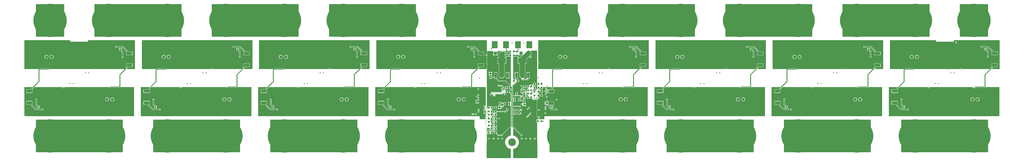
<source format=gbl>
G04*
G04 #@! TF.GenerationSoftware,Altium Limited,Altium Designer,19.0.14 (431)*
G04*
G04 Layer_Physical_Order=4*
G04 Layer_Color=16711680*
%FSLAX25Y25*%
%MOIN*%
G70*
G01*
G75*
%ADD20R,0.03150X0.02953*%
%ADD21R,0.02953X0.03150*%
%ADD26R,0.02362X0.03937*%
%ADD47C,0.01200*%
%ADD48C,0.00400*%
%ADD49C,0.01000*%
%ADD50C,0.50000*%
%ADD52C,0.05118*%
%ADD53C,0.11811*%
%ADD54C,0.01772*%
%ADD55C,0.03937*%
%ADD58R,0.08500X0.10799*%
%ADD59R,0.04724X0.04724*%
%ADD60R,0.30000X0.25000*%
%ADD61R,0.08661X0.04724*%
%ADD62R,0.12795X0.08465*%
%ADD63R,0.03937X0.08465*%
%ADD64C,0.07874*%
%ADD65R,0.43307X0.50000*%
%ADD66C,0.51181*%
G36*
X-578740Y-58246D02*
X-745728D01*
X-746827Y-57146D01*
Y-13780D01*
X-735166D01*
X-734975Y-14242D01*
X-736475Y-15742D01*
X-736696Y-16073D01*
X-736774Y-16463D01*
Y-17120D01*
X-743904D01*
Y-22644D01*
X-734443D01*
Y-17120D01*
X-734443D01*
X-734469Y-16620D01*
X-731629Y-13780D01*
X-688635D01*
X-688317Y-14166D01*
X-688319Y-14173D01*
X-688219Y-14675D01*
X-687935Y-15100D01*
X-687510Y-15384D01*
X-687008Y-15484D01*
X-686506Y-15384D01*
X-686081Y-15100D01*
X-685797Y-14675D01*
X-685697Y-14173D01*
X-685698Y-14166D01*
X-685381Y-13780D01*
X-617061D01*
X-616961Y-14281D01*
X-616677Y-14706D01*
X-616251Y-14991D01*
X-615750Y-15090D01*
X-615248Y-14991D01*
X-614961Y-14799D01*
X-601975D01*
X-601585Y-14721D01*
X-601254Y-14501D01*
X-600533Y-13780D01*
X-578740D01*
Y-58246D01*
D02*
G37*
G36*
X-577559Y13780D02*
X-590031D01*
X-590222Y14242D01*
X-588722Y15742D01*
X-588501Y16073D01*
X-588423Y16463D01*
Y17120D01*
X-581293D01*
Y22644D01*
X-590754D01*
Y17120D01*
X-590754D01*
X-590727Y16620D01*
X-593568Y13780D01*
X-636878D01*
X-636978Y14281D01*
X-637262Y14706D01*
X-637687Y14991D01*
X-638189Y15090D01*
X-638691Y14991D01*
X-639116Y14706D01*
X-639400Y14281D01*
X-639500Y13780D01*
X-708136D01*
X-708236Y14281D01*
X-708520Y14706D01*
X-708946Y14991D01*
X-709447Y15090D01*
X-709949Y14991D01*
X-710236Y14799D01*
X-723222D01*
X-723612Y14721D01*
X-723943Y14501D01*
X-724664Y13780D01*
X-746827D01*
Y58246D01*
X-676716D01*
Y57087D01*
X-676624Y56626D01*
X-676363Y56235D01*
X-675973Y55974D01*
X-675512Y55882D01*
X-650512D01*
X-650051Y55974D01*
X-649660Y56235D01*
X-649399Y56626D01*
X-649308Y57087D01*
Y58246D01*
X-577559D01*
Y13780D01*
D02*
G37*
G36*
X-399213Y-58246D02*
X-568504D01*
Y-13780D01*
X-555639D01*
X-555447Y-14242D01*
X-556948Y-15742D01*
X-557169Y-16073D01*
X-557246Y-16463D01*
Y-17120D01*
X-564376D01*
Y-22644D01*
X-554915D01*
Y-17120D01*
X-554915D01*
X-554942Y-16620D01*
X-552101Y-13780D01*
X-509107D01*
X-508790Y-14166D01*
X-508791Y-14173D01*
X-508692Y-14675D01*
X-508407Y-15100D01*
X-507982Y-15384D01*
X-507480Y-15484D01*
X-506979Y-15384D01*
X-506553Y-15100D01*
X-506269Y-14675D01*
X-506169Y-14173D01*
X-506171Y-14166D01*
X-505854Y-13780D01*
X-437533D01*
X-437433Y-14281D01*
X-437149Y-14706D01*
X-436724Y-14991D01*
X-436222Y-15090D01*
X-435720Y-14991D01*
X-435433Y-14799D01*
X-422447D01*
X-422057Y-14721D01*
X-421726Y-14501D01*
X-421005Y-13780D01*
X-399213D01*
Y-58246D01*
D02*
G37*
G36*
X-397638Y13780D02*
X-410503D01*
X-410695Y14242D01*
X-409194Y15742D01*
X-408973Y16073D01*
X-408895Y16463D01*
Y17120D01*
X-401765D01*
Y22644D01*
X-411226D01*
Y17120D01*
X-411226D01*
X-411200Y16620D01*
X-414040Y13780D01*
X-457108D01*
X-457350Y14075D01*
X-457450Y14577D01*
X-457734Y15002D01*
X-458160Y15286D01*
X-458661Y15386D01*
X-459163Y15286D01*
X-459588Y15002D01*
X-459873Y14577D01*
X-459972Y14075D01*
X-460215Y13780D01*
X-528609D01*
X-528709Y14281D01*
X-528993Y14706D01*
X-529418Y14991D01*
X-529920Y15090D01*
X-530421Y14991D01*
X-530708Y14799D01*
X-543694D01*
X-544085Y14721D01*
X-544415Y14501D01*
X-545136Y13780D01*
X-566929D01*
Y58246D01*
X-397638D01*
Y13780D01*
D02*
G37*
G36*
X-9750Y38970D02*
X-5998D01*
Y40449D01*
X-4829D01*
Y38970D01*
X-1968D01*
Y37014D01*
X-4829D01*
Y35957D01*
X-5998D01*
Y37014D01*
X-9750D01*
Y35957D01*
X-11017D01*
Y41148D01*
X-16542D01*
Y40687D01*
X-16880Y40643D01*
X-17935Y40206D01*
X-18841Y39511D01*
X-19536Y38605D01*
X-19973Y37549D01*
X-20122Y36417D01*
Y31896D01*
X-22546D01*
Y22632D01*
X-20122D01*
Y4232D01*
X-19973Y3100D01*
X-19536Y2045D01*
X-18841Y1139D01*
X-18116Y583D01*
Y-400D01*
X-13379D01*
Y583D01*
X-12655Y1139D01*
X-11960Y2045D01*
X-11523Y3100D01*
X-11374Y4232D01*
Y22632D01*
X-8950D01*
Y31896D01*
X-11374D01*
Y34122D01*
X-9750D01*
Y33064D01*
X-5998D01*
Y34122D01*
X-4829D01*
Y33064D01*
X-1968D01*
X-1969Y-10648D01*
X-2430Y-10839D01*
X-8337Y-4932D01*
X-8335Y-4921D01*
X-8434Y-4420D01*
X-8719Y-3994D01*
X-9144Y-3710D01*
X-9646Y-3610D01*
X-10147Y-3710D01*
X-10573Y-3994D01*
X-10579Y-4004D01*
X-19900D01*
X-23004Y-900D01*
X-22797Y-400D01*
X-22435D01*
Y8865D01*
X-27172D01*
Y1902D01*
X-31194D01*
Y2959D01*
X-34947D01*
Y-991D01*
X-31194D01*
Y67D01*
X-27172D01*
Y-400D01*
X-25205D01*
Y-914D01*
X-25135Y-1265D01*
X-24936Y-1563D01*
X-20929Y-5570D01*
X-20631Y-5769D01*
X-20280Y-5839D01*
X-10579D01*
X-10573Y-5848D01*
X-10147Y-6132D01*
X-9646Y-6232D01*
X-9635Y-6230D01*
X-3439Y-12426D01*
X-3630Y-12887D01*
X-4534D01*
Y-16640D01*
X-1969D01*
Y-18596D01*
X-4534D01*
Y-22349D01*
X-3181D01*
X-2838Y-22849D01*
X-2886Y-23090D01*
X-2786Y-23592D01*
X-2502Y-24017D01*
X-2076Y-24302D01*
X-1969Y-24323D01*
Y-36402D01*
X-3240D01*
Y-39370D01*
X-3740D01*
D01*
X-3240D01*
Y-42339D01*
X-1969D01*
Y-73505D01*
X-14753Y-86290D01*
X-14764Y-86287D01*
X-15266Y-86387D01*
X-15691Y-86671D01*
X-15876Y-86949D01*
X-20991D01*
X-23222Y-84718D01*
Y-81785D01*
X-26155D01*
X-27251Y-80689D01*
Y-80100D01*
X-27172Y-79632D01*
X-26750Y-79632D01*
X-23222D01*
Y-75880D01*
X-27172Y-75880D01*
X-27251Y-75412D01*
Y-75178D01*
X-27172Y-74711D01*
X-23222D01*
Y-70958D01*
X-27172D01*
X-27251Y-70491D01*
Y-69273D01*
X-27172Y-68805D01*
X-26750Y-68805D01*
X-23222D01*
Y-65053D01*
X-27172Y-65053D01*
X-27251Y-64585D01*
Y-64352D01*
X-27172Y-63884D01*
X-23222D01*
Y-60851D01*
X-23173Y-60732D01*
Y-60633D01*
X-23222Y-60514D01*
Y-60132D01*
X-23465D01*
X-23822Y-59984D01*
X-24179Y-60132D01*
X-27172D01*
X-27251Y-59664D01*
Y-58446D01*
X-27172Y-57979D01*
X-26750Y-57979D01*
X-23222D01*
Y-54226D01*
X-26616D01*
X-26823Y-53726D01*
X-26155Y-53057D01*
X-23222D01*
Y-52037D01*
X-11939D01*
X-11754Y-52314D01*
X-11328Y-52599D01*
X-10827Y-52698D01*
X-10325Y-52599D01*
X-9900Y-52314D01*
X-9616Y-51889D01*
X-9516Y-51387D01*
X-9461Y-51351D01*
X-9516Y-51387D01*
X-9549Y-51555D01*
X-9441Y-51339D01*
X-9205Y-51196D01*
X-9046Y-51187D01*
X-8603Y-51187D01*
X-8603Y-51187D01*
X-8594Y-51187D01*
X-5899D01*
Y-49356D01*
X-5875Y-49321D01*
X-5776Y-48819D01*
X-5875Y-48317D01*
X-5899Y-48281D01*
Y-46450D01*
X-9061D01*
Y-50713D01*
X-9557Y-50933D01*
X-9610Y-50891D01*
X-9616Y-50886D01*
X-9616Y-50886D01*
X-9630Y-50864D01*
X-9692Y-50771D01*
X-9900Y-50460D01*
X-10325Y-50176D01*
X-10827Y-50076D01*
X-11328Y-50176D01*
X-11754Y-50460D01*
X-11939Y-50738D01*
X-23222D01*
Y-49305D01*
X-27172D01*
Y-52237D01*
X-28359Y-53425D01*
X-28549Y-53884D01*
Y-62100D01*
Y-72600D01*
Y-80958D01*
X-28359Y-81418D01*
X-27172Y-82605D01*
Y-85538D01*
X-24239D01*
X-21719Y-88058D01*
X-21260Y-88248D01*
X-15876D01*
X-15691Y-88525D01*
X-15266Y-88810D01*
X-14764Y-88909D01*
X-14262Y-88810D01*
X-13837Y-88525D01*
X-13553Y-88100D01*
X-13453Y-87598D01*
X-13455Y-87587D01*
X-2430Y-76563D01*
X-1969Y-76754D01*
Y-88151D01*
X-3239Y-88456D01*
X-4759Y-89085D01*
X-6161Y-89945D01*
X-7412Y-91013D01*
X-8480Y-92264D01*
X-9340Y-93666D01*
X-9969Y-95186D01*
X-10353Y-96785D01*
X-10482Y-98425D01*
X-10353Y-100065D01*
X-9969Y-101664D01*
X-9340Y-103184D01*
X-8480Y-104587D01*
X-7412Y-105837D01*
X-6161Y-106906D01*
X-4759Y-107765D01*
X-3239Y-108395D01*
X-1969Y-108700D01*
Y-122811D01*
X-38327D01*
X-38680Y-122458D01*
X-38655Y-76105D01*
X-38193Y-75914D01*
X-37309Y-76798D01*
Y-79731D01*
X-33557D01*
Y-79682D01*
X-33077Y-79632D01*
Y-79632D01*
X-31752D01*
Y-81785D01*
X-32957D01*
Y-81087D01*
X-34933D01*
Y-83661D01*
Y-86236D01*
X-32957D01*
Y-85538D01*
X-29128D01*
Y-81785D01*
X-30453D01*
Y-79632D01*
X-29128D01*
Y-75880D01*
X-32884D01*
X-32957Y-75410D01*
X-32957Y-75409D01*
X-32957Y-75409D01*
Y-74711D01*
X-29128D01*
Y-70958D01*
X-30453D01*
Y-68805D01*
X-29128D01*
Y-65053D01*
X-32884D01*
X-32957Y-64583D01*
X-32957Y-64583D01*
X-32957Y-64583D01*
Y-63884D01*
X-29128D01*
Y-60132D01*
X-30453D01*
Y-57979D01*
X-29128D01*
Y-54226D01*
X-32884D01*
X-32957Y-53756D01*
X-32957Y-53756D01*
X-32957Y-53756D01*
Y-53057D01*
X-29128D01*
Y-49305D01*
X-30453D01*
Y-47152D01*
X-29128D01*
Y-43399D01*
X-33077D01*
Y-43399D01*
X-33557Y-43350D01*
Y-43301D01*
X-37309D01*
Y-46104D01*
X-37809Y-46312D01*
X-38639Y-45482D01*
X-38607Y13347D01*
X-38583D01*
X-38276Y13473D01*
X-38150Y13780D01*
Y22350D01*
X-38198Y22467D01*
X-38223Y22591D01*
X-38260Y22615D01*
X-38276Y22656D01*
X-38393Y22705D01*
X-38498Y22775D01*
X-38602Y22795D01*
X-38601Y24449D01*
X-38498Y24469D01*
X-38393Y24539D01*
X-38276Y24588D01*
X-38260Y24629D01*
X-38223Y24653D01*
X-38198Y24777D01*
X-38150Y24894D01*
Y33857D01*
X-38168Y33902D01*
X-38159Y33949D01*
X-38228Y34048D01*
X-38230Y34050D01*
X-38276Y34163D01*
X-38318Y34431D01*
X-38270Y34765D01*
X-38159Y34931D01*
X-38059Y35433D01*
X-38159Y35935D01*
X-38270Y36101D01*
X-38318Y36435D01*
X-38276Y36703D01*
X-38230Y36816D01*
X-38228Y36818D01*
X-38159Y36917D01*
X-38168Y36965D01*
X-38150Y37009D01*
Y41752D01*
X-29451Y41752D01*
X-28953Y41252D01*
Y38886D01*
X-25591D01*
X-22228D01*
X-22228Y41748D01*
X-21730Y41752D01*
X-9750Y41752D01*
Y38970D01*
D02*
G37*
G36*
X-38583Y37009D02*
X-39083Y36687D01*
X-39370Y36744D01*
X-39872Y36644D01*
X-40297Y36360D01*
X-40581Y35935D01*
X-40681Y35433D01*
X-40581Y34931D01*
X-40297Y34506D01*
X-39872Y34222D01*
X-39370Y34122D01*
X-39083Y34179D01*
X-38583Y33857D01*
Y24894D01*
X-38888Y24833D01*
X-39313Y24549D01*
X-39597Y24124D01*
X-39697Y23622D01*
X-39597Y23120D01*
X-39313Y22695D01*
X-38888Y22411D01*
X-38583Y22350D01*
Y13780D01*
X-51448D01*
X-51639Y14242D01*
X-50139Y15742D01*
X-49918Y16073D01*
X-49840Y16463D01*
Y17120D01*
X-42710D01*
Y22644D01*
X-52171D01*
Y17120D01*
X-52171D01*
X-52145Y16620D01*
X-54985Y13780D01*
X-98053D01*
X-98295Y14075D01*
X-98395Y14577D01*
X-98679Y15002D01*
X-99105Y15286D01*
X-99606Y15386D01*
X-100108Y15286D01*
X-100533Y15002D01*
X-100818Y14577D01*
X-100917Y14075D01*
X-101160Y13780D01*
X-169554D01*
X-169653Y14281D01*
X-169938Y14706D01*
X-170363Y14991D01*
X-170865Y15090D01*
X-171366Y14991D01*
X-171653Y14799D01*
X-184639D01*
X-185029Y14721D01*
X-185360Y14501D01*
X-186081Y13780D01*
X-207874D01*
Y58246D01*
X-38583D01*
Y37009D01*
D02*
G37*
G36*
X-218110Y13780D02*
X-230976D01*
X-231167Y14242D01*
X-229666Y15742D01*
X-229445Y16073D01*
X-229368Y16463D01*
Y17120D01*
X-222238D01*
Y22644D01*
X-231699D01*
Y17120D01*
X-231699D01*
X-231672Y16620D01*
X-234513Y13780D01*
X-277507D01*
X-277824Y14166D01*
X-277823Y14173D01*
X-277923Y14675D01*
X-278207Y15100D01*
X-278632Y15384D01*
X-279134Y15484D01*
X-279636Y15384D01*
X-280061Y15100D01*
X-280345Y14675D01*
X-280445Y14173D01*
X-280443Y14166D01*
X-280761Y13780D01*
X-349081D01*
X-349181Y14281D01*
X-349465Y14706D01*
X-349891Y14991D01*
X-350392Y15090D01*
X-350894Y14991D01*
X-351181Y14799D01*
X-364167D01*
X-364557Y14721D01*
X-364888Y14501D01*
X-365609Y13780D01*
X-387402D01*
Y58246D01*
X-218110D01*
Y13780D01*
D02*
G37*
G36*
X-40157Y-42816D02*
X-40657Y-43058D01*
X-40716Y-43012D01*
X-40719Y-43001D01*
X-40816Y-42510D01*
X-41100Y-42085D01*
X-41526Y-41801D01*
X-42028Y-41701D01*
X-42529Y-41801D01*
X-42955Y-42085D01*
X-43239Y-42510D01*
X-43339Y-43012D01*
X-43239Y-43514D01*
X-42955Y-43939D01*
X-42529Y-44223D01*
X-42028Y-44323D01*
X-41700Y-44258D01*
X-41183Y-44775D01*
X-41502Y-45163D01*
X-41526Y-45147D01*
X-42028Y-45047D01*
X-42529Y-45147D01*
X-42955Y-45431D01*
X-43239Y-45857D01*
X-43339Y-46358D01*
X-43239Y-46860D01*
X-42955Y-47285D01*
X-42529Y-47570D01*
X-42028Y-47669D01*
X-41700Y-47604D01*
X-40157Y-49147D01*
Y-57583D01*
X-40354Y-57744D01*
X-40856Y-57844D01*
X-41281Y-58128D01*
X-41566Y-58553D01*
X-41665Y-59055D01*
X-41566Y-59557D01*
X-41281Y-59982D01*
X-41004Y-60168D01*
Y-62992D01*
X-49584D01*
Y-59055D01*
X-49646Y-58745D01*
X-49821Y-58483D01*
X-50084Y-58307D01*
X-50394Y-58246D01*
X-209449D01*
Y-13780D01*
X-196583D01*
X-196392Y-14242D01*
X-197893Y-15742D01*
X-198114Y-16073D01*
X-198191Y-16463D01*
Y-17120D01*
X-205321D01*
Y-22644D01*
X-195860D01*
Y-17120D01*
X-195860D01*
X-195887Y-16620D01*
X-193046Y-13780D01*
X-149736D01*
X-149636Y-14281D01*
X-149352Y-14706D01*
X-148927Y-14991D01*
X-148425Y-15090D01*
X-147924Y-14991D01*
X-147498Y-14706D01*
X-147214Y-14281D01*
X-147114Y-13780D01*
X-78478D01*
X-78378Y-14281D01*
X-78094Y-14706D01*
X-77668Y-14991D01*
X-77167Y-15090D01*
X-76665Y-14991D01*
X-76378Y-14799D01*
X-63392D01*
X-63002Y-14721D01*
X-62671Y-14501D01*
X-61950Y-13780D01*
X-40157D01*
Y-42816D01*
D02*
G37*
G36*
X-219685Y-58246D02*
X-388976D01*
Y-13780D01*
X-376111D01*
X-375920Y-14242D01*
X-377420Y-15742D01*
X-377641Y-16073D01*
X-377719Y-16463D01*
Y-17120D01*
X-384849D01*
Y-22644D01*
X-375388D01*
Y-17120D01*
X-375388D01*
X-375414Y-16620D01*
X-372574Y-13780D01*
X-328870D01*
X-328770Y-14281D01*
X-328486Y-14706D01*
X-328061Y-14991D01*
X-327559Y-15090D01*
X-327057Y-14991D01*
X-326632Y-14706D01*
X-326348Y-14281D01*
X-326248Y-13780D01*
X-258005D01*
X-257906Y-14281D01*
X-257621Y-14706D01*
X-257196Y-14991D01*
X-256694Y-15090D01*
X-256193Y-14991D01*
X-255906Y-14799D01*
X-242920D01*
X-242530Y-14721D01*
X-242199Y-14501D01*
X-241478Y-13780D01*
X-219685D01*
Y-58246D01*
D02*
G37*
G36*
X746827Y13780D02*
X735166D01*
X734975Y14242D01*
X736475Y15742D01*
X736696Y16073D01*
X736774Y16463D01*
Y17120D01*
X743904D01*
Y22644D01*
X734443D01*
Y17120D01*
X734443D01*
X734469Y16620D01*
X731629Y13780D01*
X688561D01*
X688319Y14075D01*
X688219Y14577D01*
X687935Y15002D01*
X687510Y15286D01*
X687008Y15386D01*
X686506Y15286D01*
X686081Y15002D01*
X685797Y14577D01*
X685697Y14075D01*
X685455Y13780D01*
X669737D01*
X669715Y13887D01*
X669431Y14313D01*
X669006Y14597D01*
X668504Y14697D01*
X668002Y14597D01*
X667577Y14313D01*
X667293Y13887D01*
X667271Y13780D01*
X617061D01*
X616961Y14281D01*
X616677Y14706D01*
X616251Y14991D01*
X615750Y15090D01*
X615248Y14991D01*
X614961Y14799D01*
X601975D01*
X601585Y14721D01*
X601254Y14501D01*
X600533Y13780D01*
X578740D01*
Y58246D01*
X649308D01*
Y57087D01*
X649399Y56626D01*
X649660Y56235D01*
X650051Y55974D01*
X650512Y55882D01*
X675512D01*
X675973Y55974D01*
X676363Y56235D01*
X676624Y56626D01*
X676716Y57087D01*
Y58246D01*
X746827D01*
Y13780D01*
D02*
G37*
G36*
X568504D02*
X555639D01*
X555447Y14242D01*
X556948Y15742D01*
X557169Y16073D01*
X557246Y16463D01*
Y17120D01*
X564376D01*
Y22644D01*
X554915D01*
Y17120D01*
X554915D01*
X554942Y16620D01*
X552101Y13780D01*
X508774D01*
X508693Y13878D01*
X508593Y14380D01*
X508309Y14805D01*
X507884Y15089D01*
X507382Y15189D01*
X506880Y15089D01*
X506455Y14805D01*
X506171Y14380D01*
X506071Y13878D01*
X505990Y13780D01*
X437533D01*
X437433Y14281D01*
X437149Y14706D01*
X436724Y14991D01*
X436222Y15090D01*
X435720Y14991D01*
X435433Y14799D01*
X422447D01*
X422057Y14721D01*
X421726Y14501D01*
X421005Y13780D01*
X399213D01*
Y58246D01*
X568504D01*
Y13780D01*
D02*
G37*
G36*
X388976D02*
X376111D01*
X375920Y14242D01*
X377420Y15742D01*
X377641Y16073D01*
X377719Y16463D01*
Y17120D01*
X384849D01*
Y22644D01*
X375388D01*
Y17120D01*
X375388D01*
X375414Y16620D01*
X372574Y13780D01*
X329579D01*
X329262Y14166D01*
X329264Y14173D01*
X329164Y14675D01*
X328880Y15100D01*
X328454Y15384D01*
X327953Y15484D01*
X327451Y15384D01*
X327026Y15100D01*
X326742Y14675D01*
X326642Y14173D01*
X326643Y14166D01*
X326326Y13780D01*
X258005D01*
X257906Y14281D01*
X257621Y14706D01*
X257196Y14991D01*
X256694Y15090D01*
X256193Y14991D01*
X255906Y14799D01*
X242920D01*
X242530Y14721D01*
X242199Y14501D01*
X241478Y13780D01*
X219685D01*
Y58246D01*
X388976D01*
Y13780D01*
D02*
G37*
G36*
X209449D02*
X196583D01*
X196392Y14242D01*
X197893Y15742D01*
X198114Y16073D01*
X198191Y16463D01*
Y17120D01*
X205321D01*
Y22644D01*
X195860D01*
Y17120D01*
X195860D01*
X195887Y16620D01*
X193046Y13780D01*
X149978D01*
X149736Y14075D01*
X149636Y14577D01*
X149352Y15002D01*
X148927Y15286D01*
X148425Y15386D01*
X147924Y15286D01*
X147498Y15002D01*
X147214Y14577D01*
X147114Y14075D01*
X146872Y13780D01*
X78478D01*
X78378Y14281D01*
X78094Y14706D01*
X77668Y14991D01*
X77167Y15090D01*
X76665Y14991D01*
X76378Y14799D01*
X63390D01*
X63000Y14721D01*
X62669Y14501D01*
X61948Y13780D01*
X40157D01*
Y22311D01*
X40659Y22411D01*
X41085Y22695D01*
X41369Y23120D01*
X41469Y23622D01*
X41369Y24124D01*
X41085Y24549D01*
X40659Y24833D01*
X40157Y24933D01*
Y58246D01*
X209449D01*
Y13780D01*
D02*
G37*
G36*
X38592Y42245D02*
X38618Y-6743D01*
X38379Y-6982D01*
X38379D01*
Y-10735D01*
X38620D01*
X38621Y-12646D01*
X38379Y-12887D01*
X38379D01*
Y-15820D01*
X36942Y-17257D01*
X36752Y-17717D01*
Y-18429D01*
X36424Y-18793D01*
X32539D01*
Y-17592D01*
X33491Y-16640D01*
X36424D01*
Y-13607D01*
X36473Y-13487D01*
Y-13389D01*
X36424Y-13270D01*
Y-12887D01*
X36181D01*
X35824Y-12740D01*
X35467Y-12887D01*
X32504D01*
X32474Y-12887D01*
X32004Y-12815D01*
Y-10807D01*
X32474Y-10735D01*
X32504Y-10735D01*
X33062D01*
X33138Y-10827D01*
X33238Y-11328D01*
X33522Y-11754D01*
X33947Y-12038D01*
X34449Y-12138D01*
X34951Y-12038D01*
X35376Y-11754D01*
X35660Y-11328D01*
X35760Y-10827D01*
X35835Y-10735D01*
X36424D01*
Y-6982D01*
X32474D01*
Y-10148D01*
X32004Y-10221D01*
X31974Y-10221D01*
X30028D01*
Y-12795D01*
X29028D01*
Y-10221D01*
X27051D01*
Y-10847D01*
X26581Y-10919D01*
X26551Y-10919D01*
X22632D01*
Y-14672D01*
X24154D01*
Y-16824D01*
X22632D01*
Y-20577D01*
X22145Y-20610D01*
X21529D01*
X20676Y-19757D01*
Y-16824D01*
X16726D01*
Y-20577D01*
X19659D01*
X20327Y-21246D01*
X20120Y-21746D01*
X16726D01*
Y-22581D01*
X16226Y-22788D01*
X15419Y-21981D01*
X15484Y-21654D01*
X15384Y-21152D01*
X15100Y-20727D01*
X14675Y-20442D01*
X14173Y-20343D01*
X13671Y-20442D01*
X13246Y-20727D01*
X12962Y-21152D01*
X12862Y-21654D01*
X12962Y-22155D01*
X13246Y-22581D01*
X13671Y-22865D01*
X14173Y-22964D01*
X14501Y-22899D01*
X15683Y-24081D01*
X16142Y-24272D01*
X16726D01*
Y-25498D01*
X20610D01*
Y-26700D01*
X19659Y-27651D01*
X17743D01*
X16798Y-26706D01*
X16339Y-26516D01*
X1969D01*
X1969Y-12515D01*
X5301Y-9183D01*
X5312Y-9185D01*
X5813Y-9085D01*
X6239Y-8801D01*
X6523Y-8376D01*
X6623Y-7874D01*
X6621Y-7863D01*
X8280Y-6204D01*
X10833D01*
Y-2451D01*
X8280D01*
X7610Y-1782D01*
Y-400D01*
X9061D01*
Y8865D01*
X4324D01*
Y-400D01*
X5775D01*
Y-1454D01*
X5528Y-1851D01*
X5409Y-1851D01*
X3453D01*
Y-4328D01*
X2453D01*
Y-1851D01*
X1969D01*
X1969Y33064D01*
X4829D01*
Y34122D01*
X5998D01*
Y33064D01*
X9750D01*
Y34122D01*
X14487D01*
X14678Y33660D01*
X12914Y31896D01*
X8950D01*
Y22632D01*
X11374D01*
Y4232D01*
X11523Y3100D01*
X11960Y2045D01*
X12655Y1139D01*
X13379Y583D01*
Y-400D01*
X14487D01*
X14639Y-900D01*
X14427Y-1041D01*
X14143Y-1467D01*
X14043Y-1969D01*
X14143Y-2470D01*
X14427Y-2895D01*
X14853Y-3180D01*
X15354Y-3280D01*
X15856Y-3180D01*
X16281Y-2895D01*
X16391Y-2731D01*
X16985D01*
X17094Y-2895D01*
X17520Y-3180D01*
X18021Y-3280D01*
X18523Y-3180D01*
X18948Y-2895D01*
X19166Y-2570D01*
X19380Y-2526D01*
X19507D01*
X19722Y-2570D01*
X19939Y-2895D01*
X20364Y-3180D01*
X20866Y-3280D01*
X21368Y-3180D01*
X21793Y-2895D01*
X21966Y-2636D01*
X21987Y-2629D01*
X22502D01*
X22522Y-2636D01*
X22695Y-2895D01*
X23120Y-3180D01*
X23622Y-3280D01*
X24124Y-3180D01*
X24549Y-2895D01*
X24833Y-2470D01*
X24933Y-1969D01*
X24833Y-1467D01*
X24549Y-1041D01*
X24337Y-900D01*
X24489Y-400D01*
X27172D01*
Y8865D01*
X22435D01*
Y-400D01*
X22755D01*
X22907Y-900D01*
X22695Y-1041D01*
X22522Y-1301D01*
X22502Y-1308D01*
X21987D01*
X21966Y-1301D01*
X21793Y-1041D01*
X21368Y-757D01*
X20866Y-658D01*
X20364Y-757D01*
X19939Y-1041D01*
X19722Y-1367D01*
X19507Y-1411D01*
X19380D01*
X19166Y-1367D01*
X18948Y-1041D01*
X18523Y-757D01*
X18473Y-747D01*
X18116Y-400D01*
X18116Y-167D01*
Y583D01*
X18841Y1139D01*
X19536Y2045D01*
X19973Y3100D01*
X20122Y4232D01*
Y22632D01*
X22546D01*
Y29155D01*
X25337Y31946D01*
X28684Y35293D01*
X29379Y36199D01*
X29816Y37254D01*
X29965Y38386D01*
X29816Y39518D01*
X29379Y40573D01*
X28684Y41479D01*
X28337Y41745D01*
X28506Y42245D01*
X38592Y42245D01*
D02*
G37*
G36*
X746457Y-57517D02*
X745728Y-58246D01*
X577165D01*
Y-13780D01*
X590031D01*
X590222Y-14242D01*
X588722Y-15742D01*
X588501Y-16073D01*
X588423Y-16463D01*
Y-17120D01*
X581293D01*
Y-22644D01*
X590754D01*
Y-17120D01*
X590754D01*
X590727Y-16620D01*
X593568Y-13780D01*
X636636D01*
X636878Y-14075D01*
X636978Y-14577D01*
X637262Y-15002D01*
X637687Y-15286D01*
X638189Y-15386D01*
X638691Y-15286D01*
X639116Y-15002D01*
X639400Y-14577D01*
X639500Y-14075D01*
X639742Y-13780D01*
X705066D01*
X705383Y-14166D01*
X705382Y-14173D01*
X705482Y-14675D01*
X705766Y-15100D01*
X706191Y-15384D01*
X706693Y-15484D01*
X707195Y-15384D01*
X707620Y-15100D01*
X707904Y-14675D01*
X708433Y-14577D01*
X708520Y-14706D01*
X708946Y-14991D01*
X709447Y-15090D01*
X709949Y-14991D01*
X710236Y-14799D01*
X723222D01*
X723612Y-14721D01*
X723943Y-14501D01*
X724664Y-13780D01*
X746457D01*
Y-57517D01*
D02*
G37*
G36*
X566929Y-58246D02*
X397638D01*
Y-13780D01*
X410503D01*
X410695Y-14242D01*
X409194Y-15742D01*
X408973Y-16073D01*
X408895Y-16463D01*
Y-17120D01*
X401765D01*
Y-22644D01*
X411226D01*
Y-17120D01*
X411226D01*
X411200Y-16620D01*
X414040Y-13780D01*
X457108D01*
X457350Y-14075D01*
X457450Y-14577D01*
X457734Y-15002D01*
X458160Y-15286D01*
X458661Y-15386D01*
X459163Y-15286D01*
X459588Y-15002D01*
X459873Y-14577D01*
X459972Y-14075D01*
X460215Y-13780D01*
X528609D01*
X528709Y-14281D01*
X528993Y-14706D01*
X529418Y-14991D01*
X529920Y-15090D01*
X530421Y-14991D01*
X530708Y-14799D01*
X543694D01*
X544085Y-14721D01*
X544415Y-14501D01*
X545136Y-13780D01*
X566929D01*
Y-58246D01*
D02*
G37*
G36*
X387402D02*
X218110D01*
Y-13780D01*
X230976D01*
X231167Y-14242D01*
X229666Y-15742D01*
X229445Y-16073D01*
X229368Y-16463D01*
Y-17120D01*
X222238D01*
Y-22644D01*
X231699D01*
Y-17120D01*
X231699D01*
X231672Y-16620D01*
X234513Y-13780D01*
X277704D01*
X278021Y-14166D01*
X278020Y-14173D01*
X278119Y-14675D01*
X278404Y-15100D01*
X278829Y-15384D01*
X279331Y-15484D01*
X279832Y-15384D01*
X280258Y-15100D01*
X280542Y-14675D01*
X280642Y-14173D01*
X280640Y-14166D01*
X280958Y-13780D01*
X349081D01*
X349181Y-14281D01*
X349465Y-14706D01*
X349891Y-14991D01*
X350392Y-15090D01*
X350894Y-14991D01*
X351181Y-14799D01*
X364167D01*
X364557Y-14721D01*
X364888Y-14501D01*
X365609Y-13780D01*
X387402D01*
Y-58246D01*
D02*
G37*
G36*
X207874D02*
X50394D01*
X50084Y-58307D01*
X49821Y-58483D01*
X49646Y-58745D01*
X49584Y-59055D01*
Y-62992D01*
X42086D01*
Y-60561D01*
X42364Y-60376D01*
X42648Y-59951D01*
X42748Y-59449D01*
X42648Y-58947D01*
X42364Y-58522D01*
X41939Y-58238D01*
X41437Y-58138D01*
X40935Y-58238D01*
X40510Y-58522D01*
X40226Y-58947D01*
X40126Y-59449D01*
X40226Y-59951D01*
X40510Y-60376D01*
X40788Y-60561D01*
Y-62992D01*
X38583D01*
Y-33250D01*
X38742D01*
X39201Y-33060D01*
X40687Y-31575D01*
X40945Y-31626D01*
X41447Y-31526D01*
X41872Y-31242D01*
X42156Y-30817D01*
X42256Y-30315D01*
X42156Y-29813D01*
X41872Y-29388D01*
X41447Y-29104D01*
X40945Y-29004D01*
X40911Y-29011D01*
X40511Y-28581D01*
X40547Y-28451D01*
X42329D01*
Y-27224D01*
X43399D01*
Y-28550D01*
X47152D01*
Y-24600D01*
X43399D01*
Y-25925D01*
X42329D01*
Y-24698D01*
X41004D01*
Y-22546D01*
X42329D01*
Y-19447D01*
X42829Y-19240D01*
X43343Y-19754D01*
X43399Y-19777D01*
Y-22644D01*
X47152D01*
Y-18695D01*
X44121D01*
X42877Y-17450D01*
X42808Y-17107D01*
X42524Y-16681D01*
X42329Y-16551D01*
Y-15413D01*
X43399D01*
Y-16739D01*
X47152D01*
Y-13780D01*
X53779D01*
X53937Y-13811D01*
X54095Y-13780D01*
X60979D01*
Y-16713D01*
X60178Y-17514D01*
X55309D01*
Y-17952D01*
X55070Y-18030D01*
X54809Y-18035D01*
X54569Y-17675D01*
X54143Y-17391D01*
X53642Y-17291D01*
X53401Y-17339D01*
X53305Y-17224D01*
X53154Y-16879D01*
X53377Y-16545D01*
X53476Y-16043D01*
X53377Y-15542D01*
X53092Y-15116D01*
X52667Y-14832D01*
X52165Y-14732D01*
X51664Y-14832D01*
X51238Y-15116D01*
X50954Y-15542D01*
X50854Y-16043D01*
X50954Y-16545D01*
X51238Y-16970D01*
X51664Y-17255D01*
X52165Y-17354D01*
X52406Y-17307D01*
X52502Y-17421D01*
X52653Y-17767D01*
X52430Y-18101D01*
X52331Y-18602D01*
X52353Y-18714D01*
X51903Y-19015D01*
X51683Y-18868D01*
X51181Y-18768D01*
X50679Y-18868D01*
X50254Y-19152D01*
X49970Y-19577D01*
X49870Y-20079D01*
X49970Y-20580D01*
X50254Y-21006D01*
X50679Y-21290D01*
X51181Y-21390D01*
X51557Y-21315D01*
X51794Y-21520D01*
X51854Y-21589D01*
X51925Y-21713D01*
X51839Y-22146D01*
X51938Y-22647D01*
X52223Y-23073D01*
X52648Y-23357D01*
X53150Y-23457D01*
X53651Y-23357D01*
X54077Y-23073D01*
X54361Y-22647D01*
X54461Y-22146D01*
X54361Y-21644D01*
X54077Y-21219D01*
X53651Y-20934D01*
X53150Y-20835D01*
X52774Y-20909D01*
X52536Y-20705D01*
X52477Y-20635D01*
X52406Y-20512D01*
X52492Y-20079D01*
X52470Y-19967D01*
X52920Y-19667D01*
X53140Y-19814D01*
X53642Y-19913D01*
X54143Y-19814D01*
X54569Y-19529D01*
X54809Y-19170D01*
X55070Y-19175D01*
X55309Y-19253D01*
Y-23038D01*
X64770D01*
Y-17514D01*
X63329D01*
X63018Y-17135D01*
Y-13780D01*
X169554D01*
X169653Y-14281D01*
X169938Y-14706D01*
X170363Y-14991D01*
X170865Y-15090D01*
X171366Y-14991D01*
X171653Y-14799D01*
X184639D01*
X185029Y-14721D01*
X185360Y-14501D01*
X186081Y-13780D01*
X207874D01*
Y-58246D01*
D02*
G37*
G36*
X22632Y-25498D02*
X23957D01*
Y-27651D01*
X22632D01*
Y-31404D01*
X26581D01*
Y-30177D01*
X27651D01*
Y-31502D01*
X30584D01*
X32142Y-33060D01*
X32601Y-33250D01*
X38150D01*
Y-62992D01*
X38276Y-63298D01*
X38362Y-63334D01*
X38421Y-63621D01*
X38041Y-64069D01*
X37395D01*
Y-67821D01*
X38651D01*
X38680Y-122458D01*
X38327Y-122811D01*
X1969D01*
X1969Y-108700D01*
X3239Y-108395D01*
X4759Y-107765D01*
X6161Y-106906D01*
X7412Y-105837D01*
X8480Y-104587D01*
X9340Y-103184D01*
X9969Y-101664D01*
X10353Y-100065D01*
X10482Y-98425D01*
X10353Y-96785D01*
X9969Y-95186D01*
X9340Y-93666D01*
X8480Y-92264D01*
X7412Y-91013D01*
X6161Y-89945D01*
X4759Y-89085D01*
X3239Y-88456D01*
X1969Y-88151D01*
Y-77738D01*
X2431Y-77547D01*
X12983Y-88100D01*
X13281Y-88299D01*
X13632Y-88368D01*
X13732D01*
X13837Y-88525D01*
X14262Y-88810D01*
X14764Y-88909D01*
X15266Y-88810D01*
X15691Y-88525D01*
X15975Y-88100D01*
X16075Y-87598D01*
X15975Y-87097D01*
X15691Y-86671D01*
X15266Y-86387D01*
X14764Y-86287D01*
X14262Y-86387D01*
X14044Y-86533D01*
X14012D01*
X1969Y-74490D01*
X1969Y-54783D01*
X2946D01*
Y-56010D01*
X6896D01*
Y-52258D01*
X2946D01*
Y-53484D01*
X1969D01*
Y-49468D01*
X2946D01*
Y-50695D01*
X6896D01*
Y-46942D01*
X2946D01*
Y-48169D01*
X1969D01*
Y-43957D01*
X11092D01*
X11278Y-44234D01*
X11703Y-44518D01*
X12205Y-44618D01*
X12706Y-44518D01*
X13132Y-44234D01*
X13416Y-43809D01*
X13516Y-43307D01*
X13416Y-42805D01*
X13132Y-42380D01*
X12706Y-42096D01*
X12205Y-41996D01*
X11703Y-42096D01*
X11278Y-42380D01*
X11092Y-42658D01*
X1969D01*
X1969Y-36039D01*
X2847D01*
Y-33071D01*
Y-30102D01*
X1969D01*
Y-27815D01*
X12775D01*
X13043Y-28315D01*
X12962Y-28435D01*
X12862Y-28937D01*
X12927Y-29264D01*
X11489Y-30702D01*
X9246D01*
Y-35439D01*
X12408D01*
Y-35182D01*
X16824D01*
Y-36508D01*
X20577D01*
Y-32558D01*
X16824D01*
Y-33883D01*
X12408D01*
Y-31621D01*
X13846Y-30183D01*
X14173Y-30248D01*
X14675Y-30148D01*
X15100Y-29864D01*
X15384Y-29439D01*
X15484Y-28937D01*
X15384Y-28435D01*
X15304Y-28315D01*
X15571Y-27815D01*
X16070D01*
X16726Y-28471D01*
Y-31404D01*
X20676D01*
Y-28471D01*
X21719Y-27428D01*
X21909Y-26969D01*
Y-21909D01*
X22632D01*
Y-25498D01*
D02*
G37*
%LPC*%
G36*
X-612205Y-29693D02*
X-612977Y-29794D01*
X-613697Y-30092D01*
X-614315Y-30567D01*
X-614789Y-31185D01*
X-615088Y-31905D01*
X-615189Y-32677D01*
X-615088Y-33450D01*
X-614789Y-34170D01*
X-614315Y-34788D01*
X-613697Y-35262D01*
X-612977Y-35560D01*
X-612205Y-35662D01*
X-611432Y-35560D01*
X-610712Y-35262D01*
X-610094Y-34788D01*
X-609620Y-34170D01*
X-609322Y-33450D01*
X-609220Y-32677D01*
X-609322Y-31905D01*
X-609620Y-31185D01*
X-610094Y-30567D01*
X-610712Y-30092D01*
X-611432Y-29794D01*
X-612205Y-29693D01*
D02*
G37*
G36*
X-620079D02*
X-620851Y-29794D01*
X-621571Y-30092D01*
X-622189Y-30567D01*
X-622663Y-31185D01*
X-622962Y-31905D01*
X-623063Y-32677D01*
X-622962Y-33450D01*
X-622663Y-34170D01*
X-622189Y-34788D01*
X-621571Y-35262D01*
X-620851Y-35560D01*
X-620079Y-35662D01*
X-619306Y-35560D01*
X-618586Y-35262D01*
X-617968Y-34788D01*
X-617494Y-34170D01*
X-617196Y-33450D01*
X-617094Y-32677D01*
X-617196Y-31905D01*
X-617494Y-31185D01*
X-617968Y-30567D01*
X-618586Y-30092D01*
X-619306Y-29794D01*
X-620079Y-29693D01*
D02*
G37*
G36*
X-728740Y-31366D02*
X-729242Y-31466D01*
X-729667Y-31750D01*
X-729951Y-32175D01*
X-730051Y-32677D01*
X-729951Y-33179D01*
X-729760Y-33466D01*
Y-40748D01*
X-729682Y-41138D01*
X-729461Y-41469D01*
X-727368Y-43562D01*
Y-45971D01*
X-723419D01*
Y-42218D01*
X-725828D01*
X-727721Y-40326D01*
Y-33466D01*
X-727529Y-33179D01*
X-727429Y-32677D01*
X-727529Y-32175D01*
X-727813Y-31750D01*
X-728238Y-31466D01*
X-728740Y-31366D01*
D02*
G37*
G36*
X-734443Y-35230D02*
X-743904D01*
Y-40754D01*
X-736774D01*
Y-41411D01*
X-736696Y-41801D01*
X-736475Y-42132D01*
X-729855Y-48752D01*
X-729524Y-48974D01*
X-729134Y-49051D01*
X-719686D01*
X-719399Y-49243D01*
X-718898Y-49343D01*
X-718396Y-49243D01*
X-717971Y-48959D01*
X-717686Y-48533D01*
X-717587Y-48031D01*
X-717686Y-47530D01*
X-717971Y-47104D01*
X-718396Y-46820D01*
X-718898Y-46720D01*
X-719399Y-46820D01*
X-719686Y-47012D01*
X-728712D01*
X-734469Y-41254D01*
X-734443Y-40754D01*
X-734443D01*
Y-35230D01*
D02*
G37*
G36*
X-606299Y49343D02*
X-606801Y49243D01*
X-607226Y48959D01*
X-607510Y48533D01*
X-607610Y48031D01*
X-607510Y47530D01*
X-607226Y47104D01*
X-606801Y46820D01*
X-606299Y46720D01*
X-605797Y46820D01*
X-605511Y47012D01*
X-596485D01*
X-590727Y41254D01*
X-590754Y40754D01*
X-590754D01*
Y35230D01*
X-581293D01*
Y40754D01*
X-588423D01*
Y41411D01*
X-588501Y41801D01*
X-588722Y42132D01*
X-595342Y48752D01*
X-595673Y48974D01*
X-596063Y49051D01*
X-605511D01*
X-605797Y49243D01*
X-606299Y49343D01*
D02*
G37*
G36*
X-597828Y45971D02*
X-601778D01*
Y42218D01*
X-599369D01*
X-597476Y40326D01*
Y33466D01*
X-597668Y33179D01*
X-597768Y32677D01*
X-597668Y32175D01*
X-597384Y31750D01*
X-596958Y31466D01*
X-596457Y31366D01*
X-595955Y31466D01*
X-595530Y31750D01*
X-595246Y32175D01*
X-595146Y32677D01*
X-595246Y33179D01*
X-595437Y33466D01*
Y40748D01*
X-595515Y41138D01*
X-595736Y41469D01*
X-597828Y43562D01*
Y45971D01*
D02*
G37*
G36*
X-705118Y35662D02*
X-705891Y35560D01*
X-706610Y35262D01*
X-707229Y34788D01*
X-707703Y34170D01*
X-708001Y33450D01*
X-708103Y32677D01*
X-708001Y31905D01*
X-707703Y31185D01*
X-707229Y30567D01*
X-706610Y30092D01*
X-705891Y29794D01*
X-705118Y29693D01*
X-704346Y29794D01*
X-703626Y30092D01*
X-703008Y30567D01*
X-702533Y31185D01*
X-702235Y31905D01*
X-702134Y32677D01*
X-702235Y33450D01*
X-702533Y34170D01*
X-703008Y34788D01*
X-703626Y35262D01*
X-704346Y35560D01*
X-705118Y35662D01*
D02*
G37*
G36*
X-712992D02*
X-713765Y35560D01*
X-714484Y35262D01*
X-715102Y34788D01*
X-715577Y34170D01*
X-715875Y33450D01*
X-715977Y32677D01*
X-715875Y31905D01*
X-715577Y31185D01*
X-715102Y30567D01*
X-714484Y30092D01*
X-713765Y29794D01*
X-712992Y29693D01*
X-712220Y29794D01*
X-711500Y30092D01*
X-710882Y30567D01*
X-710407Y31185D01*
X-710109Y31905D01*
X-710007Y32677D01*
X-710109Y33450D01*
X-710407Y34170D01*
X-710882Y34788D01*
X-711500Y35262D01*
X-712220Y35560D01*
X-712992Y35662D01*
D02*
G37*
G36*
X-432677Y-29693D02*
X-433450Y-29794D01*
X-434169Y-30092D01*
X-434788Y-30567D01*
X-435262Y-31185D01*
X-435560Y-31905D01*
X-435662Y-32677D01*
X-435560Y-33450D01*
X-435262Y-34170D01*
X-434788Y-34788D01*
X-434169Y-35262D01*
X-433450Y-35560D01*
X-432677Y-35662D01*
X-431905Y-35560D01*
X-431185Y-35262D01*
X-430567Y-34788D01*
X-430092Y-34170D01*
X-429794Y-33450D01*
X-429693Y-32677D01*
X-429794Y-31905D01*
X-430092Y-31185D01*
X-430567Y-30567D01*
X-431185Y-30092D01*
X-431905Y-29794D01*
X-432677Y-29693D01*
D02*
G37*
G36*
X-440551D02*
X-441324Y-29794D01*
X-442043Y-30092D01*
X-442662Y-30567D01*
X-443136Y-31185D01*
X-443434Y-31905D01*
X-443536Y-32677D01*
X-443434Y-33450D01*
X-443136Y-34170D01*
X-442662Y-34788D01*
X-442043Y-35262D01*
X-441324Y-35560D01*
X-440551Y-35662D01*
X-439779Y-35560D01*
X-439059Y-35262D01*
X-438441Y-34788D01*
X-437966Y-34170D01*
X-437668Y-33450D01*
X-437567Y-32677D01*
X-437668Y-31905D01*
X-437966Y-31185D01*
X-438441Y-30567D01*
X-439059Y-30092D01*
X-439779Y-29794D01*
X-440551Y-29693D01*
D02*
G37*
G36*
X-549213Y-31366D02*
X-549714Y-31466D01*
X-550140Y-31750D01*
X-550424Y-32175D01*
X-550524Y-32677D01*
X-550424Y-33179D01*
X-550232Y-33466D01*
Y-40748D01*
X-550155Y-41138D01*
X-549934Y-41469D01*
X-547841Y-43562D01*
Y-45971D01*
X-543891D01*
Y-42218D01*
X-546301D01*
X-548193Y-40326D01*
Y-33466D01*
X-548001Y-33179D01*
X-547902Y-32677D01*
X-548001Y-32175D01*
X-548286Y-31750D01*
X-548711Y-31466D01*
X-549213Y-31366D01*
D02*
G37*
G36*
X-554915Y-35230D02*
X-564376D01*
Y-40754D01*
X-557246D01*
Y-41411D01*
X-557169Y-41801D01*
X-556948Y-42132D01*
X-550327Y-48752D01*
X-549997Y-48974D01*
X-549606Y-49051D01*
X-540159D01*
X-539872Y-49243D01*
X-539370Y-49343D01*
X-538868Y-49243D01*
X-538443Y-48959D01*
X-538159Y-48533D01*
X-538059Y-48031D01*
X-538159Y-47530D01*
X-538443Y-47104D01*
X-538868Y-46820D01*
X-539370Y-46720D01*
X-539872Y-46820D01*
X-540159Y-47012D01*
X-549184D01*
X-554942Y-41254D01*
X-554915Y-40754D01*
X-554915D01*
Y-35230D01*
D02*
G37*
G36*
X-426772Y49343D02*
X-427273Y49243D01*
X-427699Y48959D01*
X-427983Y48533D01*
X-428083Y48031D01*
X-427983Y47530D01*
X-427699Y47104D01*
X-427273Y46820D01*
X-426772Y46720D01*
X-426270Y46820D01*
X-425983Y47012D01*
X-416958D01*
X-411200Y41254D01*
X-411226Y40754D01*
X-411226D01*
Y35230D01*
X-401765D01*
Y40754D01*
X-408895D01*
Y41411D01*
X-408973Y41801D01*
X-409194Y42132D01*
X-415814Y48752D01*
X-416145Y48974D01*
X-416535Y49051D01*
X-425983D01*
X-426270Y49243D01*
X-426772Y49343D01*
D02*
G37*
G36*
X-418301Y45971D02*
X-422250D01*
Y42218D01*
X-419841D01*
X-417949Y40326D01*
Y33466D01*
X-418140Y33179D01*
X-418240Y32677D01*
X-418140Y32175D01*
X-417856Y31750D01*
X-417431Y31466D01*
X-416929Y31366D01*
X-416427Y31466D01*
X-416002Y31750D01*
X-415718Y32175D01*
X-415618Y32677D01*
X-415718Y33179D01*
X-415910Y33466D01*
Y40748D01*
X-415987Y41138D01*
X-416208Y41469D01*
X-418301Y43562D01*
Y45971D01*
D02*
G37*
G36*
X-525591Y35662D02*
X-526363Y35560D01*
X-527083Y35262D01*
X-527701Y34788D01*
X-528175Y34170D01*
X-528473Y33450D01*
X-528575Y32677D01*
X-528473Y31905D01*
X-528175Y31185D01*
X-527701Y30567D01*
X-527083Y30092D01*
X-526363Y29794D01*
X-525591Y29693D01*
X-524818Y29794D01*
X-524098Y30092D01*
X-523480Y30567D01*
X-523006Y31185D01*
X-522708Y31905D01*
X-522606Y32677D01*
X-522708Y33450D01*
X-523006Y34170D01*
X-523480Y34788D01*
X-524098Y35262D01*
X-524818Y35560D01*
X-525591Y35662D01*
D02*
G37*
G36*
X-533465D02*
X-534237Y35560D01*
X-534957Y35262D01*
X-535575Y34788D01*
X-536049Y34170D01*
X-536347Y33450D01*
X-536449Y32677D01*
X-536347Y31905D01*
X-536049Y31185D01*
X-535575Y30567D01*
X-534957Y30092D01*
X-534237Y29794D01*
X-533465Y29693D01*
X-532692Y29794D01*
X-531972Y30092D01*
X-531354Y30567D01*
X-530880Y31185D01*
X-530582Y31905D01*
X-530480Y32677D01*
X-530582Y33450D01*
X-530880Y34170D01*
X-531354Y34788D01*
X-531972Y35262D01*
X-532692Y35560D01*
X-533465Y35662D01*
D02*
G37*
G36*
X-22228Y37886D02*
X-25091D01*
Y35024D01*
X-22228D01*
Y37886D01*
D02*
G37*
G36*
X-26090D02*
X-28953D01*
Y35024D01*
X-26090D01*
Y37886D01*
D02*
G37*
G36*
X-30595Y9465D02*
X-32571D01*
Y7390D01*
X-30595D01*
Y9465D01*
D02*
G37*
G36*
X-33571D02*
X-35547D01*
Y7390D01*
X-33571D01*
Y9465D01*
D02*
G37*
G36*
X-30595Y6390D02*
X-32571D01*
Y4315D01*
X-30595D01*
Y6390D01*
D02*
G37*
G36*
X-33571D02*
X-35547D01*
Y4315D01*
X-33571D01*
Y6390D01*
D02*
G37*
G36*
X-4324Y8865D02*
X-9061D01*
Y-400D01*
X-4324D01*
Y8865D01*
D02*
G37*
G36*
X-20866Y-10106D02*
X-21368Y-10206D01*
X-21793Y-10490D01*
X-22077Y-10916D01*
X-22177Y-11417D01*
X-22077Y-11919D01*
X-21793Y-12344D01*
X-21368Y-12629D01*
X-20866Y-12728D01*
X-20364Y-12629D01*
X-19939Y-12344D01*
X-19851Y-12213D01*
X-19321Y-12313D01*
X-19037Y-12738D01*
X-18612Y-13022D01*
X-18110Y-13122D01*
X-17608Y-13022D01*
X-17183Y-12738D01*
X-17010Y-12479D01*
X-16990Y-12471D01*
X-16475D01*
X-16454Y-12479D01*
X-16281Y-12738D01*
X-15856Y-13022D01*
X-15354Y-13122D01*
X-14853Y-13022D01*
X-14427Y-12738D01*
X-14143Y-12313D01*
X-14043Y-11811D01*
X-14143Y-11309D01*
X-14427Y-10884D01*
X-14853Y-10600D01*
X-15354Y-10500D01*
X-15856Y-10600D01*
X-16281Y-10884D01*
X-16454Y-11143D01*
X-16475Y-11151D01*
X-16990D01*
X-17010Y-11143D01*
X-17183Y-10884D01*
X-17608Y-10600D01*
X-18110Y-10500D01*
X-18612Y-10600D01*
X-19037Y-10884D01*
X-19125Y-11016D01*
X-19655Y-10916D01*
X-19939Y-10490D01*
X-20364Y-10206D01*
X-20866Y-10106D01*
D02*
G37*
G36*
X-13081Y-12862D02*
X-13583Y-12962D01*
X-14008Y-13246D01*
X-14292Y-13671D01*
X-14392Y-14173D01*
X-14292Y-14675D01*
X-14258Y-14727D01*
X-14618Y-15087D01*
X-14853Y-14931D01*
X-15354Y-14831D01*
X-15856Y-14931D01*
X-16281Y-15215D01*
X-16566Y-15640D01*
X-16665Y-16142D01*
X-16566Y-16643D01*
X-16281Y-17069D01*
X-15856Y-17353D01*
X-15354Y-17453D01*
X-14853Y-17353D01*
X-14638Y-17210D01*
X-14511Y-17125D01*
X-14150Y-17485D01*
X-14292Y-17697D01*
X-14392Y-18199D01*
X-14306Y-18631D01*
X-14464Y-18808D01*
X-14711Y-18962D01*
X-14853Y-18868D01*
X-15354Y-18768D01*
X-15856Y-18868D01*
X-16281Y-19152D01*
X-16566Y-19577D01*
X-16665Y-20079D01*
X-16566Y-20580D01*
X-16281Y-21006D01*
X-16447Y-21496D01*
X-29990D01*
X-30175Y-21219D01*
X-30601Y-20934D01*
X-31102Y-20835D01*
X-31604Y-20934D01*
X-32029Y-21219D01*
X-32314Y-21644D01*
X-32413Y-22146D01*
X-32314Y-22647D01*
X-32090Y-22983D01*
X-32139Y-23454D01*
X-32167Y-23551D01*
X-32183Y-23571D01*
X-32665Y-24053D01*
X-32992Y-23987D01*
X-33494Y-24087D01*
X-33919Y-24371D01*
X-34203Y-24797D01*
X-34303Y-25298D01*
X-34203Y-25800D01*
X-33919Y-26225D01*
X-33494Y-26510D01*
X-32992Y-26609D01*
X-32490Y-26510D01*
X-32065Y-26225D01*
X-31781Y-25800D01*
X-31681Y-25298D01*
X-31732Y-25045D01*
X-31395Y-24665D01*
X-29283D01*
X-29234Y-25165D01*
X-29242Y-25167D01*
X-29667Y-25451D01*
X-29951Y-25876D01*
X-30051Y-26378D01*
X-29951Y-26880D01*
X-29667Y-27305D01*
X-29242Y-27589D01*
X-28740Y-27689D01*
X-28238Y-27589D01*
X-27813Y-27305D01*
X-27640Y-27046D01*
X-27620Y-27038D01*
X-27105Y-27038D01*
X-27084Y-27046D01*
X-26911Y-27305D01*
X-26486Y-27589D01*
X-25984Y-27689D01*
X-25482Y-27589D01*
X-25057Y-27305D01*
X-24773Y-26880D01*
X-24673Y-26378D01*
X-24773Y-25876D01*
X-25057Y-25451D01*
X-25482Y-25167D01*
X-25490Y-25165D01*
X-25441Y-24665D01*
X-14567D01*
X-14108Y-24475D01*
X-12723Y-23090D01*
X-11567D01*
X-11518Y-23590D01*
X-11525Y-23592D01*
X-11951Y-23876D01*
X-12235Y-24301D01*
X-12335Y-24803D01*
X-12235Y-25305D01*
X-11951Y-25730D01*
X-11525Y-26014D01*
X-11024Y-26114D01*
X-10522Y-26014D01*
X-10097Y-25730D01*
X-9812Y-25305D01*
X-9713Y-24803D01*
X-9812Y-24301D01*
X-10097Y-23876D01*
X-10522Y-23592D01*
X-10530Y-23590D01*
X-10481Y-23090D01*
X-10433D01*
X-9974Y-22900D01*
X-9422Y-22349D01*
X-6490D01*
Y-18596D01*
X-10374D01*
Y-17592D01*
X-9422Y-16640D01*
X-6490D01*
Y-12887D01*
X-10439D01*
Y-15820D01*
X-11483Y-16864D01*
X-11614Y-17180D01*
X-12060Y-17283D01*
X-12153Y-17274D01*
X-12154Y-17272D01*
X-12579Y-16988D01*
X-13081Y-16888D01*
X-13583Y-16988D01*
X-13797Y-17131D01*
X-13925Y-17216D01*
X-14285Y-16856D01*
X-14143Y-16643D01*
X-14043Y-16142D01*
X-14143Y-15640D01*
X-14178Y-15588D01*
X-13817Y-15228D01*
X-13583Y-15384D01*
X-13081Y-15484D01*
X-12579Y-15384D01*
X-12154Y-15100D01*
X-11870Y-14675D01*
X-11770Y-14173D01*
X-11870Y-13671D01*
X-12154Y-13246D01*
X-12579Y-12962D01*
X-13081Y-12862D01*
D02*
G37*
G36*
X-4240Y-36402D02*
X-5921D01*
Y-38870D01*
X-4240D01*
Y-36402D01*
D02*
G37*
G36*
Y-39870D02*
X-5921D01*
Y-42339D01*
X-4240D01*
Y-39870D01*
D02*
G37*
G36*
X-16882Y-36873D02*
X-20634D01*
Y-40823D01*
X-16882D01*
Y-39497D01*
X-12802D01*
Y-41017D01*
X-14240Y-42455D01*
X-14567Y-42390D01*
X-15069Y-42490D01*
X-15494Y-42774D01*
X-15778Y-43199D01*
X-15782Y-43217D01*
X-16282Y-43167D01*
Y-42179D01*
X-18258D01*
Y-44253D01*
X-16282D01*
Y-44234D01*
X-15782Y-44185D01*
X-15778Y-44203D01*
X-15494Y-44628D01*
X-15069Y-44912D01*
X-14567Y-45012D01*
X-14065Y-44912D01*
X-13640Y-44628D01*
X-13356Y-44203D01*
X-13256Y-43701D01*
X-13321Y-43373D01*
X-11686Y-41739D01*
X-9639D01*
Y-37002D01*
X-12802D01*
Y-38198D01*
X-16882D01*
Y-36873D01*
D02*
G37*
G36*
X-19258Y-42179D02*
X-21234D01*
Y-44253D01*
X-19258D01*
Y-42179D01*
D02*
G37*
G36*
X-23222Y-43399D02*
X-27172D01*
Y-47152D01*
X-23222D01*
Y-43399D01*
D02*
G37*
G36*
X-16282Y-45253D02*
X-18258D01*
Y-47328D01*
X-16282D01*
Y-45253D01*
D02*
G37*
G36*
X-19258D02*
X-21234D01*
Y-47328D01*
X-19258D01*
Y-45253D01*
D02*
G37*
G36*
X-19685Y-60697D02*
X-20187Y-60797D01*
X-20612Y-61081D01*
X-20896Y-61506D01*
X-20996Y-62008D01*
X-20896Y-62510D01*
X-20612Y-62935D01*
X-20187Y-63219D01*
X-19685Y-63319D01*
X-19183Y-63219D01*
X-18758Y-62935D01*
X-18474Y-62510D01*
X-18374Y-62008D01*
X-18474Y-61506D01*
X-18758Y-61081D01*
X-19183Y-60797D01*
X-19685Y-60697D01*
D02*
G37*
G36*
X-35933Y-81087D02*
X-37909D01*
Y-83161D01*
X-35933D01*
Y-81087D01*
D02*
G37*
G36*
Y-84161D02*
X-37909D01*
Y-86236D01*
X-35933D01*
Y-84161D01*
D02*
G37*
G36*
X-14961Y-91209D02*
X-15462Y-91308D01*
X-15888Y-91593D01*
X-16172Y-92018D01*
X-16272Y-92520D01*
X-16172Y-93021D01*
X-15888Y-93447D01*
X-15462Y-93731D01*
X-14961Y-93831D01*
X-14459Y-93731D01*
X-14034Y-93447D01*
X-13749Y-93021D01*
X-13650Y-92520D01*
X-13749Y-92018D01*
X-14034Y-91593D01*
X-14459Y-91308D01*
X-14961Y-91209D01*
D02*
G37*
G36*
X-21260Y-91405D02*
X-21761Y-91505D01*
X-22187Y-91790D01*
X-22471Y-92215D01*
X-22571Y-92716D01*
X-22471Y-93218D01*
X-22187Y-93644D01*
X-21761Y-93928D01*
X-21260Y-94028D01*
X-20758Y-93928D01*
X-20333Y-93644D01*
X-20049Y-93218D01*
X-19949Y-92716D01*
X-20049Y-92215D01*
X-20333Y-91790D01*
X-20758Y-91505D01*
X-21260Y-91405D01*
D02*
G37*
G36*
X-28150D02*
X-28651Y-91505D01*
X-29077Y-91790D01*
X-29361Y-92215D01*
X-29461Y-92716D01*
X-29361Y-93218D01*
X-29077Y-93644D01*
X-28651Y-93928D01*
X-28150Y-94028D01*
X-27648Y-93928D01*
X-27223Y-93644D01*
X-26938Y-93218D01*
X-26839Y-92716D01*
X-26938Y-92215D01*
X-27223Y-91790D01*
X-27648Y-91505D01*
X-28150Y-91405D01*
D02*
G37*
G36*
X-35039Y-91602D02*
X-35541Y-91702D01*
X-35966Y-91986D01*
X-36251Y-92412D01*
X-36350Y-92913D01*
X-36251Y-93415D01*
X-35966Y-93840D01*
X-35541Y-94125D01*
X-35039Y-94224D01*
X-34538Y-94125D01*
X-34112Y-93840D01*
X-33828Y-93415D01*
X-33728Y-92913D01*
X-33828Y-92412D01*
X-34112Y-91986D01*
X-34538Y-91702D01*
X-35039Y-91602D01*
D02*
G37*
G36*
X-67716Y49343D02*
X-68218Y49243D01*
X-68644Y48959D01*
X-68928Y48533D01*
X-69028Y48031D01*
X-68928Y47530D01*
X-68644Y47104D01*
X-68218Y46820D01*
X-67716Y46720D01*
X-67215Y46820D01*
X-66928Y47012D01*
X-57903D01*
X-52145Y41254D01*
X-52171Y40754D01*
X-52171D01*
Y35230D01*
X-42710D01*
Y40754D01*
X-49840D01*
Y41411D01*
X-49918Y41801D01*
X-50139Y42132D01*
X-56759Y48752D01*
X-57090Y48974D01*
X-57480Y49051D01*
X-66928D01*
X-67215Y49243D01*
X-67716Y49343D01*
D02*
G37*
G36*
X-59246Y45971D02*
X-63195D01*
Y42218D01*
X-60786D01*
X-58894Y40326D01*
Y33466D01*
X-59085Y33179D01*
X-59185Y32677D01*
X-59085Y32175D01*
X-58801Y31750D01*
X-58376Y31466D01*
X-57874Y31366D01*
X-57372Y31466D01*
X-56947Y31750D01*
X-56663Y32175D01*
X-56563Y32677D01*
X-56663Y33179D01*
X-56854Y33466D01*
Y40748D01*
X-56932Y41138D01*
X-57153Y41469D01*
X-59246Y43562D01*
Y45971D01*
D02*
G37*
G36*
X-166535Y35662D02*
X-167308Y35560D01*
X-168028Y35262D01*
X-168646Y34788D01*
X-169120Y34170D01*
X-169418Y33450D01*
X-169520Y32677D01*
X-169418Y31905D01*
X-169120Y31185D01*
X-168646Y30567D01*
X-168028Y30092D01*
X-167308Y29794D01*
X-166535Y29693D01*
X-165763Y29794D01*
X-165043Y30092D01*
X-164425Y30567D01*
X-163951Y31185D01*
X-163653Y31905D01*
X-163551Y32677D01*
X-163653Y33450D01*
X-163951Y34170D01*
X-164425Y34788D01*
X-165043Y35262D01*
X-165763Y35560D01*
X-166535Y35662D01*
D02*
G37*
G36*
X-174409D02*
X-175182Y35560D01*
X-175902Y35262D01*
X-176520Y34788D01*
X-176994Y34170D01*
X-177292Y33450D01*
X-177394Y32677D01*
X-177292Y31905D01*
X-176994Y31185D01*
X-176520Y30567D01*
X-175902Y30092D01*
X-175182Y29794D01*
X-174409Y29693D01*
X-173637Y29794D01*
X-172917Y30092D01*
X-172299Y30567D01*
X-171825Y31185D01*
X-171527Y31905D01*
X-171425Y32677D01*
X-171527Y33450D01*
X-171825Y34170D01*
X-172299Y34788D01*
X-172917Y35262D01*
X-173637Y35560D01*
X-174409Y35662D01*
D02*
G37*
G36*
X-247244Y49343D02*
X-247746Y49243D01*
X-248171Y48959D01*
X-248455Y48533D01*
X-248555Y48031D01*
X-248455Y47530D01*
X-248171Y47104D01*
X-247746Y46820D01*
X-247244Y46720D01*
X-246742Y46820D01*
X-246456Y47012D01*
X-237430D01*
X-231672Y41254D01*
X-231699Y40754D01*
X-231699D01*
Y35230D01*
X-222238D01*
Y40754D01*
X-229368D01*
Y41411D01*
X-229445Y41801D01*
X-229666Y42132D01*
X-236287Y48752D01*
X-236618Y48974D01*
X-237008Y49051D01*
X-246456D01*
X-246742Y49243D01*
X-247244Y49343D01*
D02*
G37*
G36*
X-238773Y45971D02*
X-242723D01*
Y42218D01*
X-240314D01*
X-238421Y40326D01*
Y33466D01*
X-238613Y33179D01*
X-238713Y32677D01*
X-238613Y32175D01*
X-238329Y31750D01*
X-237903Y31466D01*
X-237402Y31366D01*
X-236900Y31466D01*
X-236475Y31750D01*
X-236190Y32175D01*
X-236091Y32677D01*
X-236190Y33179D01*
X-236382Y33466D01*
Y40748D01*
X-236460Y41138D01*
X-236681Y41469D01*
X-238773Y43562D01*
Y45971D01*
D02*
G37*
G36*
X-346063Y35662D02*
X-346835Y35560D01*
X-347555Y35262D01*
X-348173Y34788D01*
X-348648Y34170D01*
X-348946Y33450D01*
X-349048Y32677D01*
X-348946Y31905D01*
X-348648Y31185D01*
X-348173Y30567D01*
X-347555Y30092D01*
X-346835Y29794D01*
X-346063Y29693D01*
X-345290Y29794D01*
X-344571Y30092D01*
X-343953Y30567D01*
X-343478Y31185D01*
X-343180Y31905D01*
X-343078Y32677D01*
X-343180Y33450D01*
X-343478Y34170D01*
X-343953Y34788D01*
X-344571Y35262D01*
X-345290Y35560D01*
X-346063Y35662D01*
D02*
G37*
G36*
X-353937D02*
X-354710Y35560D01*
X-355429Y35262D01*
X-356047Y34788D01*
X-356522Y34170D01*
X-356820Y33450D01*
X-356922Y32677D01*
X-356820Y31905D01*
X-356522Y31185D01*
X-356047Y30567D01*
X-355429Y30092D01*
X-354710Y29794D01*
X-353937Y29693D01*
X-353165Y29794D01*
X-352445Y30092D01*
X-351827Y30567D01*
X-351352Y31185D01*
X-351054Y31905D01*
X-350952Y32677D01*
X-351054Y33450D01*
X-351352Y34170D01*
X-351827Y34788D01*
X-352445Y35262D01*
X-353165Y35560D01*
X-353937Y35662D01*
D02*
G37*
G36*
X-51575Y-15224D02*
X-52077Y-15324D01*
X-52502Y-15608D01*
X-52786Y-16034D01*
X-52886Y-16535D01*
X-52786Y-17037D01*
X-52502Y-17462D01*
X-52077Y-17747D01*
X-51575Y-17846D01*
X-51073Y-17747D01*
X-50648Y-17462D01*
X-50364Y-17037D01*
X-50264Y-16535D01*
X-50364Y-16034D01*
X-50648Y-15608D01*
X-51073Y-15324D01*
X-51575Y-15224D01*
D02*
G37*
G36*
Y-24673D02*
X-52077Y-24773D01*
X-52502Y-25057D01*
X-52786Y-25482D01*
X-52886Y-25984D01*
X-52786Y-26486D01*
X-52502Y-26911D01*
X-52077Y-27196D01*
X-51575Y-27295D01*
X-51073Y-27196D01*
X-50648Y-26911D01*
X-50364Y-26486D01*
X-50264Y-25984D01*
X-50364Y-25482D01*
X-50648Y-25057D01*
X-51073Y-24773D01*
X-51575Y-24673D01*
D02*
G37*
G36*
X-54068Y-26563D02*
X-54570Y-26663D01*
X-54995Y-26947D01*
X-55279Y-27372D01*
X-55379Y-27874D01*
X-55279Y-28376D01*
X-54995Y-28801D01*
X-54570Y-29085D01*
X-54068Y-29185D01*
X-53566Y-29085D01*
X-53141Y-28801D01*
X-52857Y-28376D01*
X-52757Y-27874D01*
X-52857Y-27372D01*
X-53141Y-26947D01*
X-53566Y-26663D01*
X-54068Y-26563D01*
D02*
G37*
G36*
X-51575Y-28610D02*
X-52077Y-28710D01*
X-52502Y-28994D01*
X-52786Y-29419D01*
X-52886Y-29921D01*
X-52786Y-30423D01*
X-52502Y-30848D01*
X-52077Y-31133D01*
X-51575Y-31232D01*
X-51073Y-31133D01*
X-50648Y-30848D01*
X-50364Y-30423D01*
X-50264Y-29921D01*
X-50364Y-29419D01*
X-50648Y-28994D01*
X-51073Y-28710D01*
X-51575Y-28610D01*
D02*
G37*
G36*
Y-31760D02*
X-52077Y-31860D01*
X-52502Y-32144D01*
X-52786Y-32569D01*
X-52886Y-33071D01*
X-52786Y-33573D01*
X-52502Y-33998D01*
X-52077Y-34282D01*
X-51575Y-34382D01*
X-51073Y-34282D01*
X-50648Y-33998D01*
X-50364Y-33573D01*
X-50264Y-33071D01*
X-50364Y-32569D01*
X-50648Y-32144D01*
X-51073Y-31860D01*
X-51575Y-31760D01*
D02*
G37*
G36*
X-73622Y-29693D02*
X-74395Y-29794D01*
X-75114Y-30092D01*
X-75732Y-30567D01*
X-76207Y-31185D01*
X-76505Y-31905D01*
X-76607Y-32677D01*
X-76505Y-33450D01*
X-76207Y-34170D01*
X-75732Y-34788D01*
X-75114Y-35262D01*
X-74395Y-35560D01*
X-73622Y-35662D01*
X-72850Y-35560D01*
X-72130Y-35262D01*
X-71512Y-34788D01*
X-71037Y-34170D01*
X-70739Y-33450D01*
X-70638Y-32677D01*
X-70739Y-31905D01*
X-71037Y-31185D01*
X-71512Y-30567D01*
X-72130Y-30092D01*
X-72850Y-29794D01*
X-73622Y-29693D01*
D02*
G37*
G36*
X-81496D02*
X-82269Y-29794D01*
X-82988Y-30092D01*
X-83606Y-30567D01*
X-84081Y-31185D01*
X-84379Y-31905D01*
X-84481Y-32677D01*
X-84379Y-33450D01*
X-84081Y-34170D01*
X-83606Y-34788D01*
X-82988Y-35262D01*
X-82269Y-35560D01*
X-81496Y-35662D01*
X-80724Y-35560D01*
X-80004Y-35262D01*
X-79386Y-34788D01*
X-78911Y-34170D01*
X-78613Y-33450D01*
X-78512Y-32677D01*
X-78613Y-31905D01*
X-78911Y-31185D01*
X-79386Y-30567D01*
X-80004Y-30092D01*
X-80724Y-29794D01*
X-81496Y-29693D01*
D02*
G37*
G36*
X-54724Y-33335D02*
X-55226Y-33434D01*
X-55651Y-33719D01*
X-55936Y-34144D01*
X-56035Y-34646D01*
X-55936Y-35147D01*
X-55651Y-35573D01*
X-55226Y-35857D01*
X-54724Y-35957D01*
X-54223Y-35857D01*
X-53797Y-35573D01*
X-53513Y-35147D01*
X-53413Y-34646D01*
X-53513Y-34144D01*
X-53797Y-33719D01*
X-54223Y-33434D01*
X-54724Y-33335D01*
D02*
G37*
G36*
X-51575Y-36484D02*
X-52077Y-36584D01*
X-52502Y-36868D01*
X-52786Y-37294D01*
X-52886Y-37795D01*
X-52786Y-38297D01*
X-52502Y-38722D01*
X-52077Y-39007D01*
X-51575Y-39106D01*
X-51073Y-39007D01*
X-50648Y-38722D01*
X-50364Y-38297D01*
X-50264Y-37795D01*
X-50364Y-37294D01*
X-50648Y-36868D01*
X-51073Y-36584D01*
X-51575Y-36484D01*
D02*
G37*
G36*
X-54724Y-36484D02*
X-55226Y-36584D01*
X-55651Y-36868D01*
X-55936Y-37294D01*
X-56035Y-37795D01*
X-55936Y-38297D01*
X-55651Y-38722D01*
X-55226Y-39007D01*
X-54724Y-39106D01*
X-54223Y-39007D01*
X-53797Y-38722D01*
X-53513Y-38297D01*
X-53413Y-37795D01*
X-53513Y-37294D01*
X-53797Y-36868D01*
X-54223Y-36584D01*
X-54724Y-36484D01*
D02*
G37*
G36*
X-190157Y-31366D02*
X-190659Y-31466D01*
X-191085Y-31750D01*
X-191369Y-32175D01*
X-191469Y-32677D01*
X-191369Y-33179D01*
X-191177Y-33466D01*
Y-40748D01*
X-191100Y-41138D01*
X-190878Y-41469D01*
X-188786Y-43562D01*
Y-45971D01*
X-184836D01*
Y-42218D01*
X-187246D01*
X-189138Y-40326D01*
Y-33466D01*
X-188946Y-33179D01*
X-188847Y-32677D01*
X-188946Y-32175D01*
X-189231Y-31750D01*
X-189656Y-31466D01*
X-190157Y-31366D01*
D02*
G37*
G36*
X-195860Y-35230D02*
X-205321D01*
Y-40754D01*
X-198191D01*
Y-41411D01*
X-198114Y-41801D01*
X-197893Y-42132D01*
X-191272Y-48752D01*
X-190941Y-48974D01*
X-190551Y-49051D01*
X-181103D01*
X-180817Y-49243D01*
X-180315Y-49343D01*
X-179813Y-49243D01*
X-179388Y-48959D01*
X-179104Y-48533D01*
X-179004Y-48031D01*
X-179104Y-47530D01*
X-179388Y-47104D01*
X-179813Y-46820D01*
X-180315Y-46720D01*
X-180817Y-46820D01*
X-181103Y-47012D01*
X-190129D01*
X-195887Y-41254D01*
X-195860Y-40754D01*
X-195860D01*
Y-35230D01*
D02*
G37*
G36*
X-51181Y-47114D02*
X-51683Y-47214D01*
X-52108Y-47498D01*
X-52392Y-47923D01*
X-52492Y-48425D01*
X-52392Y-48927D01*
X-52108Y-49352D01*
X-51683Y-49636D01*
X-51181Y-49736D01*
X-50679Y-49636D01*
X-50254Y-49352D01*
X-49970Y-48927D01*
X-49870Y-48425D01*
X-49970Y-47923D01*
X-50254Y-47498D01*
X-50679Y-47214D01*
X-51181Y-47114D01*
D02*
G37*
G36*
X-42520Y-48295D02*
X-43021Y-48395D01*
X-43447Y-48679D01*
X-43731Y-49105D01*
X-43831Y-49606D01*
X-43731Y-50108D01*
X-43447Y-50533D01*
X-43021Y-50818D01*
X-42520Y-50917D01*
X-42018Y-50818D01*
X-41593Y-50533D01*
X-41309Y-50108D01*
X-41209Y-49606D01*
X-41309Y-49105D01*
X-41593Y-48679D01*
X-42018Y-48395D01*
X-42520Y-48295D01*
D02*
G37*
G36*
X-51181Y-50264D02*
X-51683Y-50364D01*
X-52108Y-50648D01*
X-52392Y-51073D01*
X-52492Y-51575D01*
X-52392Y-52077D01*
X-52108Y-52502D01*
X-51683Y-52786D01*
X-51181Y-52886D01*
X-50679Y-52786D01*
X-50254Y-52502D01*
X-49970Y-52077D01*
X-49870Y-51575D01*
X-49970Y-51073D01*
X-50254Y-50648D01*
X-50679Y-50364D01*
X-51181Y-50264D01*
D02*
G37*
G36*
X-58268Y-53807D02*
X-58769Y-53907D01*
X-59195Y-54191D01*
X-59368Y-54450D01*
X-59388Y-54458D01*
X-59903D01*
X-59923Y-54450D01*
X-60097Y-54191D01*
X-60522Y-53907D01*
X-61023Y-53807D01*
X-61525Y-53907D01*
X-61950Y-54191D01*
X-62235Y-54616D01*
X-62335Y-55118D01*
X-62235Y-55620D01*
X-61950Y-56045D01*
X-61525Y-56329D01*
X-61023Y-56429D01*
X-60522Y-56329D01*
X-60097Y-56045D01*
X-59923Y-55786D01*
X-59903Y-55778D01*
X-59388D01*
X-59368Y-55786D01*
X-59195Y-56045D01*
X-58769Y-56329D01*
X-58268Y-56429D01*
X-57766Y-56329D01*
X-57341Y-56045D01*
X-57056Y-55620D01*
X-56957Y-55118D01*
X-57056Y-54616D01*
X-57341Y-54191D01*
X-57766Y-53907D01*
X-58268Y-53807D01*
D02*
G37*
G36*
X-42520Y-52232D02*
X-43021Y-52332D01*
X-43447Y-52616D01*
X-43731Y-53042D01*
X-43831Y-53543D01*
X-43731Y-54045D01*
X-43447Y-54470D01*
X-43021Y-54755D01*
X-42520Y-54854D01*
X-42018Y-54755D01*
X-41593Y-54470D01*
X-41309Y-54045D01*
X-41209Y-53543D01*
X-41309Y-53042D01*
X-41593Y-52616D01*
X-42018Y-52332D01*
X-42520Y-52232D01*
D02*
G37*
G36*
X-55118Y-53807D02*
X-55620Y-53907D01*
X-56045Y-54191D01*
X-56329Y-54616D01*
X-56429Y-55118D01*
X-56329Y-55620D01*
X-56045Y-56045D01*
X-55620Y-56329D01*
X-55118Y-56429D01*
X-54616Y-56329D01*
X-54191Y-56045D01*
X-53907Y-55620D01*
X-53807Y-55118D01*
X-53907Y-54616D01*
X-54191Y-54191D01*
X-54616Y-53907D01*
X-55118Y-53807D01*
D02*
G37*
G36*
X-253150Y-29693D02*
X-253922Y-29794D01*
X-254642Y-30092D01*
X-255260Y-30567D01*
X-255734Y-31185D01*
X-256032Y-31905D01*
X-256134Y-32677D01*
X-256032Y-33450D01*
X-255734Y-34170D01*
X-255260Y-34788D01*
X-254642Y-35262D01*
X-253922Y-35560D01*
X-253150Y-35662D01*
X-252377Y-35560D01*
X-251657Y-35262D01*
X-251039Y-34788D01*
X-250565Y-34170D01*
X-250267Y-33450D01*
X-250165Y-32677D01*
X-250267Y-31905D01*
X-250565Y-31185D01*
X-251039Y-30567D01*
X-251657Y-30092D01*
X-252377Y-29794D01*
X-253150Y-29693D01*
D02*
G37*
G36*
X-261024D02*
X-261796Y-29794D01*
X-262516Y-30092D01*
X-263134Y-30567D01*
X-263608Y-31185D01*
X-263907Y-31905D01*
X-264008Y-32677D01*
X-263907Y-33450D01*
X-263608Y-34170D01*
X-263134Y-34788D01*
X-262516Y-35262D01*
X-261796Y-35560D01*
X-261024Y-35662D01*
X-260251Y-35560D01*
X-259531Y-35262D01*
X-258913Y-34788D01*
X-258439Y-34170D01*
X-258141Y-33450D01*
X-258039Y-32677D01*
X-258141Y-31905D01*
X-258439Y-31185D01*
X-258913Y-30567D01*
X-259531Y-30092D01*
X-260251Y-29794D01*
X-261024Y-29693D01*
D02*
G37*
G36*
X-369685Y-31366D02*
X-370187Y-31466D01*
X-370612Y-31750D01*
X-370896Y-32175D01*
X-370996Y-32677D01*
X-370896Y-33179D01*
X-370705Y-33466D01*
Y-40748D01*
X-370627Y-41138D01*
X-370406Y-41469D01*
X-368313Y-43562D01*
Y-45971D01*
X-364364D01*
Y-42218D01*
X-366773D01*
X-368666Y-40326D01*
Y-33466D01*
X-368474Y-33179D01*
X-368374Y-32677D01*
X-368474Y-32175D01*
X-368758Y-31750D01*
X-369183Y-31466D01*
X-369685Y-31366D01*
D02*
G37*
G36*
X-375388Y-35230D02*
X-384849D01*
Y-40754D01*
X-377719D01*
Y-41411D01*
X-377641Y-41801D01*
X-377420Y-42132D01*
X-370800Y-48752D01*
X-370469Y-48974D01*
X-370079Y-49051D01*
X-360631D01*
X-360344Y-49243D01*
X-359842Y-49343D01*
X-359341Y-49243D01*
X-358915Y-48959D01*
X-358631Y-48533D01*
X-358531Y-48031D01*
X-358631Y-47530D01*
X-358915Y-47104D01*
X-359341Y-46820D01*
X-359842Y-46720D01*
X-360344Y-46820D01*
X-360631Y-47012D01*
X-369656D01*
X-375414Y-41254D01*
X-375388Y-40754D01*
X-375388D01*
Y-35230D01*
D02*
G37*
G36*
X680043Y56035D02*
X679541Y55936D01*
X679116Y55651D01*
X678832Y55226D01*
X678732Y54724D01*
X678832Y54223D01*
X679116Y53797D01*
X679541Y53513D01*
X680043Y53413D01*
X680545Y53513D01*
X680970Y53797D01*
X681254Y54223D01*
X681354Y54724D01*
X681254Y55226D01*
X680970Y55651D01*
X680545Y55936D01*
X680043Y56035D01*
D02*
G37*
G36*
X718898Y49343D02*
X718396Y49243D01*
X717971Y48959D01*
X717686Y48533D01*
X717587Y48031D01*
X717686Y47530D01*
X717971Y47104D01*
X718396Y46820D01*
X718898Y46720D01*
X719399Y46820D01*
X719686Y47012D01*
X728712D01*
X734469Y41254D01*
X734443Y40754D01*
X734443D01*
Y35230D01*
X743904D01*
Y40754D01*
X736774D01*
Y41411D01*
X736696Y41801D01*
X736475Y42132D01*
X729855Y48752D01*
X729524Y48974D01*
X729134Y49051D01*
X719686D01*
X719399Y49243D01*
X718898Y49343D01*
D02*
G37*
G36*
X727368Y45971D02*
X723419D01*
Y42218D01*
X725828D01*
X727721Y40326D01*
Y33466D01*
X727529Y33179D01*
X727429Y32677D01*
X727529Y32175D01*
X727813Y31750D01*
X728238Y31466D01*
X728740Y31366D01*
X729242Y31466D01*
X729667Y31750D01*
X729951Y32175D01*
X730051Y32677D01*
X729951Y33179D01*
X729760Y33466D01*
Y40748D01*
X729682Y41138D01*
X729461Y41469D01*
X727368Y43562D01*
Y45971D01*
D02*
G37*
G36*
X620079Y35662D02*
X619306Y35560D01*
X618586Y35262D01*
X617968Y34788D01*
X617494Y34170D01*
X617196Y33450D01*
X617094Y32677D01*
X617196Y31905D01*
X617494Y31185D01*
X617968Y30567D01*
X618586Y30092D01*
X619306Y29794D01*
X620079Y29693D01*
X620851Y29794D01*
X621571Y30092D01*
X622189Y30567D01*
X622663Y31185D01*
X622962Y31905D01*
X623063Y32677D01*
X622962Y33450D01*
X622663Y34170D01*
X622189Y34788D01*
X621571Y35262D01*
X620851Y35560D01*
X620079Y35662D01*
D02*
G37*
G36*
X612205D02*
X611432Y35560D01*
X610712Y35262D01*
X610094Y34788D01*
X609620Y34170D01*
X609322Y33450D01*
X609220Y32677D01*
X609322Y31905D01*
X609620Y31185D01*
X610094Y30567D01*
X610712Y30092D01*
X611432Y29794D01*
X612205Y29693D01*
X612977Y29794D01*
X613697Y30092D01*
X614315Y30567D01*
X614789Y31185D01*
X615088Y31905D01*
X615189Y32677D01*
X615088Y33450D01*
X614789Y34170D01*
X614315Y34788D01*
X613697Y35262D01*
X612977Y35560D01*
X612205Y35662D01*
D02*
G37*
G36*
X539370Y49343D02*
X538868Y49243D01*
X538443Y48959D01*
X538159Y48533D01*
X538059Y48031D01*
X538159Y47530D01*
X538443Y47104D01*
X538868Y46820D01*
X539370Y46720D01*
X539872Y46820D01*
X540159Y47012D01*
X549184D01*
X554942Y41254D01*
X554915Y40754D01*
X554915D01*
Y35230D01*
X564376D01*
Y40754D01*
X557246D01*
Y41411D01*
X557169Y41801D01*
X556948Y42132D01*
X550327Y48752D01*
X549997Y48974D01*
X549606Y49051D01*
X540159D01*
X539872Y49243D01*
X539370Y49343D01*
D02*
G37*
G36*
X547841Y45971D02*
X543891D01*
Y42218D01*
X546301D01*
X548193Y40326D01*
Y33466D01*
X548001Y33179D01*
X547902Y32677D01*
X548001Y32175D01*
X548286Y31750D01*
X548711Y31466D01*
X549213Y31366D01*
X549714Y31466D01*
X550140Y31750D01*
X550424Y32175D01*
X550524Y32677D01*
X550424Y33179D01*
X550232Y33466D01*
Y40748D01*
X550155Y41138D01*
X549934Y41469D01*
X547841Y43562D01*
Y45971D01*
D02*
G37*
G36*
X440551Y35662D02*
X439779Y35560D01*
X439059Y35262D01*
X438441Y34788D01*
X437966Y34170D01*
X437668Y33450D01*
X437567Y32677D01*
X437668Y31905D01*
X437966Y31185D01*
X438441Y30567D01*
X439059Y30092D01*
X439779Y29794D01*
X440551Y29693D01*
X441324Y29794D01*
X442043Y30092D01*
X442662Y30567D01*
X443136Y31185D01*
X443434Y31905D01*
X443536Y32677D01*
X443434Y33450D01*
X443136Y34170D01*
X442662Y34788D01*
X442043Y35262D01*
X441324Y35560D01*
X440551Y35662D01*
D02*
G37*
G36*
X432677D02*
X431905Y35560D01*
X431185Y35262D01*
X430567Y34788D01*
X430092Y34170D01*
X429794Y33450D01*
X429693Y32677D01*
X429794Y31905D01*
X430092Y31185D01*
X430567Y30567D01*
X431185Y30092D01*
X431905Y29794D01*
X432677Y29693D01*
X433450Y29794D01*
X434169Y30092D01*
X434788Y30567D01*
X435262Y31185D01*
X435560Y31905D01*
X435662Y32677D01*
X435560Y33450D01*
X435262Y34170D01*
X434788Y34788D01*
X434169Y35262D01*
X433450Y35560D01*
X432677Y35662D01*
D02*
G37*
G36*
X359842Y49343D02*
X359341Y49243D01*
X358915Y48959D01*
X358631Y48533D01*
X358531Y48031D01*
X358631Y47530D01*
X358915Y47104D01*
X359341Y46820D01*
X359842Y46720D01*
X360344Y46820D01*
X360631Y47012D01*
X369656D01*
X375414Y41254D01*
X375388Y40754D01*
X375388D01*
Y35230D01*
X384849D01*
Y40754D01*
X377719D01*
Y41411D01*
X377641Y41801D01*
X377420Y42132D01*
X370800Y48752D01*
X370469Y48974D01*
X370079Y49051D01*
X360631D01*
X360344Y49243D01*
X359842Y49343D01*
D02*
G37*
G36*
X368313Y45971D02*
X364364D01*
Y42218D01*
X366773D01*
X368666Y40326D01*
Y33466D01*
X368474Y33179D01*
X368374Y32677D01*
X368474Y32175D01*
X368758Y31750D01*
X369183Y31466D01*
X369685Y31366D01*
X370187Y31466D01*
X370612Y31750D01*
X370896Y32175D01*
X370996Y32677D01*
X370896Y33179D01*
X370705Y33466D01*
Y40748D01*
X370627Y41138D01*
X370406Y41469D01*
X368313Y43562D01*
Y45971D01*
D02*
G37*
G36*
X261024Y35662D02*
X260251Y35560D01*
X259531Y35262D01*
X258913Y34788D01*
X258439Y34170D01*
X258141Y33450D01*
X258039Y32677D01*
X258141Y31905D01*
X258439Y31185D01*
X258913Y30567D01*
X259531Y30092D01*
X260251Y29794D01*
X261024Y29693D01*
X261796Y29794D01*
X262516Y30092D01*
X263134Y30567D01*
X263608Y31185D01*
X263907Y31905D01*
X264008Y32677D01*
X263907Y33450D01*
X263608Y34170D01*
X263134Y34788D01*
X262516Y35262D01*
X261796Y35560D01*
X261024Y35662D01*
D02*
G37*
G36*
X253150D02*
X252377Y35560D01*
X251657Y35262D01*
X251039Y34788D01*
X250565Y34170D01*
X250267Y33450D01*
X250165Y32677D01*
X250267Y31905D01*
X250565Y31185D01*
X251039Y30567D01*
X251657Y30092D01*
X252377Y29794D01*
X253150Y29693D01*
X253922Y29794D01*
X254642Y30092D01*
X255260Y30567D01*
X255734Y31185D01*
X256032Y31905D01*
X256134Y32677D01*
X256032Y33450D01*
X255734Y34170D01*
X255260Y34788D01*
X254642Y35262D01*
X253922Y35560D01*
X253150Y35662D01*
D02*
G37*
G36*
X180315Y49343D02*
X179813Y49243D01*
X179388Y48959D01*
X179104Y48533D01*
X179004Y48031D01*
X179104Y47530D01*
X179388Y47104D01*
X179813Y46820D01*
X180315Y46720D01*
X180817Y46820D01*
X181103Y47012D01*
X190129D01*
X195887Y41254D01*
X195860Y40754D01*
X195860D01*
Y35230D01*
X205321D01*
Y40754D01*
X198191D01*
Y41411D01*
X198114Y41801D01*
X197893Y42132D01*
X191272Y48752D01*
X190941Y48974D01*
X190551Y49051D01*
X181103D01*
X180817Y49243D01*
X180315Y49343D01*
D02*
G37*
G36*
X188786Y45971D02*
X184836D01*
Y42218D01*
X187246D01*
X189138Y40326D01*
Y33466D01*
X188946Y33179D01*
X188847Y32677D01*
X188946Y32175D01*
X189231Y31750D01*
X189656Y31466D01*
X190157Y31366D01*
X190659Y31466D01*
X191085Y31750D01*
X191369Y32175D01*
X191469Y32677D01*
X191369Y33179D01*
X191177Y33466D01*
Y40748D01*
X191100Y41138D01*
X190878Y41469D01*
X188786Y43562D01*
Y45971D01*
D02*
G37*
G36*
X81496Y35662D02*
X80724Y35560D01*
X80004Y35262D01*
X79386Y34788D01*
X78911Y34170D01*
X78613Y33450D01*
X78512Y32677D01*
X78613Y31905D01*
X78911Y31185D01*
X79386Y30567D01*
X80004Y30092D01*
X80724Y29794D01*
X81496Y29693D01*
X82269Y29794D01*
X82988Y30092D01*
X83606Y30567D01*
X84081Y31185D01*
X84379Y31905D01*
X84481Y32677D01*
X84379Y33450D01*
X84081Y34170D01*
X83606Y34788D01*
X82988Y35262D01*
X82269Y35560D01*
X81496Y35662D01*
D02*
G37*
G36*
X73622D02*
X72850Y35560D01*
X72130Y35262D01*
X71512Y34788D01*
X71037Y34170D01*
X70739Y33450D01*
X70638Y32677D01*
X70739Y31905D01*
X71037Y31185D01*
X71512Y30567D01*
X72130Y30092D01*
X72850Y29794D01*
X73622Y29693D01*
X74395Y29794D01*
X75114Y30092D01*
X75732Y30567D01*
X76207Y31185D01*
X76505Y31905D01*
X76607Y32677D01*
X76505Y33450D01*
X76207Y34170D01*
X75732Y34788D01*
X75114Y35262D01*
X74395Y35560D01*
X73622Y35662D01*
D02*
G37*
G36*
X28740Y33595D02*
X28238Y33495D01*
X27813Y33211D01*
X27529Y32785D01*
X27429Y32283D01*
X27529Y31782D01*
X27813Y31356D01*
X28238Y31072D01*
X28740Y30972D01*
X29242Y31072D01*
X29667Y31356D01*
X29951Y31782D01*
X30051Y32283D01*
X29951Y32785D01*
X29667Y33211D01*
X29242Y33495D01*
X28740Y33595D01*
D02*
G37*
G36*
X14272Y-10697D02*
X13770Y-10797D01*
X13345Y-11081D01*
X13060Y-11506D01*
X12961Y-12008D01*
X13060Y-12510D01*
X13345Y-12935D01*
X13770Y-13219D01*
X14272Y-13319D01*
X14773Y-13219D01*
X15199Y-12935D01*
X15483Y-12510D01*
X15583Y-12008D01*
X15483Y-11506D01*
X15199Y-11081D01*
X14773Y-10797D01*
X14272Y-10697D01*
D02*
G37*
G36*
X20676Y-10919D02*
X16726D01*
Y-13852D01*
X13971Y-16607D01*
X13866Y-16860D01*
X13671Y-16899D01*
X13246Y-17183D01*
X12962Y-17608D01*
X12862Y-18110D01*
X12962Y-18612D01*
X13246Y-19037D01*
X13671Y-19321D01*
X14173Y-19421D01*
X14675Y-19321D01*
X15100Y-19037D01*
X15384Y-18612D01*
X15484Y-18110D01*
X15384Y-17608D01*
X15153Y-17262D01*
X17743Y-14672D01*
X20676D01*
Y-10919D01*
D02*
G37*
G36*
X8668Y-21254D02*
X5505D01*
Y-25991D01*
X8668D01*
Y-21254D01*
D02*
G37*
G36*
X712992Y-29693D02*
X712220Y-29794D01*
X711500Y-30092D01*
X710882Y-30567D01*
X710407Y-31185D01*
X710109Y-31905D01*
X710007Y-32677D01*
X710109Y-33450D01*
X710407Y-34170D01*
X710882Y-34788D01*
X711500Y-35262D01*
X712220Y-35560D01*
X712992Y-35662D01*
X713765Y-35560D01*
X714484Y-35262D01*
X715102Y-34788D01*
X715577Y-34170D01*
X715875Y-33450D01*
X715977Y-32677D01*
X715875Y-31905D01*
X715577Y-31185D01*
X715102Y-30567D01*
X714484Y-30092D01*
X713765Y-29794D01*
X712992Y-29693D01*
D02*
G37*
G36*
X705118D02*
X704346Y-29794D01*
X703626Y-30092D01*
X703008Y-30567D01*
X702533Y-31185D01*
X702235Y-31905D01*
X702134Y-32677D01*
X702235Y-33450D01*
X702533Y-34170D01*
X703008Y-34788D01*
X703626Y-35262D01*
X704346Y-35560D01*
X705118Y-35662D01*
X705891Y-35560D01*
X706610Y-35262D01*
X707229Y-34788D01*
X707703Y-34170D01*
X708001Y-33450D01*
X708103Y-32677D01*
X708001Y-31905D01*
X707703Y-31185D01*
X707229Y-30567D01*
X706610Y-30092D01*
X705891Y-29794D01*
X705118Y-29693D01*
D02*
G37*
G36*
X596457Y-31366D02*
X595955Y-31466D01*
X595530Y-31750D01*
X595246Y-32175D01*
X595146Y-32677D01*
X595246Y-33179D01*
X595437Y-33466D01*
Y-40748D01*
X595515Y-41138D01*
X595736Y-41469D01*
X597828Y-43562D01*
Y-45971D01*
X601778D01*
Y-42218D01*
X599369D01*
X597476Y-40326D01*
Y-33466D01*
X597668Y-33179D01*
X597768Y-32677D01*
X597668Y-32175D01*
X597384Y-31750D01*
X596958Y-31466D01*
X596457Y-31366D01*
D02*
G37*
G36*
X590754Y-35230D02*
X581293D01*
Y-40754D01*
X588423D01*
Y-41411D01*
X588501Y-41801D01*
X588722Y-42132D01*
X595342Y-48752D01*
X595673Y-48974D01*
X596063Y-49051D01*
X605511D01*
X605797Y-49243D01*
X606299Y-49343D01*
X606801Y-49243D01*
X607226Y-48959D01*
X607510Y-48533D01*
X607610Y-48031D01*
X607510Y-47530D01*
X607226Y-47104D01*
X606801Y-46820D01*
X606299Y-46720D01*
X605797Y-46820D01*
X605511Y-47012D01*
X596485D01*
X590727Y-41254D01*
X590754Y-40754D01*
X590754D01*
Y-35230D01*
D02*
G37*
G36*
X533465Y-29693D02*
X532692Y-29794D01*
X531972Y-30092D01*
X531354Y-30567D01*
X530880Y-31185D01*
X530582Y-31905D01*
X530480Y-32677D01*
X530582Y-33450D01*
X530880Y-34170D01*
X531354Y-34788D01*
X531972Y-35262D01*
X532692Y-35560D01*
X533465Y-35662D01*
X534237Y-35560D01*
X534957Y-35262D01*
X535575Y-34788D01*
X536049Y-34170D01*
X536347Y-33450D01*
X536449Y-32677D01*
X536347Y-31905D01*
X536049Y-31185D01*
X535575Y-30567D01*
X534957Y-30092D01*
X534237Y-29794D01*
X533465Y-29693D01*
D02*
G37*
G36*
X525591D02*
X524818Y-29794D01*
X524098Y-30092D01*
X523480Y-30567D01*
X523006Y-31185D01*
X522708Y-31905D01*
X522606Y-32677D01*
X522708Y-33450D01*
X523006Y-34170D01*
X523480Y-34788D01*
X524098Y-35262D01*
X524818Y-35560D01*
X525591Y-35662D01*
X526363Y-35560D01*
X527083Y-35262D01*
X527701Y-34788D01*
X528175Y-34170D01*
X528473Y-33450D01*
X528575Y-32677D01*
X528473Y-31905D01*
X528175Y-31185D01*
X527701Y-30567D01*
X527083Y-30092D01*
X526363Y-29794D01*
X525591Y-29693D01*
D02*
G37*
G36*
X416929Y-31366D02*
X416427Y-31466D01*
X416002Y-31750D01*
X415718Y-32175D01*
X415618Y-32677D01*
X415718Y-33179D01*
X415910Y-33466D01*
Y-40748D01*
X415987Y-41138D01*
X416208Y-41469D01*
X418301Y-43562D01*
Y-45837D01*
X418294Y-45853D01*
X418294D01*
X418270Y-45910D01*
X417979Y-46270D01*
X417940Y-46307D01*
X416253D01*
X411200Y-41254D01*
X411226Y-40754D01*
X411226D01*
Y-35230D01*
X401765D01*
Y-40754D01*
X408895D01*
Y-41411D01*
X408973Y-41801D01*
X409194Y-42132D01*
X415110Y-48048D01*
X415440Y-48269D01*
X415831Y-48346D01*
X417681D01*
X418087Y-48752D01*
X418418Y-48974D01*
X418808Y-49051D01*
X425983D01*
X426270Y-49243D01*
X426772Y-49343D01*
X427273Y-49243D01*
X427699Y-48959D01*
X427983Y-48533D01*
X428083Y-48031D01*
X427983Y-47530D01*
X427699Y-47104D01*
X427273Y-46820D01*
X426772Y-46720D01*
X426270Y-46820D01*
X425983Y-47012D01*
X419230D01*
X418824Y-46606D01*
X418730Y-46543D01*
X418741Y-46080D01*
X418762Y-46011D01*
X419223Y-45971D01*
X422250D01*
Y-42218D01*
X419841D01*
X417949Y-40326D01*
Y-33466D01*
X418140Y-33179D01*
X418240Y-32677D01*
X418140Y-32175D01*
X417856Y-31750D01*
X417431Y-31466D01*
X416929Y-31366D01*
D02*
G37*
G36*
X353937Y-29693D02*
X353165Y-29794D01*
X352445Y-30092D01*
X351827Y-30567D01*
X351352Y-31185D01*
X351054Y-31905D01*
X350952Y-32677D01*
X351054Y-33450D01*
X351352Y-34170D01*
X351827Y-34788D01*
X352445Y-35262D01*
X353165Y-35560D01*
X353937Y-35662D01*
X354710Y-35560D01*
X355429Y-35262D01*
X356047Y-34788D01*
X356522Y-34170D01*
X356820Y-33450D01*
X356922Y-32677D01*
X356820Y-31905D01*
X356522Y-31185D01*
X356047Y-30567D01*
X355429Y-30092D01*
X354710Y-29794D01*
X353937Y-29693D01*
D02*
G37*
G36*
X346063D02*
X345290Y-29794D01*
X344571Y-30092D01*
X343953Y-30567D01*
X343478Y-31185D01*
X343180Y-31905D01*
X343078Y-32677D01*
X343180Y-33450D01*
X343478Y-34170D01*
X343953Y-34788D01*
X344571Y-35262D01*
X345290Y-35560D01*
X346063Y-35662D01*
X346835Y-35560D01*
X347555Y-35262D01*
X348173Y-34788D01*
X348648Y-34170D01*
X348946Y-33450D01*
X349048Y-32677D01*
X348946Y-31905D01*
X348648Y-31185D01*
X348173Y-30567D01*
X347555Y-30092D01*
X346835Y-29794D01*
X346063Y-29693D01*
D02*
G37*
G36*
X237402Y-31366D02*
X236900Y-31466D01*
X236475Y-31750D01*
X236190Y-32175D01*
X236091Y-32677D01*
X236190Y-33179D01*
X236382Y-33466D01*
Y-40748D01*
X236460Y-41138D01*
X236681Y-41469D01*
X238773Y-43562D01*
Y-45971D01*
X242723D01*
Y-42218D01*
X240314D01*
X238421Y-40326D01*
Y-33466D01*
X238613Y-33179D01*
X238713Y-32677D01*
X238613Y-32175D01*
X238329Y-31750D01*
X237903Y-31466D01*
X237402Y-31366D01*
D02*
G37*
G36*
X231699Y-35230D02*
X222238D01*
Y-40754D01*
X229368D01*
Y-41411D01*
X229445Y-41801D01*
X229666Y-42132D01*
X236287Y-48752D01*
X236618Y-48974D01*
X237008Y-49051D01*
X246456D01*
X246742Y-49243D01*
X247244Y-49343D01*
X247746Y-49243D01*
X248171Y-48959D01*
X248455Y-48533D01*
X248555Y-48031D01*
X248455Y-47530D01*
X248171Y-47104D01*
X247746Y-46820D01*
X247244Y-46720D01*
X246742Y-46820D01*
X246456Y-47012D01*
X237430D01*
X231672Y-41254D01*
X231699Y-40754D01*
X231699D01*
Y-35230D01*
D02*
G37*
G36*
X51279Y-23492D02*
X50778Y-23592D01*
X50353Y-23876D01*
X50068Y-24301D01*
X49968Y-24803D01*
X50068Y-25305D01*
X50353Y-25730D01*
X50778Y-26014D01*
X51279Y-26114D01*
X51781Y-26014D01*
X52207Y-25730D01*
X52491Y-25305D01*
X52591Y-24803D01*
X52491Y-24301D01*
X52207Y-23876D01*
X51781Y-23592D01*
X51279Y-23492D01*
D02*
G37*
G36*
X53150Y-27232D02*
X52648Y-27332D01*
X52223Y-27616D01*
X51938Y-28042D01*
X51839Y-28543D01*
X51938Y-29045D01*
X52223Y-29470D01*
X52648Y-29754D01*
X53150Y-29854D01*
X53651Y-29754D01*
X54077Y-29470D01*
X54361Y-29045D01*
X54461Y-28543D01*
X54361Y-28042D01*
X54077Y-27616D01*
X53651Y-27332D01*
X53150Y-27232D01*
D02*
G37*
G36*
X68405Y-31563D02*
X67904Y-31663D01*
X67479Y-31947D01*
X67194Y-32372D01*
X67094Y-32874D01*
X67194Y-33376D01*
X67479Y-33801D01*
X67904Y-34085D01*
X68405Y-34185D01*
X68907Y-34085D01*
X69332Y-33801D01*
X69617Y-33376D01*
X69717Y-32874D01*
X69617Y-32372D01*
X69332Y-31947D01*
X68907Y-31663D01*
X68405Y-31563D01*
D02*
G37*
G36*
X174409Y-29693D02*
X173637Y-29794D01*
X172917Y-30092D01*
X172299Y-30567D01*
X171825Y-31185D01*
X171527Y-31905D01*
X171425Y-32677D01*
X171527Y-33450D01*
X171825Y-34170D01*
X172299Y-34788D01*
X172917Y-35262D01*
X173637Y-35560D01*
X174409Y-35662D01*
X175182Y-35560D01*
X175902Y-35262D01*
X176520Y-34788D01*
X176994Y-34170D01*
X177292Y-33450D01*
X177394Y-32677D01*
X177292Y-31905D01*
X176994Y-31185D01*
X176520Y-30567D01*
X175902Y-30092D01*
X175182Y-29794D01*
X174409Y-29693D01*
D02*
G37*
G36*
X166535D02*
X165763Y-29794D01*
X165043Y-30092D01*
X164425Y-30567D01*
X163951Y-31185D01*
X163653Y-31905D01*
X163551Y-32677D01*
X163653Y-33450D01*
X163951Y-34170D01*
X164425Y-34788D01*
X165043Y-35262D01*
X165763Y-35560D01*
X166535Y-35662D01*
X167308Y-35560D01*
X168028Y-35262D01*
X168646Y-34788D01*
X169120Y-34170D01*
X169418Y-33450D01*
X169520Y-32677D01*
X169418Y-31905D01*
X169120Y-31185D01*
X168646Y-30567D01*
X168028Y-30092D01*
X167308Y-29794D01*
X166535Y-29693D01*
D02*
G37*
G36*
X53642Y-33630D02*
X53140Y-33730D01*
X52715Y-34014D01*
X52430Y-34439D01*
X52331Y-34941D01*
X52430Y-35443D01*
X52715Y-35868D01*
X53140Y-36152D01*
X53642Y-36252D01*
X54143Y-36152D01*
X54569Y-35868D01*
X54853Y-35443D01*
X54953Y-34941D01*
X54853Y-34439D01*
X54569Y-34014D01*
X54143Y-33730D01*
X53642Y-33630D01*
D02*
G37*
G36*
X51181Y-43374D02*
X50679Y-43474D01*
X50254Y-43758D01*
X49970Y-44183D01*
X49870Y-44685D01*
X49970Y-45187D01*
X50254Y-45612D01*
X50590Y-45836D01*
X50634Y-46081D01*
Y-46143D01*
X50590Y-46388D01*
X50254Y-46612D01*
X49970Y-47038D01*
X49870Y-47539D01*
X49970Y-48041D01*
X50254Y-48466D01*
X50679Y-48751D01*
X51181Y-48850D01*
X51683Y-48751D01*
X52108Y-48466D01*
X52392Y-48041D01*
X52492Y-47539D01*
X52392Y-47038D01*
X52108Y-46612D01*
X51773Y-46388D01*
X51728Y-46143D01*
Y-46081D01*
X51773Y-45836D01*
X52108Y-45612D01*
X52392Y-45187D01*
X52492Y-44685D01*
X52392Y-44183D01*
X52108Y-43758D01*
X51683Y-43474D01*
X51181Y-43374D01*
D02*
G37*
G36*
Y-35500D02*
X50679Y-35600D01*
X50254Y-35884D01*
X49970Y-36309D01*
X49870Y-36811D01*
X49970Y-37313D01*
X50254Y-37738D01*
X50679Y-38022D01*
X50731Y-38032D01*
Y-38542D01*
X50679Y-38553D01*
X50254Y-38837D01*
X49970Y-39262D01*
X49870Y-39764D01*
X49970Y-40266D01*
X50254Y-40691D01*
X50679Y-40975D01*
X51181Y-41075D01*
X51683Y-40975D01*
X51812Y-40889D01*
X52262Y-41189D01*
X52232Y-41339D01*
X52332Y-41840D01*
X52616Y-42265D01*
X53041Y-42550D01*
X53543Y-42649D01*
X54045Y-42550D01*
X54470Y-42265D01*
X54754Y-41840D01*
X54854Y-41339D01*
X54909Y-41303D01*
X54854Y-41339D01*
X54819Y-41513D01*
X54920Y-41296D01*
X55145Y-41160D01*
X55326Y-41148D01*
X55713Y-41148D01*
X56067Y-41501D01*
Y-44882D01*
X56145Y-45272D01*
X56366Y-45603D01*
X59515Y-48752D01*
X59846Y-48974D01*
X60236Y-49051D01*
X67027D01*
X67313Y-49243D01*
X67815Y-49343D01*
X68317Y-49243D01*
X68742Y-48959D01*
X69026Y-48533D01*
X69126Y-48031D01*
X69026Y-47530D01*
X68742Y-47104D01*
X68317Y-46820D01*
X67815Y-46720D01*
X67313Y-46820D01*
X67027Y-47012D01*
X60659D01*
X60080Y-46433D01*
X60271Y-45971D01*
X63195D01*
Y-42218D01*
X61905D01*
X61722Y-42096D01*
X61220Y-41996D01*
X60719Y-42096D01*
X60536Y-42218D01*
X59246D01*
Y-44946D01*
X58784Y-45137D01*
X58106Y-44459D01*
Y-41148D01*
X64770D01*
Y-35624D01*
X55309D01*
Y-40678D01*
X54813Y-40888D01*
X54755Y-40837D01*
X54754Y-40837D01*
X54740Y-40815D01*
X54686Y-40735D01*
X54470Y-40411D01*
X54045Y-40127D01*
X53543Y-40027D01*
X53041Y-40127D01*
X52912Y-40214D01*
X52463Y-39913D01*
X52492Y-39764D01*
X52392Y-39262D01*
X52108Y-38837D01*
X51683Y-38553D01*
X51631Y-38542D01*
Y-38032D01*
X51683Y-38022D01*
X52108Y-37738D01*
X52392Y-37313D01*
X52492Y-36811D01*
X52392Y-36309D01*
X52108Y-35884D01*
X51683Y-35600D01*
X51181Y-35500D01*
D02*
G37*
G36*
X41437Y-47508D02*
X40935Y-47608D01*
X40510Y-47892D01*
X40226Y-48317D01*
X40126Y-48819D01*
X40226Y-49321D01*
X40510Y-49746D01*
X40935Y-50030D01*
X41437Y-50130D01*
X41939Y-50030D01*
X42364Y-49746D01*
X42648Y-49321D01*
X42748Y-48819D01*
X42648Y-48317D01*
X42364Y-47892D01*
X41939Y-47608D01*
X41437Y-47508D01*
D02*
G37*
G36*
X51083Y-52232D02*
X50581Y-52332D01*
X50156Y-52616D01*
X49871Y-53042D01*
X49772Y-53543D01*
X49871Y-54045D01*
X50156Y-54470D01*
X50581Y-54755D01*
X51083Y-54854D01*
X51584Y-54755D01*
X52010Y-54470D01*
X52294Y-54045D01*
X52394Y-53543D01*
X52294Y-53042D01*
X52010Y-52616D01*
X51584Y-52332D01*
X51083Y-52232D01*
D02*
G37*
G36*
X5528Y-30102D02*
X3847D01*
Y-32571D01*
X5528D01*
Y-30102D01*
D02*
G37*
G36*
Y-33571D02*
X3847D01*
Y-36039D01*
X5528D01*
Y-33571D01*
D02*
G37*
G36*
X18201Y-37864D02*
X16224D01*
Y-38506D01*
X16219Y-38512D01*
X15724Y-38728D01*
X15462Y-38553D01*
X14961Y-38453D01*
X14459Y-38553D01*
X14034Y-38837D01*
X13749Y-39262D01*
X13650Y-39764D01*
X13749Y-40266D01*
X14034Y-40691D01*
X14459Y-40975D01*
X14961Y-41075D01*
X15462Y-40975D01*
X15724Y-40800D01*
X16219Y-41016D01*
X16224Y-41021D01*
Y-43013D01*
X18201D01*
Y-40438D01*
Y-37864D01*
D02*
G37*
G36*
X21177D02*
X19201D01*
Y-39938D01*
X21177D01*
Y-37864D01*
D02*
G37*
G36*
Y-40938D02*
X19201D01*
Y-43013D01*
X21177D01*
Y-40938D01*
D02*
G37*
G36*
X26378Y-44358D02*
X25876Y-44458D01*
X25451Y-44742D01*
X25167Y-45168D01*
X25067Y-45669D01*
X25167Y-46171D01*
X25328Y-46413D01*
X24943Y-46711D01*
X24517Y-46427D01*
X24016Y-46327D01*
X23514Y-46427D01*
X23089Y-46711D01*
X22805Y-47136D01*
X22705Y-47638D01*
X22805Y-48140D01*
X23089Y-48565D01*
X23514Y-48849D01*
X24016Y-48949D01*
X24517Y-48849D01*
X24943Y-48565D01*
X25227Y-48140D01*
X25327Y-47638D01*
X25227Y-47136D01*
X25065Y-46894D01*
X25451Y-46596D01*
X25876Y-46880D01*
X26378Y-46980D01*
X26880Y-46880D01*
X27305Y-46596D01*
X27589Y-46171D01*
X27689Y-45669D01*
X27589Y-45168D01*
X27305Y-44742D01*
X26880Y-44458D01*
X26378Y-44358D01*
D02*
G37*
G36*
X12802Y-46942D02*
X8852D01*
Y-50695D01*
X12802D01*
Y-49862D01*
X13056Y-49728D01*
X13302Y-49665D01*
X13671Y-49912D01*
X14173Y-50012D01*
X14675Y-49912D01*
X15100Y-49628D01*
X15384Y-49202D01*
X15484Y-48701D01*
X15384Y-48199D01*
X15100Y-47774D01*
X14675Y-47490D01*
X14173Y-47390D01*
X13671Y-47490D01*
X13302Y-47737D01*
X13056Y-47673D01*
X12802Y-47539D01*
Y-46942D01*
D02*
G37*
G36*
X28307Y-52232D02*
X27805Y-52332D01*
X27380Y-52616D01*
X27096Y-53042D01*
X26996Y-53543D01*
X27049Y-53809D01*
X26682Y-54234D01*
X26664Y-54242D01*
X26654Y-54240D01*
X26152Y-54340D01*
X25727Y-54624D01*
X25442Y-55050D01*
X25343Y-55551D01*
X25384Y-55759D01*
X24977Y-56188D01*
X24882Y-56169D01*
X24380Y-56269D01*
X23955Y-56553D01*
X23671Y-56979D01*
X23571Y-57480D01*
X23620Y-57730D01*
X23236Y-58162D01*
X23236Y-58163D01*
X23110Y-58138D01*
X22609Y-58238D01*
X22183Y-58522D01*
X21899Y-58947D01*
X21799Y-59449D01*
X21899Y-59951D01*
X22183Y-60376D01*
X22609Y-60660D01*
X23110Y-60760D01*
X23612Y-60660D01*
X24037Y-60376D01*
X24321Y-59951D01*
X24421Y-59449D01*
X24372Y-59200D01*
X24756Y-58767D01*
X24757Y-58766D01*
X24882Y-58791D01*
X25384Y-58692D01*
X25809Y-58407D01*
X26093Y-57982D01*
X26193Y-57480D01*
X26151Y-57272D01*
X26558Y-56843D01*
X26654Y-56862D01*
X27155Y-56762D01*
X27581Y-56478D01*
X27865Y-56053D01*
X27965Y-55551D01*
X27912Y-55286D01*
X28279Y-54860D01*
X28297Y-54852D01*
X28307Y-54854D01*
X28809Y-54755D01*
X29234Y-54470D01*
X29518Y-54045D01*
X29618Y-53543D01*
X29518Y-53042D01*
X29234Y-52616D01*
X28809Y-52332D01*
X28307Y-52232D01*
D02*
G37*
G36*
X12802Y-52258D02*
X8852D01*
Y-56010D01*
X12802D01*
Y-55484D01*
X13302Y-55182D01*
X13632Y-55248D01*
X14134Y-55148D01*
X14559Y-54864D01*
X14843Y-54439D01*
X14943Y-53937D01*
X14843Y-53435D01*
X14559Y-53010D01*
X14134Y-52726D01*
X13632Y-52626D01*
X13302Y-52692D01*
X12802Y-52390D01*
Y-52258D01*
D02*
G37*
G36*
X34803Y-91405D02*
X34301Y-91505D01*
X33876Y-91790D01*
X33592Y-92215D01*
X33492Y-92716D01*
X33592Y-93218D01*
X33876Y-93644D01*
X34301Y-93928D01*
X34803Y-94028D01*
X35305Y-93928D01*
X35730Y-93644D01*
X36014Y-93218D01*
X36114Y-92716D01*
X36014Y-92215D01*
X35730Y-91790D01*
X35305Y-91505D01*
X34803Y-91405D01*
D02*
G37*
G36*
X28150D02*
X27648Y-91505D01*
X27223Y-91790D01*
X26938Y-92215D01*
X26839Y-92716D01*
X26938Y-93218D01*
X27223Y-93644D01*
X27648Y-93928D01*
X28150Y-94028D01*
X28651Y-93928D01*
X29077Y-93644D01*
X29361Y-93218D01*
X29461Y-92716D01*
X29361Y-92215D01*
X29077Y-91790D01*
X28651Y-91505D01*
X28150Y-91405D01*
D02*
G37*
G36*
X21260D02*
X20758Y-91505D01*
X20333Y-91790D01*
X20049Y-92215D01*
X19949Y-92716D01*
X20049Y-93218D01*
X20333Y-93644D01*
X20758Y-93928D01*
X21260Y-94028D01*
X21761Y-93928D01*
X22187Y-93644D01*
X22471Y-93218D01*
X22571Y-92716D01*
X22471Y-92215D01*
X22187Y-91790D01*
X21761Y-91505D01*
X21260Y-91405D01*
D02*
G37*
G36*
X14803D02*
X14301Y-91505D01*
X13876Y-91790D01*
X13592Y-92215D01*
X13492Y-92716D01*
X13592Y-93218D01*
X13876Y-93644D01*
X14301Y-93928D01*
X14803Y-94028D01*
X15305Y-93928D01*
X15730Y-93644D01*
X16014Y-93218D01*
X16114Y-92716D01*
X16014Y-92215D01*
X15730Y-91790D01*
X15305Y-91505D01*
X14803Y-91405D01*
D02*
G37*
%LPD*%
D20*
X39370Y-65945D02*
D03*
X45276D02*
D03*
X-2559Y-14764D02*
D03*
X-8465D02*
D03*
X-2559Y-20472D02*
D03*
X-8465D02*
D03*
X4921Y-54134D02*
D03*
X10827D02*
D03*
X4921Y-48819D02*
D03*
X10827D02*
D03*
X8858Y-4328D02*
D03*
X2953D02*
D03*
X18701Y-23622D02*
D03*
X24606D02*
D03*
X-25197Y-77756D02*
D03*
X-31102D02*
D03*
X34449Y-8858D02*
D03*
X40354D02*
D03*
X-25197Y-56102D02*
D03*
X-31102D02*
D03*
X-25197Y-45276D02*
D03*
X-31102D02*
D03*
X18701Y-29528D02*
D03*
X24606D02*
D03*
X-25197Y-62008D02*
D03*
X-31102D02*
D03*
X18701Y-12795D02*
D03*
X24606D02*
D03*
X-25197Y-66929D02*
D03*
X-31102D02*
D03*
X34449Y-20669D02*
D03*
X40354D02*
D03*
X18701Y-18701D02*
D03*
X24606D02*
D03*
X-25197Y-83661D02*
D03*
X-31102D02*
D03*
X-25197Y-72835D02*
D03*
X-31102D02*
D03*
X34449Y-14764D02*
D03*
X40354D02*
D03*
X34449Y-26575D02*
D03*
X40354D02*
D03*
X-25197Y-51181D02*
D03*
X-31102D02*
D03*
X605709Y-44094D02*
D03*
X599803D02*
D03*
X426181D02*
D03*
X420276D02*
D03*
X246654D02*
D03*
X240748D02*
D03*
X67126D02*
D03*
X61221D02*
D03*
X719488Y44094D02*
D03*
X725394D02*
D03*
X539961D02*
D03*
X545866D02*
D03*
X360433D02*
D03*
X366339D02*
D03*
X180905D02*
D03*
X186811D02*
D03*
X-67126D02*
D03*
X-61221D02*
D03*
X-246654D02*
D03*
X-240748D02*
D03*
X-426181D02*
D03*
X-420276D02*
D03*
X-180905Y-44094D02*
D03*
X-186811D02*
D03*
X-360433D02*
D03*
X-366339D02*
D03*
X-539961D02*
D03*
X-545866D02*
D03*
X-605709Y44094D02*
D03*
X-599803D02*
D03*
X-719488Y-44094D02*
D03*
X-725394D02*
D03*
D21*
X-33071Y984D02*
D03*
Y6890D02*
D03*
X7874Y40945D02*
D03*
Y35039D02*
D03*
X-7874Y40945D02*
D03*
Y35039D02*
D03*
X2953Y40945D02*
D03*
Y35039D02*
D03*
X-2953Y40945D02*
D03*
Y35039D02*
D03*
X18701Y-40438D02*
D03*
Y-34533D02*
D03*
X-18758Y-44753D02*
D03*
Y-38848D02*
D03*
X29528Y-29528D02*
D03*
Y-23622D02*
D03*
Y-18701D02*
D03*
Y-12795D02*
D03*
X-35433Y-66929D02*
D03*
Y-72835D02*
D03*
Y-56102D02*
D03*
Y-62008D02*
D03*
Y-77756D02*
D03*
Y-83661D02*
D03*
X45276Y-8858D02*
D03*
Y-14764D02*
D03*
Y-26575D02*
D03*
Y-20669D02*
D03*
X-35433Y-45276D02*
D03*
Y-51181D02*
D03*
D26*
X-7480Y-48819D02*
D03*
X-3740Y-39370D02*
D03*
X-11220D02*
D03*
X7087Y-23622D02*
D03*
X3347Y-33071D02*
D03*
X10827D02*
D03*
D47*
X60236Y-48031D02*
X67815D01*
X59252Y-19882D02*
X61998Y-17135D01*
X63390Y13780D02*
X77167D01*
X61996Y12386D02*
X63390Y13780D01*
X61996Y-12386D02*
Y12386D01*
Y-12386D02*
X61998Y-12388D01*
Y-17135D02*
Y-12388D01*
X60433Y-43307D02*
X61220D01*
X415831Y-47327D02*
X418103D01*
X418808Y-48031D02*
X426772D01*
X418103Y-47327D02*
X418808Y-48031D01*
X409915Y-41411D02*
X415831Y-47327D01*
X228625Y-19882D02*
X230387Y-18120D01*
X709447Y-13780D02*
X723222D01*
X724616Y-12386D01*
X737516Y19882D02*
X739173D01*
X586024Y-19882D02*
X587680D01*
X557989Y19882D02*
X559646D01*
X406496Y-19882D02*
X408153D01*
X378461Y19882D02*
X380118D01*
X226969Y-19882D02*
X228625D01*
X198934Y19882D02*
X200591D01*
X-50860Y18120D02*
X-49098Y19882D01*
X-200591Y-19882D02*
X-198934D01*
X-228625Y19882D02*
X-226969D01*
X-380118Y-19882D02*
X-378461D01*
X-408153Y19882D02*
X-406496D01*
X-559646Y-19882D02*
X-557989D01*
X-587680Y19882D02*
X-586024D01*
X60433Y-43307D02*
X61221Y-44094D01*
X-739173Y-19882D02*
X-737516D01*
X-723222Y13780D02*
X-709447D01*
X-724616Y12386D02*
X-723222Y13780D01*
X-724616Y-5324D02*
Y12386D01*
X-735754Y-16463D02*
X-724616Y-5324D01*
X-735754Y-18120D02*
Y-16463D01*
X-737516Y-19882D02*
X-735754Y-18120D01*
X-61221Y44094D02*
X-57874Y40748D01*
Y32677D02*
Y40748D01*
X-49098Y19882D02*
X-47441D01*
X58465Y-37992D02*
X60039D01*
X57087Y-39370D02*
X58465Y-37992D01*
X57087Y-44882D02*
Y-39370D01*
Y-44882D02*
X60236Y-48031D01*
X587680Y-37992D02*
X589442Y-39754D01*
X586024Y-37992D02*
X587680D01*
X589442Y-41411D02*
X596063Y-48031D01*
X606299D01*
X589442Y-41411D02*
Y-39754D01*
X601975Y13780D02*
X615750D01*
X600581Y12386D02*
X601975Y13780D01*
X600581Y-5324D02*
Y12386D01*
X589442Y-16463D02*
X600581Y-5324D01*
X589442Y-18120D02*
Y-16463D01*
X587680Y-19882D02*
X589442Y-18120D01*
X596457Y-40748D02*
X599803Y-44094D01*
X596457Y-40748D02*
Y-32677D01*
X408153Y-37992D02*
X409915Y-39754D01*
X406496Y-37992D02*
X408153D01*
X409915Y-41411D02*
Y-39754D01*
X422447Y13780D02*
X436222D01*
X421054Y12386D02*
X422447Y13780D01*
X421054Y-5324D02*
Y12386D01*
X409915Y-16463D02*
X421054Y-5324D01*
X409915Y-18120D02*
Y-16463D01*
X408153Y-19882D02*
X409915Y-18120D01*
X416929Y-40748D02*
X420276Y-44094D01*
X416929Y-40748D02*
Y-32677D01*
X228625Y-37992D02*
X230387Y-39754D01*
X226968Y-37992D02*
X228625D01*
X230387Y-41411D02*
X237008Y-48031D01*
X247244D01*
X230387Y-41411D02*
Y-39754D01*
X242920Y13780D02*
X256694D01*
X241526Y12386D02*
X242920Y13780D01*
X241526Y-5324D02*
Y12386D01*
X230387Y-16463D02*
X241526Y-5324D01*
X230387Y-18120D02*
Y-16463D01*
X237402Y-40748D02*
X240748Y-44094D01*
X237402Y-40748D02*
Y-32677D01*
X-57480Y48031D02*
X-50860Y41411D01*
Y39754D02*
Y41411D01*
X-49098Y37992D02*
X-47441D01*
X-50860Y39754D02*
X-49098Y37992D01*
X-67716Y48031D02*
X-57480D01*
X-50860Y16463D02*
Y18120D01*
X-61998Y5324D02*
X-50860Y16463D01*
X-61998Y-12386D02*
Y5324D01*
X-63392Y-13780D02*
X-61998Y-12386D01*
X-77167Y-13780D02*
X-63392D01*
X-237008Y48031D02*
X-230387Y41411D01*
Y39754D02*
Y41411D01*
X-228625Y37992D02*
X-226968D01*
X-230387Y39754D02*
X-228625Y37992D01*
X-247244Y48031D02*
X-237008D01*
X-230387Y18120D02*
X-228625Y19882D01*
X-230387Y16463D02*
Y18120D01*
X-241526Y5324D02*
X-230387Y16463D01*
X-241526Y-12386D02*
Y5324D01*
X-242920Y-13780D02*
X-241526Y-12386D01*
X-256694Y-13780D02*
X-242920D01*
X-237402Y32677D02*
Y40748D01*
X-240748Y44094D02*
X-237402Y40748D01*
X-416535Y48031D02*
X-409915Y41411D01*
Y39754D02*
Y41411D01*
X-408153Y37992D02*
X-406496D01*
X-409915Y39754D02*
X-408153Y37992D01*
X-426772Y48031D02*
X-416535D01*
X-409915Y18120D02*
X-408153Y19882D01*
X-409915Y16463D02*
Y18120D01*
X-421054Y5324D02*
X-409915Y16463D01*
X-421054Y-12386D02*
Y5324D01*
X-422447Y-13780D02*
X-421054Y-12386D01*
X-436222Y-13780D02*
X-422447D01*
X-416929Y32677D02*
Y40748D01*
X-420276Y44094D02*
X-416929Y40748D01*
X729134Y48031D02*
X735754Y41411D01*
Y39754D02*
Y41411D01*
X737516Y37992D02*
X739173D01*
X735754Y39754D02*
X737516Y37992D01*
X718898Y48031D02*
X729134D01*
X735754Y18120D02*
X737516Y19882D01*
X735754Y16463D02*
Y18120D01*
X724616Y5324D02*
X735754Y16463D01*
X724616Y-12386D02*
Y5324D01*
X728740Y32677D02*
Y40748D01*
X725394Y44094D02*
X728740Y40748D01*
X549606Y48031D02*
X556227Y41411D01*
Y39754D02*
Y41411D01*
X557989Y37992D02*
X559646D01*
X556227Y39754D02*
X557989Y37992D01*
X539370Y48031D02*
X549606D01*
X556227Y18120D02*
X557989Y19882D01*
X556227Y16463D02*
Y18120D01*
X545088Y5324D02*
X556227Y16463D01*
X545088Y-12386D02*
Y5324D01*
X543694Y-13780D02*
X545088Y-12386D01*
X529920Y-13780D02*
X543694D01*
X549213Y32677D02*
Y40748D01*
X545866Y44094D02*
X549213Y40748D01*
X370079Y48031D02*
X376699Y41411D01*
Y39754D02*
Y41411D01*
X378461Y37992D02*
X380118D01*
X376699Y39754D02*
X378461Y37992D01*
X359842Y48031D02*
X370079D01*
X376699Y18120D02*
X378461Y19882D01*
X376699Y16463D02*
Y18120D01*
X365561Y5324D02*
X376699Y16463D01*
X365561Y-12386D02*
Y5324D01*
X364167Y-13780D02*
X365561Y-12386D01*
X350392Y-13780D02*
X364167D01*
X369685Y32677D02*
Y40748D01*
X366339Y44094D02*
X369685Y40748D01*
X186811Y44094D02*
X190157Y40748D01*
Y32677D02*
Y40748D01*
X197172Y39754D02*
X198934Y37992D01*
X200591D01*
X190551Y48031D02*
X197172Y41411D01*
X180315Y48031D02*
X190551D01*
X197172Y39754D02*
Y41411D01*
X170865Y-13780D02*
X184639D01*
X186033Y-12386D01*
Y5324D01*
X197172Y16463D01*
Y18120D01*
X198934Y19882D01*
X-190157Y-40748D02*
X-186811Y-44094D01*
X-190157Y-40748D02*
Y-32677D01*
X-198934Y-37992D02*
X-197172Y-39754D01*
X-200591Y-37992D02*
X-198934D01*
X-197172Y-41411D02*
X-190551Y-48031D01*
X-180315D01*
X-197172Y-41411D02*
Y-39754D01*
X-184639Y13780D02*
X-170865D01*
X-186033Y12386D02*
X-184639Y13780D01*
X-186033Y-5324D02*
Y12386D01*
X-197172Y-16463D02*
X-186033Y-5324D01*
X-197172Y-18120D02*
Y-16463D01*
X-198934Y-19882D02*
X-197172Y-18120D01*
X-369685Y-40748D02*
X-366339Y-44094D01*
X-369685Y-40748D02*
Y-32677D01*
X-378461Y-37992D02*
X-376699Y-39754D01*
X-380118Y-37992D02*
X-378461D01*
X-376699Y-41411D02*
X-370079Y-48031D01*
X-359842D01*
X-376699Y-41411D02*
Y-39754D01*
X-364167Y13780D02*
X-350392D01*
X-365561Y12386D02*
X-364167Y13780D01*
X-365561Y-5324D02*
Y12386D01*
X-376699Y-16463D02*
X-365561Y-5324D01*
X-376699Y-18120D02*
Y-16463D01*
X-378461Y-19882D02*
X-376699Y-18120D01*
X-549213Y-40748D02*
X-545866Y-44094D01*
X-549213Y-40748D02*
Y-32677D01*
X-557989Y-37992D02*
X-556227Y-39754D01*
X-559646Y-37992D02*
X-557989D01*
X-556227Y-41411D02*
X-549606Y-48031D01*
X-539370D01*
X-556227Y-41411D02*
Y-39754D01*
X-543694Y13780D02*
X-529920D01*
X-545088Y12386D02*
X-543694Y13780D01*
X-545088Y-5324D02*
Y12386D01*
X-556227Y-16463D02*
X-545088Y-5324D01*
X-556227Y-18120D02*
Y-16463D01*
X-557989Y-19882D02*
X-556227Y-18120D01*
X-599803Y44094D02*
X-596457Y40748D01*
Y32677D02*
Y40748D01*
X-589442Y39754D02*
X-587680Y37992D01*
X-586024D01*
X-596063Y48031D02*
X-589442Y41411D01*
X-606299Y48031D02*
X-596063D01*
X-589442Y39754D02*
Y41411D01*
X-615750Y-13780D02*
X-601975D01*
X-600581Y-12386D01*
Y5324D01*
X-589442Y16463D01*
Y18120D01*
X-587680Y19882D01*
X-728740Y-40748D02*
Y-32677D01*
Y-40748D02*
X-725394Y-44094D01*
X-739173Y-37992D02*
X-737516D01*
X-735754Y-41411D02*
X-729134Y-48031D01*
X-735754Y-41411D02*
Y-39754D01*
X-737516Y-37992D02*
X-735754Y-39754D01*
X-729134Y-48031D02*
X-718898D01*
D48*
X40354Y-26575D02*
Y-20669D01*
Y-26575D02*
X45276D01*
X34646Y-30315D02*
X36132Y-31801D01*
X39459Y-30753D02*
Y-27470D01*
X40354Y-26575D01*
X38411Y-31801D02*
X39459Y-30753D01*
X29528Y-29528D02*
X32601Y-32601D01*
X38742D01*
X40945Y-30398D01*
Y-30315D01*
X37795D02*
Y-29944D01*
X37402Y-29550D02*
X37795Y-29944D01*
X36132Y-31801D02*
X38411D01*
X37402Y-29550D02*
Y-17717D01*
X42116Y-17608D02*
X43802Y-19295D01*
X41597Y-17608D02*
X42116D01*
X45276Y-20669D02*
Y-20571D01*
Y-20768D02*
Y-20669D01*
X43802Y-19295D02*
X43999D01*
X45276Y-20571D01*
X27500Y-13000D02*
X29323D01*
X29528Y-12795D01*
X28200Y-23263D02*
X28559Y-23622D01*
X29528D01*
X-27900Y-62100D02*
Y-53884D01*
Y-72600D02*
Y-62100D01*
X-27808Y-62008D01*
X-25197D01*
X-27900Y-80958D02*
Y-72600D01*
X-27665Y-72835D01*
X-25197D01*
X-27900Y-80958D02*
X-26572Y-82287D01*
Y-82385D02*
Y-82287D01*
Y-82385D02*
X-25295Y-83661D01*
X-25197D01*
X-27900Y-53884D02*
X-26572Y-52556D01*
Y-52457D01*
X-25295Y-51181D01*
X-25197D01*
X-23822Y-85036D02*
X-21260Y-87598D01*
X-23822Y-85036D02*
Y-84938D01*
X-25098Y-83661D02*
X-23822Y-84938D01*
X-25197Y-83661D02*
X-25098D01*
X-21260Y-87598D02*
X-14764D01*
X-11024Y-17323D02*
X-9839Y-16139D01*
X-11024Y-18898D02*
Y-17323D01*
X-14272Y-22146D02*
X-11024Y-18898D01*
X-31102Y-22146D02*
X-14272D01*
X-12992Y-22441D02*
X-10433D01*
X-14567Y-24016D02*
X-12992Y-22441D01*
X-31709Y-24016D02*
X-14567D01*
X-9839Y-16139D02*
Y-16040D01*
X-8563Y-14764D01*
X-8465D01*
X-10433Y-22441D02*
X-9839Y-21847D01*
Y-21749D01*
X-8563Y-20472D01*
X-8465D01*
X-32992Y-25298D02*
X-31709Y-24016D01*
X20076Y-28153D02*
X21260Y-26969D01*
X20076Y-28251D02*
Y-28153D01*
X18799Y-29528D02*
X20076Y-28251D01*
X21260Y-26969D02*
Y-21260D01*
X18602Y-29528D02*
X18701D01*
X18799D01*
X17326Y-28251D02*
X18602Y-29528D01*
X17326Y-28251D02*
Y-28153D01*
X16339Y-27165D02*
X17326Y-28153D01*
X984Y-27165D02*
X16339D01*
X11808Y-31302D02*
X14173Y-28937D01*
X10827Y-33071D02*
Y-32283D01*
X11808Y-31302D02*
X11808D01*
X10827Y-32283D02*
X11808Y-31302D01*
X10827Y-33552D02*
Y-33071D01*
X16142Y-23622D02*
X18701D01*
X14173Y-21654D02*
X16142Y-23622D01*
X17326Y-14072D02*
X18602Y-12795D01*
X17326Y-14170D02*
Y-14072D01*
X14430Y-17066D02*
X17326Y-14170D01*
X14173Y-18110D02*
X14430Y-17853D01*
Y-17066D01*
X10827Y-54134D02*
X13435D01*
X13632Y-53937D01*
X14055Y-48819D02*
X14173Y-48701D01*
X10827Y-48819D02*
X14055D01*
X984Y-42913D02*
X1378Y-43307D01*
X12205D01*
X984Y-49213D02*
X1378Y-48819D01*
X4921D01*
X984Y-54134D02*
X4921D01*
X-24991Y-51387D02*
X-10827D01*
X-25197Y-51181D02*
X-24991Y-51387D01*
X45276Y-65945D02*
X48228D01*
X40745Y-64570D02*
X41437Y-63878D01*
X40745Y-64669D02*
Y-64570D01*
X39469Y-65945D02*
X40745Y-64669D01*
X39370Y-65945D02*
X39469D01*
X41437Y-63878D02*
Y-59449D01*
X-11743Y-38848D02*
X-11220Y-39370D01*
X-18758Y-38848D02*
X-11743D01*
X10827Y-33552D02*
X11808Y-34533D01*
X18701D01*
X35824Y-13487D02*
Y-13389D01*
X34547Y-14764D02*
X35824Y-13487D01*
X34449Y-14764D02*
X34547D01*
X-37509Y-55305D02*
X-36073Y-56742D01*
X-23822Y-60732D02*
Y-60633D01*
X21260Y-21260D02*
X31496D01*
X21260Y-21260D02*
Y-21260D01*
X20076Y-20076D02*
X21260Y-21260D01*
X31890Y-20866D02*
Y-17323D01*
Y-24016D02*
Y-20866D01*
X31496Y-21260D02*
X31890Y-20866D01*
Y-24016D02*
X33074Y-25200D01*
Y-25298D02*
Y-25200D01*
Y-25298D02*
X34350Y-26575D01*
X34449D01*
X31890Y-17323D02*
X33074Y-16139D01*
Y-16040D01*
X34350Y-14764D01*
X34449D01*
X20076Y-20076D02*
Y-19977D01*
X18799Y-18701D02*
X20076Y-19977D01*
X18701Y-18701D02*
X18799D01*
X-14567Y-43701D02*
X-11220Y-40354D01*
Y-39370D01*
X37402Y-17717D02*
X38980Y-16139D01*
Y-16040D01*
X40256Y-14764D01*
X40354D01*
X45276D01*
X40354D02*
Y-8858D01*
X24606Y-29528D02*
X29528D01*
X24606D02*
Y-23622D01*
X24803Y-18504D02*
Y-12500D01*
X24606Y-18701D02*
X29528D01*
X24606D02*
X24803Y-18504D01*
X-42028Y-43012D02*
X-37881Y-47158D01*
Y-54934D02*
Y-47158D01*
Y-54934D02*
X-37509Y-55305D01*
X-36073Y-56742D02*
X-35433Y-56102D01*
X-42028Y-46358D02*
X-38681Y-49705D01*
Y-65059D02*
Y-49705D01*
Y-65059D02*
X-36811Y-66929D01*
X-35433D01*
X-40354Y-72835D02*
X-36808Y-76381D01*
X-36709D02*
X-35433Y-77658D01*
X-36808Y-76381D02*
X-36709D01*
X-40354Y-72835D02*
Y-59055D01*
X-35433Y-77756D02*
Y-77658D01*
Y-56102D02*
X-31102D01*
Y-83661D02*
Y-77756D01*
X-31102Y-77756D02*
X-31102Y-77756D01*
X-35433Y-77756D02*
X-31102D01*
X-31102Y-72835D02*
Y-66929D01*
X-35433D02*
X-31102D01*
Y-62008D02*
Y-56102D01*
X-35433Y-45276D02*
X-31102D01*
Y-51181D02*
Y-45276D01*
X18602Y-12795D02*
X18701D01*
X18507Y-24406D02*
X19783Y-23130D01*
X34449Y-10827D02*
Y-8858D01*
X34449Y-8858D02*
X34449Y-8858D01*
X19783Y-23130D02*
X19882D01*
X-33071Y-36906D02*
X-33015D01*
X-32992Y-36929D01*
X-33071Y-37008D02*
X-32992Y-36929D01*
X-33071Y-30315D02*
X-33071D01*
X-33071Y-30315D01*
D49*
X-9646Y-4921D02*
X-984Y-13583D01*
X-24287Y-914D02*
Y700D01*
X-33071Y984D02*
X-24572D01*
X-24287Y700D01*
X-984Y-73819D02*
Y-13583D01*
X-31890Y44882D02*
Y45709D01*
X-26417Y51181D01*
X-7902Y41367D02*
X-3375D01*
X-8844Y42308D02*
X-7902Y41367D01*
X-8844Y42308D02*
Y51009D01*
X-9016Y51181D02*
X-8844Y51009D01*
X-3375Y41367D02*
X-2953Y40945D01*
X7874D02*
Y41043D01*
X9016Y42185D01*
Y51181D01*
X2953Y40945D02*
X7874D01*
X5312Y-7874D02*
X7784Y-5402D01*
X984Y-12202D02*
X5312Y-7874D01*
X7874Y35039D02*
X22244D01*
X2953D02*
X7874D01*
X-15748Y36417D02*
X-14370Y35039D01*
X-7874D01*
X-2953D01*
X984Y-27165D02*
Y-12202D01*
Y-49213D02*
Y-42913D01*
X7784Y-5304D02*
X8760Y-4328D01*
X7784Y-5402D02*
Y-5304D01*
X984Y-42913D02*
Y-27165D01*
Y-54134D02*
Y-49213D01*
Y-74803D02*
Y-54134D01*
X-14764Y-87598D02*
X-984Y-73819D01*
X-20280Y-4921D02*
X-9646D01*
X-24287Y-914D02*
X-20280Y-4921D01*
X984Y-74803D02*
X13632Y-87451D01*
X14616D01*
X14764Y-87598D01*
X8760Y-4328D02*
X8858D01*
X7784Y-3351D02*
X8760Y-4328D01*
X7784Y-3351D02*
Y-3253D01*
X6693Y-2162D02*
X7784Y-3253D01*
X6693Y-2162D02*
Y4232D01*
D50*
X79134Y88583D02*
X79134Y88583D01*
X-79134Y88583D02*
X79134D01*
X79134Y-88583D02*
X168898D01*
X168898Y-88583D01*
X706886Y-88583D02*
X706886Y-88583D01*
X617123Y-88583D02*
X706886D01*
X617717Y88583D02*
X617717Y88583D01*
X527953Y88583D02*
X617717D01*
X527953Y-88583D02*
X527953Y-88583D01*
X438189Y-88583D02*
X527953D01*
X438189Y88583D02*
X438189Y88583D01*
X348425Y88583D02*
X438189D01*
X348425Y-88583D02*
X348425Y-88583D01*
X258661Y-88583D02*
X348425D01*
X258661Y88583D02*
X258661Y88583D01*
X168898Y88583D02*
X258661D01*
X-79134Y-88583D02*
X-79134Y-88583D01*
X-168898Y-88583D02*
X-79134D01*
X-168898Y88583D02*
X-168898Y88583D01*
X-258661Y88583D02*
X-168898D01*
X-258661Y-88583D02*
X-258661Y-88583D01*
X-348425Y-88583D02*
X-258661D01*
X-348425Y88583D02*
X-348425Y88583D01*
X-438189Y88583D02*
X-348425D01*
X-438189Y-88583D02*
X-438189Y-88583D01*
X-527953Y-88583D02*
X-438189D01*
X-527953Y88583D02*
X-527953Y88583D01*
X-617717Y88583D02*
X-527953D01*
X-707480Y-88583D02*
X-617717D01*
X-617717Y-88583D01*
D52*
X712992Y-32677D02*
D03*
X705118D02*
D03*
X612205Y32677D02*
D03*
X620079D02*
D03*
X533465Y-32677D02*
D03*
X525591D02*
D03*
X432677Y32677D02*
D03*
X440551D02*
D03*
X353937Y-32677D02*
D03*
X346063D02*
D03*
X253150Y32677D02*
D03*
X261024D02*
D03*
X174409Y-32677D02*
D03*
X166535D02*
D03*
X73622Y32677D02*
D03*
X81496D02*
D03*
X-73622Y-32677D02*
D03*
X-81496D02*
D03*
X-174409Y32677D02*
D03*
X-166535D02*
D03*
X-253150Y-32677D02*
D03*
X-261024D02*
D03*
X-353937Y32677D02*
D03*
X-346063D02*
D03*
X-432677Y-32677D02*
D03*
X-440551D02*
D03*
X-533465Y32677D02*
D03*
X-525591D02*
D03*
X-612205Y-32677D02*
D03*
X-620079D02*
D03*
X-712992Y32677D02*
D03*
X-705118D02*
D03*
D53*
X0Y-98425D02*
D03*
D54*
X208265Y54723D02*
D03*
Y51180D02*
D03*
Y47637D02*
D03*
Y44093D02*
D03*
Y40550D02*
D03*
Y37007D02*
D03*
Y33463D02*
D03*
Y29920D02*
D03*
Y26377D02*
D03*
Y22834D02*
D03*
Y19290D02*
D03*
Y15747D02*
D03*
X207379Y56495D02*
D03*
X206493Y54723D02*
D03*
X207379Y52952D02*
D03*
X206493Y51180D02*
D03*
X207379Y49408D02*
D03*
X206493Y47637D02*
D03*
X207379Y45865D02*
D03*
X206493Y44093D02*
D03*
X207379Y42322D02*
D03*
X206493Y40550D02*
D03*
X207379Y38778D02*
D03*
X206493Y37007D02*
D03*
X207379Y35235D02*
D03*
X206493Y33463D02*
D03*
X207379Y31692D02*
D03*
X206493Y29920D02*
D03*
X207379Y28148D02*
D03*
X206493Y26377D02*
D03*
X207379Y24605D02*
D03*
X206493Y22834D02*
D03*
X207379Y21062D02*
D03*
X206493Y19290D02*
D03*
X207379Y17519D02*
D03*
X206493Y15747D02*
D03*
X205608Y56495D02*
D03*
X204722Y54723D02*
D03*
X205608Y52952D02*
D03*
X204722Y51180D02*
D03*
X205608Y49408D02*
D03*
X204722Y47637D02*
D03*
X205608Y45865D02*
D03*
X204722Y44093D02*
D03*
X205608Y42322D02*
D03*
X204722Y33463D02*
D03*
X205608Y31692D02*
D03*
X204722Y29920D02*
D03*
X205608Y28148D02*
D03*
X204722Y26377D02*
D03*
X205608Y24605D02*
D03*
X204722Y15747D02*
D03*
X203836Y56495D02*
D03*
X202950Y54723D02*
D03*
X203836Y52952D02*
D03*
X202950Y51180D02*
D03*
X203836Y49408D02*
D03*
X202950Y47637D02*
D03*
X203836Y45865D02*
D03*
X202950Y44093D02*
D03*
X203836Y42322D02*
D03*
X202950Y33463D02*
D03*
X203836Y31692D02*
D03*
X202950Y29920D02*
D03*
X203836Y28148D02*
D03*
X202950Y26377D02*
D03*
X203836Y24605D02*
D03*
X202950Y15747D02*
D03*
X202064Y56495D02*
D03*
X201178Y54723D02*
D03*
X202064Y52952D02*
D03*
X201178Y51180D02*
D03*
X202064Y49408D02*
D03*
X201178Y47637D02*
D03*
X202064Y45865D02*
D03*
X201178Y44093D02*
D03*
X202064Y42322D02*
D03*
X201178Y15747D02*
D03*
X200293Y56495D02*
D03*
X199407Y54723D02*
D03*
X200293Y52952D02*
D03*
X199407Y51180D02*
D03*
X200293Y49408D02*
D03*
X199407Y47637D02*
D03*
X200293Y45865D02*
D03*
X199407Y44093D02*
D03*
X200293Y42322D02*
D03*
X199407Y15747D02*
D03*
X198521Y56495D02*
D03*
X197635Y54723D02*
D03*
X198521Y52952D02*
D03*
X197635Y51180D02*
D03*
X198521Y49408D02*
D03*
X197635Y47637D02*
D03*
X198521Y45865D02*
D03*
X197635Y44093D02*
D03*
Y33463D02*
D03*
X198521Y31692D02*
D03*
X197635Y29920D02*
D03*
X198521Y28148D02*
D03*
X197635Y26377D02*
D03*
X198521Y24605D02*
D03*
X196749Y56495D02*
D03*
X195863Y54723D02*
D03*
X196749Y52952D02*
D03*
X195863Y51180D02*
D03*
X196749Y49408D02*
D03*
X195863Y47637D02*
D03*
X196749Y45865D02*
D03*
X195863Y33463D02*
D03*
X196749Y31692D02*
D03*
X195863Y29920D02*
D03*
X196749Y28148D02*
D03*
X195863Y26377D02*
D03*
X196749Y24605D02*
D03*
X194978Y56495D02*
D03*
X194092Y54723D02*
D03*
X194978Y52952D02*
D03*
X194092Y51180D02*
D03*
X194978Y49408D02*
D03*
X194092Y47637D02*
D03*
Y37007D02*
D03*
Y33463D02*
D03*
X194978Y31692D02*
D03*
X194092Y29920D02*
D03*
X194978Y28148D02*
D03*
X194092Y26377D02*
D03*
X194978Y24605D02*
D03*
X194092Y22834D02*
D03*
Y19290D02*
D03*
X193206Y56495D02*
D03*
X192320Y54723D02*
D03*
X193206Y52952D02*
D03*
X192320Y51180D02*
D03*
X193206Y49408D02*
D03*
X192320Y37007D02*
D03*
X193206Y35235D02*
D03*
X192320Y33463D02*
D03*
X193206Y31692D02*
D03*
X192320Y29920D02*
D03*
X193206Y28148D02*
D03*
X192320Y26377D02*
D03*
X193206Y24605D02*
D03*
X192320Y22834D02*
D03*
X193206Y21062D02*
D03*
X192320Y19290D02*
D03*
X193206Y17519D02*
D03*
X192320Y15747D02*
D03*
X191434Y56495D02*
D03*
X190549Y54723D02*
D03*
X191434Y52952D02*
D03*
X190549Y51180D02*
D03*
Y29920D02*
D03*
X191434Y28148D02*
D03*
X190549Y26377D02*
D03*
X191434Y24605D02*
D03*
X190549Y22834D02*
D03*
X191434Y21062D02*
D03*
X190549Y19290D02*
D03*
X191434Y17519D02*
D03*
X190549Y15747D02*
D03*
X189663Y56495D02*
D03*
X188777Y54723D02*
D03*
X189663Y52952D02*
D03*
X188777Y51180D02*
D03*
X189663Y28148D02*
D03*
X188777Y26377D02*
D03*
X189663Y24605D02*
D03*
X188777Y22834D02*
D03*
X189663Y21062D02*
D03*
X188777Y19290D02*
D03*
X189663Y17519D02*
D03*
X188777Y15747D02*
D03*
X187891Y56495D02*
D03*
X187005Y54723D02*
D03*
X187891Y52952D02*
D03*
X187005Y51180D02*
D03*
Y40550D02*
D03*
X187891Y38778D02*
D03*
X187005Y37007D02*
D03*
X187891Y28148D02*
D03*
X187005Y26377D02*
D03*
X187891Y24605D02*
D03*
X187005Y22834D02*
D03*
X187891Y21062D02*
D03*
X187005Y19290D02*
D03*
X187891Y17519D02*
D03*
X187005Y15747D02*
D03*
X186119Y56495D02*
D03*
X185234Y54723D02*
D03*
X186119Y52952D02*
D03*
X185234Y51180D02*
D03*
X186119Y38778D02*
D03*
X185234Y37007D02*
D03*
X186119Y28148D02*
D03*
X185234Y26377D02*
D03*
X186119Y24605D02*
D03*
X185234Y22834D02*
D03*
X186119Y21062D02*
D03*
X185234Y19290D02*
D03*
X186119Y17519D02*
D03*
X185234Y15747D02*
D03*
X184348Y56495D02*
D03*
X183462Y54723D02*
D03*
X184348Y52952D02*
D03*
X183462Y51180D02*
D03*
X184348Y38778D02*
D03*
X183462Y37007D02*
D03*
X184348Y35235D02*
D03*
X183462Y33463D02*
D03*
X184348Y31692D02*
D03*
X183462Y29920D02*
D03*
X184348Y28148D02*
D03*
X183462Y26377D02*
D03*
X184348Y24605D02*
D03*
X183462Y22834D02*
D03*
X184348Y21062D02*
D03*
X183462Y19290D02*
D03*
X184348Y17519D02*
D03*
X183462Y15747D02*
D03*
X182576Y56495D02*
D03*
X181690Y54723D02*
D03*
X182576Y52952D02*
D03*
X181690Y51180D02*
D03*
X182576Y38778D02*
D03*
X181690Y37007D02*
D03*
X182576Y35235D02*
D03*
Y31692D02*
D03*
Y28148D02*
D03*
X181690Y26377D02*
D03*
X182576Y24605D02*
D03*
X181690Y22834D02*
D03*
X182576Y21062D02*
D03*
X181690Y19290D02*
D03*
X182576Y17519D02*
D03*
X181690Y15747D02*
D03*
X180804Y56495D02*
D03*
X179919Y54723D02*
D03*
X180804Y52952D02*
D03*
X179919Y51180D02*
D03*
Y44093D02*
D03*
X180804Y42322D02*
D03*
X179919Y40550D02*
D03*
X180804Y38778D02*
D03*
X179919Y37007D02*
D03*
X179033Y56495D02*
D03*
X178147Y54723D02*
D03*
X179033Y52952D02*
D03*
X178147Y51180D02*
D03*
Y44093D02*
D03*
X179033Y42322D02*
D03*
X178147Y40550D02*
D03*
X179033Y38778D02*
D03*
X178147Y37007D02*
D03*
X177261Y56495D02*
D03*
X176375Y54723D02*
D03*
X177261Y52952D02*
D03*
X176375Y51180D02*
D03*
X177261Y49408D02*
D03*
X176375Y47637D02*
D03*
X177261Y45865D02*
D03*
X176375Y44093D02*
D03*
X177261Y42322D02*
D03*
X176375Y40550D02*
D03*
X177261Y38778D02*
D03*
X176375Y37007D02*
D03*
Y33463D02*
D03*
Y29920D02*
D03*
X177261Y28148D02*
D03*
X176375Y26377D02*
D03*
X177261Y24605D02*
D03*
X176375Y22834D02*
D03*
X177261Y21062D02*
D03*
X176375Y19290D02*
D03*
X177261Y17519D02*
D03*
X176375Y15747D02*
D03*
X175489Y56495D02*
D03*
X174604Y54723D02*
D03*
X175489Y52952D02*
D03*
X174604Y51180D02*
D03*
X175489Y49408D02*
D03*
X174604Y47637D02*
D03*
X175489Y45865D02*
D03*
X174604Y44093D02*
D03*
X175489Y42322D02*
D03*
X174604Y40550D02*
D03*
X175489Y38778D02*
D03*
X174604Y37007D02*
D03*
X175489Y35235D02*
D03*
X174604Y33463D02*
D03*
X175489Y31692D02*
D03*
X174604Y29920D02*
D03*
X175489Y28148D02*
D03*
X174604Y26377D02*
D03*
X175489Y24605D02*
D03*
X174604Y22834D02*
D03*
X175489Y21062D02*
D03*
X174604Y19290D02*
D03*
X175489Y17519D02*
D03*
X174604Y15747D02*
D03*
X173718Y56495D02*
D03*
X172832Y54723D02*
D03*
Y44093D02*
D03*
X173718Y42322D02*
D03*
X172832Y40550D02*
D03*
X173718Y38778D02*
D03*
X172832Y37007D02*
D03*
X173718Y35235D02*
D03*
X172832Y33463D02*
D03*
X173718Y31692D02*
D03*
X172832Y29920D02*
D03*
X173718Y28148D02*
D03*
X172832Y26377D02*
D03*
X173718Y24605D02*
D03*
X172832Y22834D02*
D03*
X173718Y21062D02*
D03*
X172832Y19290D02*
D03*
X173718Y17519D02*
D03*
X172832Y15747D02*
D03*
X171946Y56495D02*
D03*
X171060Y54723D02*
D03*
Y44093D02*
D03*
X171946Y42322D02*
D03*
X171060Y40550D02*
D03*
X171946Y38778D02*
D03*
X171060Y37007D02*
D03*
X171946Y35235D02*
D03*
X171060Y33463D02*
D03*
X171946Y31692D02*
D03*
X171060Y29920D02*
D03*
X171946Y28148D02*
D03*
X171060Y26377D02*
D03*
X171946Y24605D02*
D03*
X171060Y22834D02*
D03*
X171946Y21062D02*
D03*
X171060Y19290D02*
D03*
X171946Y17519D02*
D03*
X171060Y15747D02*
D03*
X169289Y44093D02*
D03*
X170175Y42322D02*
D03*
X169289Y40550D02*
D03*
X170175Y38778D02*
D03*
X169289Y37007D02*
D03*
X170175Y35235D02*
D03*
X169289Y33463D02*
D03*
X170175Y31692D02*
D03*
X169289Y29920D02*
D03*
X170175Y28148D02*
D03*
X169289Y26377D02*
D03*
X170175Y24605D02*
D03*
X169289Y22834D02*
D03*
X170175Y21062D02*
D03*
X169289Y19290D02*
D03*
X170175Y17519D02*
D03*
X169289Y15747D02*
D03*
X167517Y44093D02*
D03*
X168403Y42322D02*
D03*
X167517Y40550D02*
D03*
X168403Y38778D02*
D03*
X167517Y37007D02*
D03*
X168403Y35235D02*
D03*
X167517Y33463D02*
D03*
X168403Y31692D02*
D03*
X167517Y29920D02*
D03*
X168403Y28148D02*
D03*
X167517Y26377D02*
D03*
X168403Y24605D02*
D03*
X167517Y22834D02*
D03*
X168403Y21062D02*
D03*
X167517Y19290D02*
D03*
X168403Y17519D02*
D03*
X167517Y15747D02*
D03*
X166631Y56495D02*
D03*
X165745Y54723D02*
D03*
Y44093D02*
D03*
X166631Y42322D02*
D03*
X165745Y40550D02*
D03*
X166631Y38778D02*
D03*
X165745Y37007D02*
D03*
X166631Y35235D02*
D03*
X165745Y33463D02*
D03*
X166631Y31692D02*
D03*
X165745Y29920D02*
D03*
X166631Y28148D02*
D03*
X165745Y26377D02*
D03*
X166631Y24605D02*
D03*
X165745Y22834D02*
D03*
X166631Y21062D02*
D03*
X165745Y19290D02*
D03*
X166631Y17519D02*
D03*
X165745Y15747D02*
D03*
X164860Y56495D02*
D03*
X163974Y54723D02*
D03*
Y44093D02*
D03*
X164860Y42322D02*
D03*
X163974Y40550D02*
D03*
X164860Y38778D02*
D03*
X163974Y37007D02*
D03*
X164860Y35235D02*
D03*
X163974Y33463D02*
D03*
X164860Y31692D02*
D03*
X163974Y29920D02*
D03*
X164860Y28148D02*
D03*
X163974Y26377D02*
D03*
X164860Y24605D02*
D03*
X163974Y22834D02*
D03*
X164860Y21062D02*
D03*
X163974Y19290D02*
D03*
X164860Y17519D02*
D03*
X163974Y15747D02*
D03*
X163088Y56495D02*
D03*
X162202Y54723D02*
D03*
X163088Y52952D02*
D03*
X162202Y51180D02*
D03*
X163088Y49408D02*
D03*
X162202Y47637D02*
D03*
X163088Y45865D02*
D03*
X162202Y44093D02*
D03*
X163088Y42322D02*
D03*
X162202Y40550D02*
D03*
X163088Y38778D02*
D03*
X162202Y37007D02*
D03*
X163088Y35235D02*
D03*
X162202Y33463D02*
D03*
X163088Y31692D02*
D03*
X162202Y29920D02*
D03*
X163088Y28148D02*
D03*
X162202Y26377D02*
D03*
X163088Y24605D02*
D03*
X162202Y22834D02*
D03*
X163088Y21062D02*
D03*
X162202Y19290D02*
D03*
X163088Y17519D02*
D03*
X162202Y15747D02*
D03*
X161316Y56495D02*
D03*
X160431Y54723D02*
D03*
X161316Y52952D02*
D03*
X160431Y51180D02*
D03*
X161316Y49408D02*
D03*
X160431Y47637D02*
D03*
X161316Y45865D02*
D03*
X160431Y44093D02*
D03*
X161316Y42322D02*
D03*
X160431Y40550D02*
D03*
X161316Y38778D02*
D03*
X160431Y37007D02*
D03*
X161316Y35235D02*
D03*
X160431Y33463D02*
D03*
X161316Y31692D02*
D03*
X160431Y29920D02*
D03*
X161316Y28148D02*
D03*
X160431Y26377D02*
D03*
X161316Y24605D02*
D03*
X160431Y22834D02*
D03*
X161316Y21062D02*
D03*
X160431Y19290D02*
D03*
X161316Y17519D02*
D03*
X160431Y15747D02*
D03*
X159545Y56495D02*
D03*
X158659Y54723D02*
D03*
X159545Y52952D02*
D03*
X158659Y51180D02*
D03*
X159545Y49408D02*
D03*
X158659Y47637D02*
D03*
X159545Y45865D02*
D03*
X158659Y44093D02*
D03*
X159545Y42322D02*
D03*
X158659Y40550D02*
D03*
X159545Y38778D02*
D03*
X158659Y37007D02*
D03*
X159545Y35235D02*
D03*
X158659Y33463D02*
D03*
X159545Y31692D02*
D03*
X158659Y29920D02*
D03*
X159545Y28148D02*
D03*
X158659Y26377D02*
D03*
X159545Y24605D02*
D03*
X158659Y22834D02*
D03*
X159545Y21062D02*
D03*
X158659Y19290D02*
D03*
X159545Y17519D02*
D03*
X158659Y15747D02*
D03*
X157773Y56495D02*
D03*
X156887Y54723D02*
D03*
X157773Y52952D02*
D03*
X156887Y51180D02*
D03*
X157773Y49408D02*
D03*
X156887Y47637D02*
D03*
X157773Y45865D02*
D03*
X156887Y44093D02*
D03*
X157773Y42322D02*
D03*
X156887Y40550D02*
D03*
X157773Y38778D02*
D03*
X156887Y37007D02*
D03*
X157773Y35235D02*
D03*
X156887Y33463D02*
D03*
X157773Y31692D02*
D03*
X156887Y29920D02*
D03*
X157773Y28148D02*
D03*
X156887Y26377D02*
D03*
X157773Y24605D02*
D03*
X156887Y22834D02*
D03*
X157773Y21062D02*
D03*
X156887Y19290D02*
D03*
X157773Y17519D02*
D03*
X156887Y15747D02*
D03*
X156001Y56495D02*
D03*
X155115Y54723D02*
D03*
X156001Y52952D02*
D03*
X155115Y51180D02*
D03*
X156001Y49408D02*
D03*
X155115Y47637D02*
D03*
X156001Y45865D02*
D03*
X155115Y44093D02*
D03*
X156001Y42322D02*
D03*
X155115Y40550D02*
D03*
X156001Y38778D02*
D03*
X155115Y37007D02*
D03*
X156001Y35235D02*
D03*
X155115Y33463D02*
D03*
X156001Y31692D02*
D03*
X155115Y29920D02*
D03*
X156001Y28148D02*
D03*
X155115Y26377D02*
D03*
X156001Y24605D02*
D03*
X155115Y22834D02*
D03*
X156001Y21062D02*
D03*
X155115Y19290D02*
D03*
X156001Y17519D02*
D03*
X155115Y15747D02*
D03*
X154230Y56495D02*
D03*
X153344Y54723D02*
D03*
X154230Y52952D02*
D03*
X153344Y51180D02*
D03*
X154230Y49408D02*
D03*
X153344Y47637D02*
D03*
X154230Y45865D02*
D03*
X153344Y44093D02*
D03*
X154230Y42322D02*
D03*
X153344Y40550D02*
D03*
X154230Y38778D02*
D03*
X153344Y37007D02*
D03*
X154230Y35235D02*
D03*
X153344Y33463D02*
D03*
X154230Y31692D02*
D03*
X153344Y29920D02*
D03*
X154230Y28148D02*
D03*
X153344Y26377D02*
D03*
X154230Y24605D02*
D03*
X153344Y22834D02*
D03*
X154230Y21062D02*
D03*
X153344Y19290D02*
D03*
X154230Y17519D02*
D03*
X153344Y15747D02*
D03*
X152458Y56495D02*
D03*
X151572Y54723D02*
D03*
X152458Y52952D02*
D03*
X151572Y51180D02*
D03*
X152458Y49408D02*
D03*
X151572Y47637D02*
D03*
X152458Y45865D02*
D03*
X151572Y44093D02*
D03*
X152458Y42322D02*
D03*
X151572Y40550D02*
D03*
X152458Y38778D02*
D03*
X151572Y37007D02*
D03*
X152458Y35235D02*
D03*
X151572Y33463D02*
D03*
X152458Y31692D02*
D03*
X151572Y29920D02*
D03*
X152458Y28148D02*
D03*
X151572Y26377D02*
D03*
X152458Y24605D02*
D03*
X151572Y22834D02*
D03*
X152458Y21062D02*
D03*
X151572Y19290D02*
D03*
X152458Y17519D02*
D03*
X151572Y15747D02*
D03*
X150686Y56495D02*
D03*
X149801Y54723D02*
D03*
X150686Y52952D02*
D03*
X149801Y51180D02*
D03*
X150686Y49408D02*
D03*
X149801Y47637D02*
D03*
X150686Y45865D02*
D03*
X149801Y44093D02*
D03*
X150686Y42322D02*
D03*
X149801Y40550D02*
D03*
X150686Y38778D02*
D03*
X149801Y37007D02*
D03*
X150686Y35235D02*
D03*
X149801Y33463D02*
D03*
X150686Y31692D02*
D03*
X149801Y29920D02*
D03*
X150686Y28148D02*
D03*
X149801Y26377D02*
D03*
X150686Y24605D02*
D03*
X149801Y22834D02*
D03*
X150686Y21062D02*
D03*
X149801Y19290D02*
D03*
X150686Y17519D02*
D03*
X148915Y56495D02*
D03*
X148029Y54723D02*
D03*
X148915Y52952D02*
D03*
X148029Y51180D02*
D03*
X148915Y49408D02*
D03*
X148029Y47637D02*
D03*
X148915Y45865D02*
D03*
X148029Y44093D02*
D03*
X148915Y42322D02*
D03*
X148029Y40550D02*
D03*
X148915Y38778D02*
D03*
X148029Y37007D02*
D03*
X148915Y35235D02*
D03*
X148029Y33463D02*
D03*
X148915Y31692D02*
D03*
X148029Y29920D02*
D03*
X148915Y28148D02*
D03*
X148029Y26377D02*
D03*
X148915Y24605D02*
D03*
X148029Y22834D02*
D03*
X148915Y21062D02*
D03*
X148029Y19290D02*
D03*
X148915Y17519D02*
D03*
X147143Y56495D02*
D03*
X146257Y54723D02*
D03*
X147143Y52952D02*
D03*
X146257Y51180D02*
D03*
X147143Y49408D02*
D03*
X146257Y47637D02*
D03*
X147143Y45865D02*
D03*
X146257Y44093D02*
D03*
X147143Y42322D02*
D03*
X146257Y40550D02*
D03*
X147143Y38778D02*
D03*
X146257Y37007D02*
D03*
X147143Y35235D02*
D03*
X146257Y33463D02*
D03*
X147143Y31692D02*
D03*
X146257Y29920D02*
D03*
X147143Y28148D02*
D03*
X146257Y26377D02*
D03*
X147143Y24605D02*
D03*
X146257Y22834D02*
D03*
X147143Y21062D02*
D03*
X146257Y19290D02*
D03*
X147143Y17519D02*
D03*
X145371Y56495D02*
D03*
X144486Y54723D02*
D03*
X145371Y52952D02*
D03*
X144486Y51180D02*
D03*
X145371Y49408D02*
D03*
X144486Y47637D02*
D03*
X145371Y45865D02*
D03*
X144486Y44093D02*
D03*
X145371Y42322D02*
D03*
X144486Y40550D02*
D03*
X145371Y38778D02*
D03*
X144486Y37007D02*
D03*
X145371Y35235D02*
D03*
X144486Y33463D02*
D03*
X145371Y31692D02*
D03*
X144486Y29920D02*
D03*
X145371Y28148D02*
D03*
X144486Y26377D02*
D03*
X145371Y24605D02*
D03*
X144486Y22834D02*
D03*
X145371Y21062D02*
D03*
X144486Y19290D02*
D03*
X143600Y56495D02*
D03*
X142714Y54723D02*
D03*
X143600Y52952D02*
D03*
X142714Y51180D02*
D03*
X143600Y49408D02*
D03*
X142714Y47637D02*
D03*
X143600Y45865D02*
D03*
X142714Y44093D02*
D03*
X143600Y42322D02*
D03*
X142714Y40550D02*
D03*
X143600Y38778D02*
D03*
X142714Y37007D02*
D03*
X143600Y35235D02*
D03*
X142714Y33463D02*
D03*
X143600Y31692D02*
D03*
X142714Y29920D02*
D03*
X143600Y28148D02*
D03*
X142714Y26377D02*
D03*
X143600Y24605D02*
D03*
X142714Y22834D02*
D03*
X143600Y21062D02*
D03*
X142714Y19290D02*
D03*
X141828Y56495D02*
D03*
X140942Y54723D02*
D03*
X141828Y52952D02*
D03*
X140942Y51180D02*
D03*
X141828Y49408D02*
D03*
X140942Y47637D02*
D03*
X141828Y45865D02*
D03*
X140942Y44093D02*
D03*
X141828Y42322D02*
D03*
X140942Y40550D02*
D03*
X141828Y38778D02*
D03*
X140942Y37007D02*
D03*
X141828Y35235D02*
D03*
X140942Y33463D02*
D03*
X141828Y31692D02*
D03*
X140942Y29920D02*
D03*
X141828Y28148D02*
D03*
X140942Y26377D02*
D03*
X141828Y24605D02*
D03*
X140942Y22834D02*
D03*
X141828Y21062D02*
D03*
X140942Y19290D02*
D03*
X140057Y56495D02*
D03*
X139171Y54723D02*
D03*
X138285Y56495D02*
D03*
X135627Y51180D02*
D03*
Y47637D02*
D03*
Y44093D02*
D03*
Y40550D02*
D03*
Y37007D02*
D03*
Y33463D02*
D03*
Y29920D02*
D03*
Y26377D02*
D03*
Y22834D02*
D03*
Y19290D02*
D03*
X133856Y51180D02*
D03*
X134741Y49408D02*
D03*
X133856Y47637D02*
D03*
X134741Y45865D02*
D03*
X133856Y44093D02*
D03*
X134741Y42322D02*
D03*
X133856Y40550D02*
D03*
X134741Y38778D02*
D03*
X133856Y37007D02*
D03*
X134741Y35235D02*
D03*
X133856Y33463D02*
D03*
X134741Y31692D02*
D03*
X133856Y29920D02*
D03*
X134741Y28148D02*
D03*
X133856Y26377D02*
D03*
X134741Y24605D02*
D03*
X133856Y22834D02*
D03*
X134741Y21062D02*
D03*
X133856Y19290D02*
D03*
X132970Y52952D02*
D03*
X132084Y51180D02*
D03*
X132970Y49408D02*
D03*
X132084Y47637D02*
D03*
X132970Y45865D02*
D03*
X132084Y44093D02*
D03*
X132970Y42322D02*
D03*
X132084Y40550D02*
D03*
X132970Y38778D02*
D03*
X132084Y37007D02*
D03*
X132970Y35235D02*
D03*
X132084Y33463D02*
D03*
X132970Y31692D02*
D03*
X132084Y29920D02*
D03*
X132970Y28148D02*
D03*
X132084Y26377D02*
D03*
X132970Y24605D02*
D03*
X132084Y22834D02*
D03*
X132970Y21062D02*
D03*
X132084Y19290D02*
D03*
X131198Y52952D02*
D03*
X130312Y51180D02*
D03*
X131198Y49408D02*
D03*
X130312Y47637D02*
D03*
X131198Y45865D02*
D03*
X130312Y44093D02*
D03*
X131198Y42322D02*
D03*
X130312Y40550D02*
D03*
X131198Y38778D02*
D03*
X130312Y37007D02*
D03*
X131198Y35235D02*
D03*
X130312Y33463D02*
D03*
X131198Y31692D02*
D03*
X130312Y29920D02*
D03*
X131198Y28148D02*
D03*
X130312Y26377D02*
D03*
X131198Y24605D02*
D03*
X130312Y22834D02*
D03*
X131198Y21062D02*
D03*
X130312Y19290D02*
D03*
X129427Y52952D02*
D03*
X128541Y51180D02*
D03*
X129427Y49408D02*
D03*
X128541Y47637D02*
D03*
X129427Y45865D02*
D03*
X128541Y44093D02*
D03*
X129427Y42322D02*
D03*
X128541Y40550D02*
D03*
X129427Y38778D02*
D03*
X128541Y37007D02*
D03*
X129427Y35235D02*
D03*
X128541Y33463D02*
D03*
X129427Y31692D02*
D03*
X128541Y29920D02*
D03*
X129427Y28148D02*
D03*
X128541Y26377D02*
D03*
X129427Y24605D02*
D03*
X128541Y22834D02*
D03*
X129427Y21062D02*
D03*
X128541Y19290D02*
D03*
X129427Y17519D02*
D03*
X128541Y15747D02*
D03*
X127655Y52952D02*
D03*
X126769Y51180D02*
D03*
X127655Y49408D02*
D03*
X126769Y47637D02*
D03*
X127655Y45865D02*
D03*
X126769Y44093D02*
D03*
X127655Y42322D02*
D03*
X126769Y40550D02*
D03*
X127655Y38778D02*
D03*
X126769Y37007D02*
D03*
X127655Y35235D02*
D03*
X126769Y33463D02*
D03*
X127655Y31692D02*
D03*
X126769Y29920D02*
D03*
X127655Y28148D02*
D03*
X126769Y26377D02*
D03*
X127655Y24605D02*
D03*
X126769Y22834D02*
D03*
X127655Y21062D02*
D03*
X126769Y19290D02*
D03*
X127655Y17519D02*
D03*
X126769Y15747D02*
D03*
X125883Y52952D02*
D03*
X124997Y51180D02*
D03*
X125883Y49408D02*
D03*
X124997Y47637D02*
D03*
X125883Y45865D02*
D03*
X124997Y44093D02*
D03*
X125883Y42322D02*
D03*
X124997Y40550D02*
D03*
X125883Y38778D02*
D03*
X124997Y37007D02*
D03*
X125883Y35235D02*
D03*
X124997Y33463D02*
D03*
X125883Y31692D02*
D03*
X124997Y29920D02*
D03*
X125883Y28148D02*
D03*
X124997Y26377D02*
D03*
X125883Y24605D02*
D03*
X124997Y22834D02*
D03*
X125883Y21062D02*
D03*
X124997Y19290D02*
D03*
X125883Y17519D02*
D03*
X124997Y15747D02*
D03*
X124112Y52952D02*
D03*
X123226Y51180D02*
D03*
X124112Y49408D02*
D03*
X123226Y47637D02*
D03*
X124112Y45865D02*
D03*
X123226Y44093D02*
D03*
X124112Y42322D02*
D03*
X123226Y40550D02*
D03*
X124112Y38778D02*
D03*
X123226Y37007D02*
D03*
X124112Y35235D02*
D03*
X123226Y33463D02*
D03*
X124112Y31692D02*
D03*
X123226Y29920D02*
D03*
X124112Y28148D02*
D03*
X123226Y26377D02*
D03*
X124112Y24605D02*
D03*
X123226Y22834D02*
D03*
X124112Y21062D02*
D03*
X123226Y19290D02*
D03*
X124112Y17519D02*
D03*
X123226Y15747D02*
D03*
X122340Y52952D02*
D03*
X121454Y51180D02*
D03*
X122340Y49408D02*
D03*
X121454Y47637D02*
D03*
X122340Y45865D02*
D03*
X121454Y44093D02*
D03*
X122340Y42322D02*
D03*
X121454Y40550D02*
D03*
X122340Y38778D02*
D03*
X121454Y37007D02*
D03*
X122340Y35235D02*
D03*
X121454Y33463D02*
D03*
X122340Y31692D02*
D03*
X121454Y29920D02*
D03*
X122340Y28148D02*
D03*
X121454Y26377D02*
D03*
X122340Y24605D02*
D03*
X121454Y22834D02*
D03*
X122340Y21062D02*
D03*
X121454Y19290D02*
D03*
X122340Y17519D02*
D03*
X121454Y15747D02*
D03*
X120568Y52952D02*
D03*
X119683Y51180D02*
D03*
X120568Y49408D02*
D03*
X119683Y47637D02*
D03*
X120568Y45865D02*
D03*
X119683Y44093D02*
D03*
X120568Y42322D02*
D03*
X119683Y40550D02*
D03*
X120568Y38778D02*
D03*
X119683Y37007D02*
D03*
X120568Y35235D02*
D03*
X119683Y33463D02*
D03*
X120568Y31692D02*
D03*
X119683Y29920D02*
D03*
X120568Y28148D02*
D03*
X119683Y26377D02*
D03*
X120568Y24605D02*
D03*
X119683Y22834D02*
D03*
X120568Y21062D02*
D03*
X119683Y19290D02*
D03*
X120568Y17519D02*
D03*
X119683Y15747D02*
D03*
X118797Y52952D02*
D03*
X117911Y51180D02*
D03*
X118797Y49408D02*
D03*
X117911Y47637D02*
D03*
X118797Y45865D02*
D03*
X117911Y44093D02*
D03*
X118797Y42322D02*
D03*
X117911Y40550D02*
D03*
X118797Y38778D02*
D03*
X117911Y37007D02*
D03*
X118797Y35235D02*
D03*
X117911Y33463D02*
D03*
X118797Y31692D02*
D03*
X117911Y29920D02*
D03*
X118797Y28148D02*
D03*
X117911Y26377D02*
D03*
X118797Y24605D02*
D03*
X117911Y22834D02*
D03*
X118797Y21062D02*
D03*
X117911Y19290D02*
D03*
X118797Y17519D02*
D03*
X117911Y15747D02*
D03*
X117025Y52952D02*
D03*
X116139Y51180D02*
D03*
X117025Y49408D02*
D03*
X116139Y47637D02*
D03*
X117025Y45865D02*
D03*
X116139Y44093D02*
D03*
X117025Y42322D02*
D03*
X116139Y40550D02*
D03*
X117025Y38778D02*
D03*
X116139Y37007D02*
D03*
X117025Y35235D02*
D03*
X116139Y33463D02*
D03*
X117025Y31692D02*
D03*
X116139Y29920D02*
D03*
X117025Y28148D02*
D03*
X116139Y26377D02*
D03*
X117025Y24605D02*
D03*
X116139Y22834D02*
D03*
X117025Y21062D02*
D03*
X116139Y19290D02*
D03*
X117025Y17519D02*
D03*
X116139Y15747D02*
D03*
X115253Y52952D02*
D03*
X114368Y51180D02*
D03*
X115253Y49408D02*
D03*
X114368Y47637D02*
D03*
X115253Y45865D02*
D03*
X114368Y44093D02*
D03*
X115253Y42322D02*
D03*
X114368Y40550D02*
D03*
X115253Y38778D02*
D03*
X114368Y37007D02*
D03*
X115253Y35235D02*
D03*
X114368Y33463D02*
D03*
X115253Y31692D02*
D03*
X114368Y29920D02*
D03*
X115253Y28148D02*
D03*
X114368Y26377D02*
D03*
X115253Y24605D02*
D03*
X114368Y22834D02*
D03*
X115253Y21062D02*
D03*
X114368Y19290D02*
D03*
X115253Y17519D02*
D03*
X114368Y15747D02*
D03*
X113482Y52952D02*
D03*
X112596Y51180D02*
D03*
X113482Y49408D02*
D03*
X112596Y47637D02*
D03*
X113482Y45865D02*
D03*
X112596Y44093D02*
D03*
X113482Y42322D02*
D03*
X112596Y40550D02*
D03*
X113482Y38778D02*
D03*
X112596Y37007D02*
D03*
X113482Y35235D02*
D03*
X112596Y33463D02*
D03*
X113482Y31692D02*
D03*
X112596Y29920D02*
D03*
X113482Y28148D02*
D03*
X112596Y26377D02*
D03*
X113482Y24605D02*
D03*
X112596Y22834D02*
D03*
X113482Y21062D02*
D03*
X112596Y19290D02*
D03*
X113482Y17519D02*
D03*
X112596Y15747D02*
D03*
X111710Y52952D02*
D03*
X110824Y51180D02*
D03*
X111710Y49408D02*
D03*
X110824Y47637D02*
D03*
X111710Y45865D02*
D03*
X110824Y44093D02*
D03*
X111710Y42322D02*
D03*
X110824Y40550D02*
D03*
X111710Y38778D02*
D03*
X110824Y37007D02*
D03*
X111710Y35235D02*
D03*
X110824Y33463D02*
D03*
X111710Y31692D02*
D03*
X110824Y29920D02*
D03*
X111710Y28148D02*
D03*
X110824Y26377D02*
D03*
X111710Y24605D02*
D03*
X110824Y22834D02*
D03*
X111710Y21062D02*
D03*
X110824Y19290D02*
D03*
X111710Y17519D02*
D03*
X110824Y15747D02*
D03*
X109938Y52952D02*
D03*
X109053Y51180D02*
D03*
X109938Y49408D02*
D03*
X109053Y47637D02*
D03*
X109938Y45865D02*
D03*
X109053Y44093D02*
D03*
X109938Y42322D02*
D03*
X109053Y40550D02*
D03*
X109938Y38778D02*
D03*
X109053Y37007D02*
D03*
X109938Y35235D02*
D03*
X109053Y33463D02*
D03*
X109938Y31692D02*
D03*
X109053Y29920D02*
D03*
X109938Y28148D02*
D03*
X109053Y26377D02*
D03*
X109938Y24605D02*
D03*
X109053Y22834D02*
D03*
X109938Y21062D02*
D03*
X109053Y19290D02*
D03*
X109938Y17519D02*
D03*
X109053Y15747D02*
D03*
X108167Y52952D02*
D03*
X107281Y51180D02*
D03*
X108167Y49408D02*
D03*
X107281Y47637D02*
D03*
X108167Y45865D02*
D03*
X107281Y44093D02*
D03*
X108167Y42322D02*
D03*
X107281Y40550D02*
D03*
X108167Y38778D02*
D03*
X107281Y37007D02*
D03*
X108167Y35235D02*
D03*
X107281Y33463D02*
D03*
X108167Y31692D02*
D03*
X107281Y29920D02*
D03*
X108167Y28148D02*
D03*
X107281Y26377D02*
D03*
X108167Y24605D02*
D03*
X107281Y22834D02*
D03*
X108167Y21062D02*
D03*
X107281Y19290D02*
D03*
X108167Y17519D02*
D03*
X107281Y15747D02*
D03*
X106395Y52952D02*
D03*
X105509Y51180D02*
D03*
X106395Y49408D02*
D03*
X105509Y47637D02*
D03*
X106395Y45865D02*
D03*
X105509Y44093D02*
D03*
X106395Y42322D02*
D03*
X105509Y40550D02*
D03*
X106395Y38778D02*
D03*
X105509Y37007D02*
D03*
X106395Y35235D02*
D03*
X105509Y33463D02*
D03*
X106395Y31692D02*
D03*
X105509Y29920D02*
D03*
X106395Y28148D02*
D03*
X105509Y26377D02*
D03*
X106395Y24605D02*
D03*
X105509Y22834D02*
D03*
X106395Y21062D02*
D03*
X105509Y19290D02*
D03*
X106395Y17519D02*
D03*
X105509Y15747D02*
D03*
X104623Y52952D02*
D03*
X103738Y51180D02*
D03*
X104623Y49408D02*
D03*
X103738Y47637D02*
D03*
X104623Y45865D02*
D03*
X103738Y44093D02*
D03*
X104623Y42322D02*
D03*
X103738Y40550D02*
D03*
X104623Y38778D02*
D03*
X103738Y37007D02*
D03*
X104623Y35235D02*
D03*
X103738Y33463D02*
D03*
X104623Y31692D02*
D03*
X103738Y29920D02*
D03*
X104623Y28148D02*
D03*
X103738Y26377D02*
D03*
X104623Y24605D02*
D03*
X103738Y22834D02*
D03*
X104623Y21062D02*
D03*
X103738Y19290D02*
D03*
X104623Y17519D02*
D03*
X103738Y15747D02*
D03*
X102852Y52952D02*
D03*
X101966Y51180D02*
D03*
X102852Y49408D02*
D03*
X101966Y47637D02*
D03*
X102852Y45865D02*
D03*
X101966Y44093D02*
D03*
X102852Y42322D02*
D03*
X101966Y40550D02*
D03*
X102852Y38778D02*
D03*
X101966Y37007D02*
D03*
X102852Y35235D02*
D03*
X101966Y33463D02*
D03*
X102852Y31692D02*
D03*
X101966Y29920D02*
D03*
X102852Y28148D02*
D03*
X101966Y26377D02*
D03*
X102852Y24605D02*
D03*
X101966Y22834D02*
D03*
X102852Y21062D02*
D03*
X101966Y19290D02*
D03*
X102852Y17519D02*
D03*
X101966Y15747D02*
D03*
X101080Y52952D02*
D03*
X100194Y51180D02*
D03*
X101080Y49408D02*
D03*
X100194Y47637D02*
D03*
X101080Y45865D02*
D03*
X100194Y44093D02*
D03*
X101080Y42322D02*
D03*
X100194Y40550D02*
D03*
X101080Y38778D02*
D03*
X100194Y37007D02*
D03*
X101080Y35235D02*
D03*
X100194Y33463D02*
D03*
X101080Y31692D02*
D03*
X100194Y29920D02*
D03*
X101080Y28148D02*
D03*
X100194Y26377D02*
D03*
X101080Y24605D02*
D03*
X100194Y22834D02*
D03*
X101080Y21062D02*
D03*
X100194Y19290D02*
D03*
X101080Y17519D02*
D03*
X100194Y15747D02*
D03*
X99309Y52952D02*
D03*
X98423Y51180D02*
D03*
X99309Y49408D02*
D03*
X98423Y47637D02*
D03*
X99309Y45865D02*
D03*
X98423Y44093D02*
D03*
X99309Y42322D02*
D03*
X98423Y40550D02*
D03*
X99309Y38778D02*
D03*
X98423Y37007D02*
D03*
X99309Y35235D02*
D03*
X98423Y33463D02*
D03*
X99309Y31692D02*
D03*
X98423Y29920D02*
D03*
X99309Y28148D02*
D03*
X98423Y26377D02*
D03*
X99309Y24605D02*
D03*
X98423Y22834D02*
D03*
X99309Y21062D02*
D03*
X98423Y19290D02*
D03*
X99309Y17519D02*
D03*
X98423Y15747D02*
D03*
X97537Y52952D02*
D03*
X96651Y51180D02*
D03*
X97537Y49408D02*
D03*
X96651Y47637D02*
D03*
X97537Y45865D02*
D03*
X96651Y44093D02*
D03*
X97537Y42322D02*
D03*
X96651Y40550D02*
D03*
X97537Y38778D02*
D03*
X96651Y37007D02*
D03*
X97537Y35235D02*
D03*
X96651Y33463D02*
D03*
X97537Y31692D02*
D03*
X96651Y29920D02*
D03*
X97537Y28148D02*
D03*
X96651Y26377D02*
D03*
X97537Y24605D02*
D03*
X96651Y22834D02*
D03*
X97537Y21062D02*
D03*
X96651Y19290D02*
D03*
X97537Y17519D02*
D03*
X96651Y15747D02*
D03*
X95765Y52952D02*
D03*
X94879Y51180D02*
D03*
X95765Y49408D02*
D03*
X94879Y47637D02*
D03*
X95765Y45865D02*
D03*
X94879Y44093D02*
D03*
X95765Y42322D02*
D03*
X94879Y40550D02*
D03*
X95765Y38778D02*
D03*
X94879Y37007D02*
D03*
X95765Y35235D02*
D03*
X94879Y33463D02*
D03*
X95765Y31692D02*
D03*
X94879Y29920D02*
D03*
X95765Y28148D02*
D03*
X94879Y26377D02*
D03*
X95765Y24605D02*
D03*
X94879Y22834D02*
D03*
X95765Y21062D02*
D03*
X94879Y19290D02*
D03*
X95765Y17519D02*
D03*
X93994Y52952D02*
D03*
X93108Y51180D02*
D03*
X93994Y49408D02*
D03*
X93108Y47637D02*
D03*
X93994Y45865D02*
D03*
X93108Y44093D02*
D03*
X93994Y42322D02*
D03*
X93108Y40550D02*
D03*
X93994Y38778D02*
D03*
X93108Y37007D02*
D03*
X93994Y35235D02*
D03*
X93108Y33463D02*
D03*
X93994Y31692D02*
D03*
X93108Y29920D02*
D03*
X93994Y28148D02*
D03*
X93108Y26377D02*
D03*
X93994Y24605D02*
D03*
X93108Y22834D02*
D03*
X93994Y21062D02*
D03*
X93108Y19290D02*
D03*
X93994Y17519D02*
D03*
X92222Y52952D02*
D03*
X91336Y51180D02*
D03*
X92222Y49408D02*
D03*
X91336Y47637D02*
D03*
X92222Y45865D02*
D03*
X91336Y44093D02*
D03*
X92222Y42322D02*
D03*
X91336Y40550D02*
D03*
X92222Y38778D02*
D03*
X91336Y37007D02*
D03*
X92222Y35235D02*
D03*
X91336Y33463D02*
D03*
X92222Y31692D02*
D03*
X91336Y29920D02*
D03*
X92222Y28148D02*
D03*
X91336Y26377D02*
D03*
X92222Y24605D02*
D03*
X91336Y22834D02*
D03*
X92222Y21062D02*
D03*
X90450Y52952D02*
D03*
X89565Y51180D02*
D03*
X90450Y49408D02*
D03*
X89565Y47637D02*
D03*
X90450Y45865D02*
D03*
X89565Y44093D02*
D03*
X90450Y42322D02*
D03*
X89565Y40550D02*
D03*
X90450Y38778D02*
D03*
X89565Y37007D02*
D03*
X90450Y35235D02*
D03*
X89565Y33463D02*
D03*
X90450Y31692D02*
D03*
X89565Y29920D02*
D03*
X90450Y28148D02*
D03*
X89565Y26377D02*
D03*
X90450Y24605D02*
D03*
X89565Y22834D02*
D03*
X90450Y21062D02*
D03*
X89565Y15747D02*
D03*
X88679Y52952D02*
D03*
X87793Y51180D02*
D03*
X88679Y49408D02*
D03*
X87793Y47637D02*
D03*
X88679Y45865D02*
D03*
X87793Y44093D02*
D03*
X88679Y42322D02*
D03*
X87793Y40550D02*
D03*
X88679Y38778D02*
D03*
X87793Y37007D02*
D03*
X88679Y35235D02*
D03*
X87793Y33463D02*
D03*
X88679Y31692D02*
D03*
X87793Y29920D02*
D03*
X88679Y28148D02*
D03*
X87793Y26377D02*
D03*
X88679Y24605D02*
D03*
Y17519D02*
D03*
X87793Y15747D02*
D03*
X86907Y52952D02*
D03*
X86021Y51180D02*
D03*
X86907Y49408D02*
D03*
X86021Y47637D02*
D03*
X86907Y45865D02*
D03*
X86021Y44093D02*
D03*
X86907Y42322D02*
D03*
X86021Y40550D02*
D03*
X86907Y38778D02*
D03*
X86021Y37007D02*
D03*
X86907Y35235D02*
D03*
X86021Y33463D02*
D03*
X86907Y31692D02*
D03*
X86021Y29920D02*
D03*
X86907Y28148D02*
D03*
X86021Y26377D02*
D03*
X86907Y24605D02*
D03*
X86021Y19290D02*
D03*
X86907Y17519D02*
D03*
X86021Y15747D02*
D03*
X85135Y52952D02*
D03*
X84250Y51180D02*
D03*
X85135Y49408D02*
D03*
X84250Y47637D02*
D03*
X85135Y45865D02*
D03*
X84250Y44093D02*
D03*
X85135Y42322D02*
D03*
X84250Y40550D02*
D03*
X85135Y38778D02*
D03*
X84250Y37007D02*
D03*
X85135Y35235D02*
D03*
X84250Y29920D02*
D03*
X85135Y28148D02*
D03*
Y21062D02*
D03*
X84250Y19290D02*
D03*
X85135Y17519D02*
D03*
X84250Y15747D02*
D03*
X83364Y52952D02*
D03*
X82478Y51180D02*
D03*
X83364Y49408D02*
D03*
X82478Y47637D02*
D03*
X83364Y45865D02*
D03*
X82478Y44093D02*
D03*
X83364Y42322D02*
D03*
X82478Y40550D02*
D03*
X83364Y38778D02*
D03*
X82478Y37007D02*
D03*
X83364Y28148D02*
D03*
X82478Y22834D02*
D03*
X83364Y21062D02*
D03*
X82478Y19290D02*
D03*
X83364Y17519D02*
D03*
X82478Y15747D02*
D03*
X81592Y52952D02*
D03*
X80706Y51180D02*
D03*
X81592Y49408D02*
D03*
X80706Y47637D02*
D03*
X81592Y45865D02*
D03*
X80706Y44093D02*
D03*
X81592Y42322D02*
D03*
X80706Y40550D02*
D03*
X81592Y38778D02*
D03*
X80706Y37007D02*
D03*
X81592Y24605D02*
D03*
X80706Y22834D02*
D03*
X81592Y21062D02*
D03*
X80706Y19290D02*
D03*
X81592Y17519D02*
D03*
X80706Y15747D02*
D03*
X79820Y52952D02*
D03*
Y49408D02*
D03*
Y45865D02*
D03*
Y42322D02*
D03*
Y38778D02*
D03*
Y24605D02*
D03*
Y21062D02*
D03*
Y17519D02*
D03*
X74505Y52952D02*
D03*
X73620Y51180D02*
D03*
X74505Y49408D02*
D03*
X73620Y47637D02*
D03*
X74505Y45865D02*
D03*
X73620Y44093D02*
D03*
X74505Y42322D02*
D03*
X73620Y40550D02*
D03*
X74505Y38778D02*
D03*
X73620Y37007D02*
D03*
X74505Y28148D02*
D03*
X73620Y26377D02*
D03*
X74505Y24605D02*
D03*
X73620Y22834D02*
D03*
X74505Y21062D02*
D03*
X73620Y19290D02*
D03*
X74505Y17519D02*
D03*
X73620Y15747D02*
D03*
X72734Y52952D02*
D03*
X71848Y51180D02*
D03*
X72734Y49408D02*
D03*
X71848Y47637D02*
D03*
X72734Y45865D02*
D03*
X71848Y44093D02*
D03*
X72734Y42322D02*
D03*
X71848Y40550D02*
D03*
X72734Y38778D02*
D03*
X71848Y37007D02*
D03*
X72734Y28148D02*
D03*
X71848Y26377D02*
D03*
X72734Y24605D02*
D03*
X71848Y22834D02*
D03*
X72734Y21062D02*
D03*
X71848Y19290D02*
D03*
X72734Y17519D02*
D03*
X71848Y15747D02*
D03*
X70962Y52952D02*
D03*
X70076Y51180D02*
D03*
X70962Y49408D02*
D03*
X70076Y47637D02*
D03*
X70962Y45865D02*
D03*
X70076Y44093D02*
D03*
X70962Y42322D02*
D03*
X70076Y40550D02*
D03*
X70962Y38778D02*
D03*
X70076Y37007D02*
D03*
Y26377D02*
D03*
X70962Y24605D02*
D03*
X70076Y22834D02*
D03*
X70962Y21062D02*
D03*
X70076Y19290D02*
D03*
X70962Y17519D02*
D03*
X70076Y15747D02*
D03*
X69191Y52952D02*
D03*
X68305Y51180D02*
D03*
X69191Y49408D02*
D03*
X68305Y47637D02*
D03*
X69191Y45865D02*
D03*
X68305Y44093D02*
D03*
X69191Y42322D02*
D03*
X68305Y40550D02*
D03*
X69191Y38778D02*
D03*
X68305Y37007D02*
D03*
X69191Y35235D02*
D03*
X68305Y33463D02*
D03*
X69191Y31692D02*
D03*
X68305Y29920D02*
D03*
X69191Y24605D02*
D03*
X68305Y22834D02*
D03*
X69191Y21062D02*
D03*
X68305Y19290D02*
D03*
X69191Y17519D02*
D03*
X68305Y15747D02*
D03*
X67419Y52952D02*
D03*
X66533Y51180D02*
D03*
X67419Y49408D02*
D03*
X66533Y47637D02*
D03*
X67419Y45865D02*
D03*
X66533Y44093D02*
D03*
X67419Y42322D02*
D03*
X66533Y40550D02*
D03*
X67419Y38778D02*
D03*
X66533Y37007D02*
D03*
X67419Y35235D02*
D03*
X66533Y33463D02*
D03*
X67419Y31692D02*
D03*
X66533Y29920D02*
D03*
Y22834D02*
D03*
X67419Y21062D02*
D03*
X66533Y19290D02*
D03*
X67419Y17519D02*
D03*
X66533Y15747D02*
D03*
X65647Y52952D02*
D03*
X64761Y51180D02*
D03*
X65647Y49408D02*
D03*
X64761Y47637D02*
D03*
X65647Y45865D02*
D03*
X64761Y44093D02*
D03*
X65647Y42322D02*
D03*
X64761Y40550D02*
D03*
X65647Y38778D02*
D03*
X64761Y37007D02*
D03*
X65647Y35235D02*
D03*
X64761Y33463D02*
D03*
X65647Y31692D02*
D03*
X64761Y29920D02*
D03*
X65647Y28148D02*
D03*
X64761Y26377D02*
D03*
X65647Y21062D02*
D03*
X64761Y19290D02*
D03*
X65647Y17519D02*
D03*
X64761Y15747D02*
D03*
X63876Y52952D02*
D03*
X62990Y51180D02*
D03*
X63876Y49408D02*
D03*
X62990Y47637D02*
D03*
X63876Y45865D02*
D03*
X62990Y44093D02*
D03*
X63876Y42322D02*
D03*
X62990Y40550D02*
D03*
X63876Y38778D02*
D03*
X62990Y37007D02*
D03*
X63876Y35235D02*
D03*
X62990Y33463D02*
D03*
X63876Y31692D02*
D03*
X62990Y29920D02*
D03*
X63876Y28148D02*
D03*
X62990Y26377D02*
D03*
Y19290D02*
D03*
X63876Y17519D02*
D03*
X62990Y15747D02*
D03*
X62104Y52952D02*
D03*
X61218Y51180D02*
D03*
X62104Y49408D02*
D03*
X61218Y47637D02*
D03*
X62104Y45865D02*
D03*
X61218Y44093D02*
D03*
X62104Y42322D02*
D03*
X61218Y40550D02*
D03*
X62104Y38778D02*
D03*
X61218Y37007D02*
D03*
X62104Y35235D02*
D03*
X61218Y33463D02*
D03*
X62104Y31692D02*
D03*
X61218Y29920D02*
D03*
X62104Y28148D02*
D03*
X61218Y26377D02*
D03*
X62104Y24605D02*
D03*
X61218Y22834D02*
D03*
X60332Y52952D02*
D03*
X59446Y51180D02*
D03*
X60332Y49408D02*
D03*
X59446Y47637D02*
D03*
X60332Y45865D02*
D03*
X59446Y44093D02*
D03*
X60332Y42322D02*
D03*
X59446Y40550D02*
D03*
X60332Y38778D02*
D03*
X59446Y37007D02*
D03*
X60332Y35235D02*
D03*
X59446Y33463D02*
D03*
X60332Y31692D02*
D03*
X59446Y29920D02*
D03*
X60332Y28148D02*
D03*
X59446Y26377D02*
D03*
X60332Y24605D02*
D03*
X59446Y22834D02*
D03*
Y19290D02*
D03*
Y15747D02*
D03*
X57675Y51180D02*
D03*
X58561Y49408D02*
D03*
X57675Y47637D02*
D03*
X58561Y45865D02*
D03*
X57675Y44093D02*
D03*
X58561Y42322D02*
D03*
X57675Y40550D02*
D03*
X58561Y38778D02*
D03*
X57675Y37007D02*
D03*
X58561Y35235D02*
D03*
X57675Y33463D02*
D03*
X58561Y31692D02*
D03*
X57675Y29920D02*
D03*
X58561Y28148D02*
D03*
X57675Y26377D02*
D03*
X58561Y24605D02*
D03*
X57675Y22834D02*
D03*
X58561Y21062D02*
D03*
X57675Y19290D02*
D03*
X58561Y17519D02*
D03*
X57675Y15747D02*
D03*
X56789Y49408D02*
D03*
X55903Y47637D02*
D03*
X56789Y45865D02*
D03*
X55903Y44093D02*
D03*
X56789Y42322D02*
D03*
X55903Y40550D02*
D03*
X56789Y38778D02*
D03*
X55903Y37007D02*
D03*
X56789Y35235D02*
D03*
X55903Y33463D02*
D03*
X56789Y31692D02*
D03*
X55903Y29920D02*
D03*
X56789Y28148D02*
D03*
X55903Y26377D02*
D03*
X56789Y24605D02*
D03*
X55903Y22834D02*
D03*
X56789Y21062D02*
D03*
X55903Y19290D02*
D03*
X56789Y17519D02*
D03*
X55903Y15747D02*
D03*
X54132Y47637D02*
D03*
X55017Y45865D02*
D03*
X54132Y44093D02*
D03*
X55017Y42322D02*
D03*
X54132Y40550D02*
D03*
X55017Y38778D02*
D03*
X54132Y37007D02*
D03*
X55017Y35235D02*
D03*
X54132Y33463D02*
D03*
X55017Y31692D02*
D03*
X54132Y29920D02*
D03*
X55017Y28148D02*
D03*
X54132Y26377D02*
D03*
X55017Y24605D02*
D03*
X54132Y22834D02*
D03*
X55017Y21062D02*
D03*
X54132Y19290D02*
D03*
X55017Y17519D02*
D03*
X54132Y15747D02*
D03*
X51474Y56495D02*
D03*
X49702D02*
D03*
X48816Y54723D02*
D03*
X47931Y56495D02*
D03*
X47045Y54723D02*
D03*
X47931Y52952D02*
D03*
X46159Y56495D02*
D03*
X45273Y54723D02*
D03*
X46159Y52952D02*
D03*
X45273Y51180D02*
D03*
Y47637D02*
D03*
Y44093D02*
D03*
Y40550D02*
D03*
Y37007D02*
D03*
Y33463D02*
D03*
X44387Y56495D02*
D03*
X43502Y54723D02*
D03*
X44387Y52952D02*
D03*
X43502Y51180D02*
D03*
X44387Y49408D02*
D03*
X43502Y47637D02*
D03*
X44387Y45865D02*
D03*
X43502Y44093D02*
D03*
X44387Y42322D02*
D03*
X43502Y40550D02*
D03*
X44387Y38778D02*
D03*
X43502Y37007D02*
D03*
X44387Y35235D02*
D03*
X43502Y33463D02*
D03*
Y26377D02*
D03*
X41730Y54723D02*
D03*
X42616Y52952D02*
D03*
X41730Y51180D02*
D03*
X42616Y49408D02*
D03*
X41730Y47637D02*
D03*
X42616Y45865D02*
D03*
X41730Y44093D02*
D03*
X42616Y42322D02*
D03*
X41730Y40550D02*
D03*
X42616Y38778D02*
D03*
X41730Y37007D02*
D03*
X42616Y35235D02*
D03*
X41730Y33463D02*
D03*
X67815Y-48031D02*
D03*
X-28400Y33000D02*
D03*
X-4700Y-39500D02*
D03*
X37795Y-30315D02*
D03*
X41597Y-17608D02*
D03*
X-7800Y21400D02*
D03*
X12201Y40364D02*
D03*
X8501Y21339D02*
D03*
X45200Y-7300D02*
D03*
X40659Y984D02*
D03*
X27500Y-13000D02*
D03*
X28200Y-23263D02*
D03*
X10500Y5000D02*
D03*
X-35700Y-60376D02*
D03*
X-9646Y-4921D02*
D03*
X-21000Y4900D02*
D03*
X606000Y42322D02*
D03*
X592713Y15747D02*
D03*
X659150Y38778D02*
D03*
X722044Y51180D02*
D03*
X707870Y26377D02*
D03*
X690154D02*
D03*
X699012Y15747D02*
D03*
X638776Y37007D02*
D03*
X701670Y24605D02*
D03*
X674209Y40550D02*
D03*
X587398Y26377D02*
D03*
X661807Y19290D02*
D03*
X672437Y44093D02*
D03*
X696355Y35235D02*
D03*
X603343Y33463D02*
D03*
X590941Y51180D02*
D03*
X722929Y35235D02*
D03*
X644091Y44093D02*
D03*
X725587Y22834D02*
D03*
X659150Y31692D02*
D03*
X655607Y42322D02*
D03*
X694583Y28148D02*
D03*
X642319Y26377D02*
D03*
X597142Y38778D02*
D03*
X687496Y24605D02*
D03*
X598914Y49408D02*
D03*
X719386Y42322D02*
D03*
X608658Y37007D02*
D03*
X639662Y24605D02*
D03*
X735331Y31692D02*
D03*
X681296Y37007D02*
D03*
X716729Y40550D02*
D03*
X647634Y47637D02*
D03*
X680410Y35235D02*
D03*
X610430Y44093D02*
D03*
X655607Y45865D02*
D03*
X743303Y29920D02*
D03*
X618402Y17519D02*
D03*
X634347Y24605D02*
D03*
X628146Y51180D02*
D03*
X706985Y31692D02*
D03*
X667122Y15747D02*
D03*
Y44093D02*
D03*
X739760D02*
D03*
X625489Y17519D02*
D03*
X679524Y47637D02*
D03*
X583855Y22834D02*
D03*
X601571Y33463D02*
D03*
X644977Y49408D02*
D03*
X600686Y45865D02*
D03*
X632575Y17519D02*
D03*
X625489Y21062D02*
D03*
X652949Y51180D02*
D03*
X670666Y19290D02*
D03*
X721158Y24605D02*
D03*
X723815Y26377D02*
D03*
X583855Y44093D02*
D03*
X644977Y45865D02*
D03*
X644091Y51180D02*
D03*
X660036Y44093D02*
D03*
X674209Y29920D02*
D03*
X732673Y33463D02*
D03*
X724701Y21062D02*
D03*
X647634Y22834D02*
D03*
X701670Y28148D02*
D03*
X724701Y38778D02*
D03*
X582969Y45865D02*
D03*
X698126Y38778D02*
D03*
X674209Y37007D02*
D03*
X691040Y21062D02*
D03*
X606000Y38778D02*
D03*
X590056Y28148D02*
D03*
X745075Y40550D02*
D03*
X618402Y21062D02*
D03*
X589170Y26377D02*
D03*
X669780Y49408D02*
D03*
X655607D02*
D03*
X583855Y47637D02*
D03*
X655607Y28148D02*
D03*
X648520D02*
D03*
X696355Y49408D02*
D03*
X641433Y38778D02*
D03*
X714071Y17519D02*
D03*
X626374Y44093D02*
D03*
X655607Y35235D02*
D03*
X725587Y37007D02*
D03*
X600686Y31692D02*
D03*
X697240Y29920D02*
D03*
X643205Y24605D02*
D03*
X693697Y37007D02*
D03*
X744189Y28148D02*
D03*
X630803Y17519D02*
D03*
X581197Y21062D02*
D03*
X737103Y49408D02*
D03*
X593599Y45865D02*
D03*
X678638Y38778D02*
D03*
X688382Y44093D02*
D03*
X722044Y26377D02*
D03*
X727358Y54723D02*
D03*
X633461Y40550D02*
D03*
X690154Y33463D02*
D03*
X641433Y17519D02*
D03*
X632575Y35235D02*
D03*
X667122Y47637D02*
D03*
X694583Y24605D02*
D03*
X588284Y38778D02*
D03*
X700784Y47637D02*
D03*
X652949Y37007D02*
D03*
X714071Y45865D02*
D03*
X706985Y21062D02*
D03*
X633461Y26377D02*
D03*
X646748Y35235D02*
D03*
X594485Y29920D02*
D03*
X675095Y35235D02*
D03*
X714957Y47637D02*
D03*
X732673Y19290D02*
D03*
X633461Y44093D02*
D03*
X645863Y15747D02*
D03*
X656493Y29920D02*
D03*
X679524Y37007D02*
D03*
X596256Y33463D02*
D03*
X626374Y26377D02*
D03*
X705213Y42322D02*
D03*
X625489Y28148D02*
D03*
X717614Y42322D02*
D03*
X609544Y28148D02*
D03*
X624603Y37007D02*
D03*
X705213Y35235D02*
D03*
X637004Y22834D02*
D03*
Y44093D02*
D03*
X695469Y37007D02*
D03*
X639662Y45865D02*
D03*
X610430Y15747D02*
D03*
X695469Y29920D02*
D03*
Y47637D02*
D03*
X700784Y54723D02*
D03*
X586512Y31692D02*
D03*
X736217Y26377D02*
D03*
X580311Y19290D02*
D03*
X658264Y40550D02*
D03*
X643205Y42322D02*
D03*
X711414Y22834D02*
D03*
X699012Y29920D02*
D03*
X696355Y17519D02*
D03*
X589170Y29920D02*
D03*
X606000Y35235D02*
D03*
X698126Y24605D02*
D03*
X590941Y22834D02*
D03*
X706985Y38778D02*
D03*
X604229Y42322D02*
D03*
X684839Y40550D02*
D03*
X606886Y19290D02*
D03*
X590056Y31692D02*
D03*
X633461Y29920D02*
D03*
X640548D02*
D03*
X670666Y22834D02*
D03*
X725587Y26377D02*
D03*
X720272Y54723D02*
D03*
X643205Y21062D02*
D03*
X586512Y24605D02*
D03*
X726473Y52952D02*
D03*
X743303Y47637D02*
D03*
X656493D02*
D03*
X660036Y40550D02*
D03*
X649406Y26377D02*
D03*
X686611Y40550D02*
D03*
X744189Y56495D02*
D03*
X622831Y47637D02*
D03*
X649406Y15747D02*
D03*
X655607Y24605D02*
D03*
X691040Y38778D02*
D03*
X622831Y37007D02*
D03*
X639662Y49408D02*
D03*
X591827Y17519D02*
D03*
X699898Y31692D02*
D03*
X645863Y44093D02*
D03*
X643205Y31692D02*
D03*
X667122Y37007D02*
D03*
X597142Y17519D02*
D03*
X726473Y21062D02*
D03*
X582083Y37007D02*
D03*
X606886Y33463D02*
D03*
X631689Y19290D02*
D03*
X682181Y21062D02*
D03*
X691040Y56495D02*
D03*
X592713Y51180D02*
D03*
X704327Y33463D02*
D03*
X685725Y17519D02*
D03*
X736217Y29920D02*
D03*
X702555Y22834D02*
D03*
X715843Y45865D02*
D03*
X675095Y38778D02*
D03*
X644977Y21062D02*
D03*
X665351Y29920D02*
D03*
X599800Y44093D02*
D03*
X605115Y37007D02*
D03*
X623717Y42322D02*
D03*
X662693Y38778D02*
D03*
X611315D02*
D03*
X634347D02*
D03*
X693697Y19290D02*
D03*
X675095Y24605D02*
D03*
X628146Y19290D02*
D03*
X645863Y40550D02*
D03*
X649406Y33463D02*
D03*
X668008Y24605D02*
D03*
X688382Y37007D02*
D03*
X582083Y22834D02*
D03*
X580311Y26377D02*
D03*
X594485Y44093D02*
D03*
X626374Y15747D02*
D03*
X692811Y52952D02*
D03*
X590056Y45865D02*
D03*
X699012Y47637D02*
D03*
X697240Y37007D02*
D03*
X685725Y28148D02*
D03*
X680410Y21062D02*
D03*
X631689Y44093D02*
D03*
X696355Y28148D02*
D03*
X665351Y15747D02*
D03*
X702555Y44093D02*
D03*
X740646Y42322D02*
D03*
X588284Y45865D02*
D03*
X652063Y24605D02*
D03*
X602457Y38778D02*
D03*
X665351Y19290D02*
D03*
X663579Y44093D02*
D03*
X630803Y28148D02*
D03*
X629032Y42322D02*
D03*
Y45865D02*
D03*
X678638Y24605D02*
D03*
X683953Y28148D02*
D03*
X653835Y45865D02*
D03*
X710528Y21062D02*
D03*
X594485Y47637D02*
D03*
X601571D02*
D03*
X585627Y40550D02*
D03*
X630803Y21062D02*
D03*
X590941Y33463D02*
D03*
X700784Y15747D02*
D03*
X590941Y19290D02*
D03*
X735331Y28148D02*
D03*
X599800Y47637D02*
D03*
X709642Y54723D02*
D03*
X722044Y33463D02*
D03*
X580311Y51180D02*
D03*
X595370Y31692D02*
D03*
X636119Y45865D02*
D03*
X600686Y17519D02*
D03*
X714071Y52952D02*
D03*
X745075Y33463D02*
D03*
X651178Y22834D02*
D03*
X640548Y19290D02*
D03*
X664465Y21062D02*
D03*
X706099Y40550D02*
D03*
X647634Y51180D02*
D03*
X701670Y38778D02*
D03*
X677752Y19290D02*
D03*
X589170Y47637D02*
D03*
X668008Y21062D02*
D03*
X640548Y22834D02*
D03*
X732673D02*
D03*
X638776D02*
D03*
X628146D02*
D03*
X652063Y21062D02*
D03*
X613087Y38778D02*
D03*
X602457Y35235D02*
D03*
X660922Y38778D02*
D03*
X683953Y42322D02*
D03*
X602457Y45865D02*
D03*
X696355Y31692D02*
D03*
X621945Y45865D02*
D03*
X595370Y42322D02*
D03*
X591827Y24605D02*
D03*
X673323Y42322D02*
D03*
X701670Y17519D02*
D03*
X740646Y56495D02*
D03*
X629032Y38778D02*
D03*
X700784Y51180D02*
D03*
Y33463D02*
D03*
X727358Y22834D02*
D03*
X728244Y21062D02*
D03*
X632575Y28148D02*
D03*
X688382Y51180D02*
D03*
X618402Y49408D02*
D03*
X605115Y33463D02*
D03*
X693697Y40550D02*
D03*
X606886D02*
D03*
X649406Y47637D02*
D03*
X581197Y31692D02*
D03*
X587398Y37007D02*
D03*
X629918Y26377D02*
D03*
X666236Y31692D02*
D03*
X592713Y33463D02*
D03*
X652949Y47637D02*
D03*
X597142Y21062D02*
D03*
X697240Y33463D02*
D03*
X656493Y40550D02*
D03*
X713185Y51180D02*
D03*
X676866Y31692D02*
D03*
X693697Y44093D02*
D03*
X612201Y40550D02*
D03*
X620174Y45865D02*
D03*
X687496Y38778D02*
D03*
X667122Y26377D02*
D03*
Y29920D02*
D03*
X654721Y40550D02*
D03*
X647634Y33463D02*
D03*
X639662Y21062D02*
D03*
X638776Y33463D02*
D03*
X681296Y19290D02*
D03*
X742417Y56495D02*
D03*
X596256Y40550D02*
D03*
Y44093D02*
D03*
X601571Y51180D02*
D03*
X741532Y54723D02*
D03*
X660922Y24605D02*
D03*
X648520Y49408D02*
D03*
X701670Y42322D02*
D03*
X627260Y45865D02*
D03*
X607772Y24605D02*
D03*
X696355Y45865D02*
D03*
X687496Y31692D02*
D03*
X697240Y51180D02*
D03*
X689268Y28148D02*
D03*
X596256Y22834D02*
D03*
X642319Y29920D02*
D03*
X636119Y21062D02*
D03*
X709642Y37007D02*
D03*
X668894Y22834D02*
D03*
X662693Y31692D02*
D03*
X632575Y45865D02*
D03*
X664465Y35235D02*
D03*
X732673Y37007D02*
D03*
X653835Y24605D02*
D03*
X632575Y49408D02*
D03*
X589170Y19290D02*
D03*
X595370Y38778D02*
D03*
X631689Y29920D02*
D03*
X593599Y28148D02*
D03*
X599800Y22834D02*
D03*
X631689Y37007D02*
D03*
X635233Y26377D02*
D03*
X652949Y15747D02*
D03*
X661807Y37007D02*
D03*
X608658Y22834D02*
D03*
X699898Y17519D02*
D03*
X705213Y24605D02*
D03*
X707870Y33463D02*
D03*
X711414Y40550D02*
D03*
X683067D02*
D03*
X686611Y22834D02*
D03*
X667122Y33463D02*
D03*
X647634Y40550D02*
D03*
X692811Y21062D02*
D03*
X591827Y49408D02*
D03*
X722044Y22834D02*
D03*
X593599Y21062D02*
D03*
X672437Y19290D02*
D03*
X597142Y24605D02*
D03*
X629032Y35235D02*
D03*
X666236D02*
D03*
X652949Y40550D02*
D03*
X582083Y33463D02*
D03*
X585627Y26377D02*
D03*
X706099Y33463D02*
D03*
X684839Y22834D02*
D03*
X740646Y49408D02*
D03*
X660922Y21062D02*
D03*
X687496Y17519D02*
D03*
X662693Y49408D02*
D03*
X673323Y24605D02*
D03*
X709642Y33463D02*
D03*
X677752Y26377D02*
D03*
X591827Y28148D02*
D03*
X703441Y24605D02*
D03*
X650292Y35235D02*
D03*
X580311Y37007D02*
D03*
X727358Y51180D02*
D03*
X621060D02*
D03*
X581197Y45865D02*
D03*
X608658Y40550D02*
D03*
X722044Y54723D02*
D03*
X609544Y21062D02*
D03*
X712299Y38778D02*
D03*
X638776Y26377D02*
D03*
X629032Y17519D02*
D03*
X607772Y42322D02*
D03*
X687496Y49408D02*
D03*
X672437Y33463D02*
D03*
X653835Y42322D02*
D03*
X599800Y19290D02*
D03*
X660036D02*
D03*
X643205Y49408D02*
D03*
X721158Y28148D02*
D03*
X675095Y49408D02*
D03*
X644091Y26377D02*
D03*
X725587Y54723D02*
D03*
X694583Y35235D02*
D03*
X644977Y31692D02*
D03*
X699898Y56495D02*
D03*
X706099Y15747D02*
D03*
X710528Y24605D02*
D03*
X721158Y56495D02*
D03*
X734445Y33463D02*
D03*
X586512Y42322D02*
D03*
X715843Y52952D02*
D03*
X641433Y31692D02*
D03*
X694583D02*
D03*
X704327Y40550D02*
D03*
X673323Y38778D02*
D03*
X674209Y19290D02*
D03*
X742417Y52952D02*
D03*
X580311Y33463D02*
D03*
X636119Y38778D02*
D03*
X584741Y31692D02*
D03*
X739760Y51180D02*
D03*
X625489Y49408D02*
D03*
X596256Y51180D02*
D03*
X691925Y33463D02*
D03*
X707870Y15747D02*
D03*
X681296Y33463D02*
D03*
X709642Y26377D02*
D03*
X669780Y42322D02*
D03*
X713185Y29920D02*
D03*
X714957Y37007D02*
D03*
X610430Y51180D02*
D03*
X699012Y26377D02*
D03*
X606000Y28148D02*
D03*
X582083Y44093D02*
D03*
X626374Y40550D02*
D03*
X692811Y42322D02*
D03*
X738874Y56495D02*
D03*
X667122Y22834D02*
D03*
X668894Y51180D02*
D03*
X699012Y40550D02*
D03*
X737988Y15747D02*
D03*
X600686Y28148D02*
D03*
X675981Y26377D02*
D03*
X683953Y45865D02*
D03*
X626374Y33463D02*
D03*
X584741Y42322D02*
D03*
X678638Y28148D02*
D03*
X610430Y40550D02*
D03*
X619288Y47637D02*
D03*
X657378Y17519D02*
D03*
X685725Y31692D02*
D03*
Y35235D02*
D03*
X709642Y22834D02*
D03*
X669780Y38778D02*
D03*
X682181Y42322D02*
D03*
X675981Y44093D02*
D03*
X677752Y29920D02*
D03*
X716729Y37007D02*
D03*
X656493Y51180D02*
D03*
X618402Y24605D02*
D03*
X602457Y42322D02*
D03*
X658264Y15747D02*
D03*
X705213Y21062D02*
D03*
X653835Y38778D02*
D03*
X651178Y40550D02*
D03*
X634347Y42322D02*
D03*
X610430Y47637D02*
D03*
X624603Y51180D02*
D03*
X647634Y26377D02*
D03*
X713185Y54723D02*
D03*
X659150Y17519D02*
D03*
X738874Y52952D02*
D03*
X691040Y42322D02*
D03*
X582083Y51180D02*
D03*
X744189Y42322D02*
D03*
X655607Y17519D02*
D03*
X584741Y38778D02*
D03*
X651178Y29920D02*
D03*
X654721Y19290D02*
D03*
X682181Y35235D02*
D03*
X636119Y17519D02*
D03*
X659150Y28148D02*
D03*
X700784Y37007D02*
D03*
X582969Y49408D02*
D03*
X607772Y28148D02*
D03*
X717614Y52952D02*
D03*
X587398Y51180D02*
D03*
X638776Y44093D02*
D03*
X646748Y45865D02*
D03*
X599800Y15747D02*
D03*
X742417Y49408D02*
D03*
X600686Y24605D02*
D03*
X590056Y17519D02*
D03*
X607772D02*
D03*
X627260Y42322D02*
D03*
X640548Y26377D02*
D03*
X648520Y38778D02*
D03*
X713185Y47637D02*
D03*
X703441Y38778D02*
D03*
X602457Y17519D02*
D03*
X690154Y47637D02*
D03*
X723815Y51180D02*
D03*
X727358Y15747D02*
D03*
X737103Y24605D02*
D03*
X688382Y29920D02*
D03*
X601571Y44093D02*
D03*
X637004Y40550D02*
D03*
X590941Y47637D02*
D03*
X604229Y17519D02*
D03*
X653835Y21062D02*
D03*
X726473Y38778D02*
D03*
X631689Y51180D02*
D03*
X645863Y47637D02*
D03*
X604229Y21062D02*
D03*
X723815Y15747D02*
D03*
X704327Y19290D02*
D03*
X621060Y44093D02*
D03*
X712299Y56495D02*
D03*
X639662Y28148D02*
D03*
X591827Y42322D02*
D03*
X587398Y29920D02*
D03*
X687496Y35235D02*
D03*
X684839Y47637D02*
D03*
X591827Y31692D02*
D03*
X703441Y21062D02*
D03*
X687496Y28148D02*
D03*
X623717Y21062D02*
D03*
X590941Y40550D02*
D03*
X691925Y51180D02*
D03*
X689268Y21062D02*
D03*
X637004Y15747D02*
D03*
X738874Y49408D02*
D03*
X595370D02*
D03*
X628146Y29920D02*
D03*
X630803Y31692D02*
D03*
X677752Y22834D02*
D03*
X693697Y26377D02*
D03*
X714957Y22834D02*
D03*
X720272Y15747D02*
D03*
X698126Y17519D02*
D03*
X621945Y38778D02*
D03*
X744189Y45865D02*
D03*
X587398Y44093D02*
D03*
X669780Y21062D02*
D03*
X699898Y45865D02*
D03*
X598028Y15747D02*
D03*
X693697Y47637D02*
D03*
X652949Y29920D02*
D03*
X603343Y22834D02*
D03*
X604229Y35235D02*
D03*
X699012Y51180D02*
D03*
X583855Y15747D02*
D03*
X710528Y56495D02*
D03*
X662693Y35235D02*
D03*
X727358Y19290D02*
D03*
X692811Y17519D02*
D03*
X600686Y49408D02*
D03*
X662693Y24605D02*
D03*
X696355Y38778D02*
D03*
X582083Y29920D02*
D03*
X670666Y37007D02*
D03*
X603343Y44093D02*
D03*
X706099Y29920D02*
D03*
X675981Y22834D02*
D03*
X745075Y26377D02*
D03*
X592713Y47637D02*
D03*
X679524Y33463D02*
D03*
X706099Y37007D02*
D03*
X598914Y17519D02*
D03*
X597142Y31692D02*
D03*
Y42322D02*
D03*
X665351Y37007D02*
D03*
X710528Y31692D02*
D03*
X633461Y51180D02*
D03*
X668008Y17519D02*
D03*
X736217Y51180D02*
D03*
X650292Y38778D02*
D03*
X625489Y45865D02*
D03*
X651178Y33463D02*
D03*
X671552Y49408D02*
D03*
X600686Y35235D02*
D03*
X633461Y15747D02*
D03*
X691040Y35235D02*
D03*
X605115Y15747D02*
D03*
X644091Y19290D02*
D03*
X688382Y33463D02*
D03*
X598028Y40550D02*
D03*
X585627Y22834D02*
D03*
X582969Y35235D02*
D03*
X680410Y49408D02*
D03*
X649406Y51180D02*
D03*
X627260Y31692D02*
D03*
X656493Y37007D02*
D03*
X597142Y45865D02*
D03*
X639662Y31692D02*
D03*
X595370Y21062D02*
D03*
X715843Y42322D02*
D03*
X648520Y24605D02*
D03*
X742417Y28148D02*
D03*
X635233Y47637D02*
D03*
X585627Y51180D02*
D03*
X711414Y19290D02*
D03*
X637004Y37007D02*
D03*
X581197Y35235D02*
D03*
X637890Y42322D02*
D03*
X721158Y17519D02*
D03*
X681296Y47637D02*
D03*
X671552Y21062D02*
D03*
X682181Y49408D02*
D03*
X699898Y35235D02*
D03*
X661807Y29920D02*
D03*
X601571Y26377D02*
D03*
X634347Y49408D02*
D03*
X652063Y35235D02*
D03*
X630803Y49408D02*
D03*
X668894Y33463D02*
D03*
X699898Y21062D02*
D03*
X724701Y56495D02*
D03*
X735331Y45865D02*
D03*
X720272Y51180D02*
D03*
X600686Y42322D02*
D03*
X675095Y28148D02*
D03*
X633461Y22834D02*
D03*
X734445Y51180D02*
D03*
X644091Y15747D02*
D03*
X657378Y35235D02*
D03*
X699898Y52952D02*
D03*
X638776Y19290D02*
D03*
X601571Y29920D02*
D03*
X583855Y26377D02*
D03*
X713185D02*
D03*
X692811Y24605D02*
D03*
X691925Y29920D02*
D03*
X624603Y40550D02*
D03*
X599800Y51180D02*
D03*
X597142Y49408D02*
D03*
X655607Y21062D02*
D03*
X724701Y17519D02*
D03*
X581197D02*
D03*
X652063Y28148D02*
D03*
X691040Y24605D02*
D03*
X704327Y37007D02*
D03*
X685725Y49408D02*
D03*
X637004Y51180D02*
D03*
X666236Y17519D02*
D03*
X690154Y51180D02*
D03*
X712299Y17519D02*
D03*
X580311Y15747D02*
D03*
X604229Y45865D02*
D03*
X736217Y33463D02*
D03*
X629918Y44093D02*
D03*
X609544Y42322D02*
D03*
X648520Y31692D02*
D03*
X692811Y56495D02*
D03*
X621945Y21062D02*
D03*
X737103Y56495D02*
D03*
X622831Y29920D02*
D03*
X598028Y33463D02*
D03*
X703441Y42322D02*
D03*
X587398Y33463D02*
D03*
X646748Y21062D02*
D03*
X732673Y54723D02*
D03*
X643205Y35235D02*
D03*
X638776Y47637D02*
D03*
X635233Y44093D02*
D03*
X606000Y24605D02*
D03*
X634347Y31692D02*
D03*
X679524Y51180D02*
D03*
X686611Y33463D02*
D03*
X640548Y40550D02*
D03*
X709642D02*
D03*
X733559Y56495D02*
D03*
X699012Y37007D02*
D03*
X649406Y29920D02*
D03*
X679524Y44093D02*
D03*
X637890Y31692D02*
D03*
X691925Y37007D02*
D03*
X612201D02*
D03*
X660922Y28148D02*
D03*
X598914Y42322D02*
D03*
X701670Y52952D02*
D03*
X702555Y19290D02*
D03*
X714071Y28148D02*
D03*
X735331Y49408D02*
D03*
X650292Y31692D02*
D03*
X622831Y15747D02*
D03*
X693697Y33463D02*
D03*
X671552Y45865D02*
D03*
X700784Y19290D02*
D03*
X663579D02*
D03*
X624603Y44093D02*
D03*
X678638Y45865D02*
D03*
X701670Y56495D02*
D03*
X647634Y44093D02*
D03*
X640548Y15747D02*
D03*
X685725Y52952D02*
D03*
X607772Y35235D02*
D03*
X691925Y47637D02*
D03*
X693697Y22834D02*
D03*
X682181Y24605D02*
D03*
X618402Y45865D02*
D03*
X684839Y44093D02*
D03*
X655607Y38778D02*
D03*
X664465Y31692D02*
D03*
X737103D02*
D03*
X590056Y21062D02*
D03*
X583855Y29920D02*
D03*
X607772Y38778D02*
D03*
X641433Y24605D02*
D03*
X695469Y44093D02*
D03*
X629032Y49408D02*
D03*
X702555Y33463D02*
D03*
X584741Y49408D02*
D03*
X656493Y33463D02*
D03*
X585627Y47637D02*
D03*
X714071Y49408D02*
D03*
X626374Y29920D02*
D03*
X714071Y24605D02*
D03*
X590941Y44093D02*
D03*
X684839Y19290D02*
D03*
X587398Y15747D02*
D03*
X645863Y51180D02*
D03*
X709642Y15747D02*
D03*
X702555Y29920D02*
D03*
X641433Y21062D02*
D03*
X682181Y38778D02*
D03*
X646748Y17519D02*
D03*
X718500Y51180D02*
D03*
X672437Y26377D02*
D03*
X713185Y22834D02*
D03*
X741532Y44093D02*
D03*
X646748Y28148D02*
D03*
X689268Y24605D02*
D03*
X621060Y37007D02*
D03*
X686611Y47637D02*
D03*
X691925Y40550D02*
D03*
X721158Y35235D02*
D03*
X584741Y28148D02*
D03*
X637004Y33463D02*
D03*
X675981D02*
D03*
X719386Y52952D02*
D03*
X626374Y22834D02*
D03*
X732673Y47637D02*
D03*
X582969Y42322D02*
D03*
X628146Y37007D02*
D03*
X649406Y44093D02*
D03*
X657378Y31692D02*
D03*
X670666Y40550D02*
D03*
X683067Y22834D02*
D03*
Y29920D02*
D03*
X728244Y24605D02*
D03*
X602457Y28148D02*
D03*
X735331Y52952D02*
D03*
X736217Y54723D02*
D03*
X680410Y28148D02*
D03*
X714957Y44093D02*
D03*
X734445Y47637D02*
D03*
X742417Y42322D02*
D03*
X721158Y31692D02*
D03*
X703441Y17519D02*
D03*
X608658Y47637D02*
D03*
X710528Y38778D02*
D03*
X717614D02*
D03*
X660036Y33463D02*
D03*
X611315Y49408D02*
D03*
X644091Y40550D02*
D03*
X666236Y28148D02*
D03*
X695469Y15747D02*
D03*
X741532Y26377D02*
D03*
X684839D02*
D03*
X700784Y22834D02*
D03*
X643205Y28148D02*
D03*
X708756Y31692D02*
D03*
X743303Y33463D02*
D03*
X726473Y17519D02*
D03*
X713185Y33463D02*
D03*
X732673Y26377D02*
D03*
X688382Y54723D02*
D03*
X652063Y49408D02*
D03*
X644091Y22834D02*
D03*
X594485D02*
D03*
X698126Y56495D02*
D03*
X581197Y38778D02*
D03*
X629918Y40550D02*
D03*
X589170Y37007D02*
D03*
X596256Y19290D02*
D03*
X589170Y51180D02*
D03*
X689268Y49408D02*
D03*
X739760Y15747D02*
D03*
X714071Y21062D02*
D03*
X593599Y49408D02*
D03*
X699898D02*
D03*
X627260Y17519D02*
D03*
X595370D02*
D03*
X676866Y24605D02*
D03*
X708756Y42322D02*
D03*
X633461Y19290D02*
D03*
X651178Y51180D02*
D03*
X663579Y29920D02*
D03*
X596256Y47637D02*
D03*
X652063Y42322D02*
D03*
X663579Y51180D02*
D03*
X678638Y31692D02*
D03*
X698126Y49408D02*
D03*
X653835Y35235D02*
D03*
X582083Y19290D02*
D03*
X635233Y37007D02*
D03*
X742417Y24605D02*
D03*
X618402Y42322D02*
D03*
X607772Y45865D02*
D03*
X692811Y31692D02*
D03*
X581197Y42322D02*
D03*
X590056Y35235D02*
D03*
X588284D02*
D03*
X656493Y44093D02*
D03*
X671552Y38778D02*
D03*
X633461Y33463D02*
D03*
X696355Y21062D02*
D03*
X721158Y38778D02*
D03*
X582083Y40550D02*
D03*
X605115Y47637D02*
D03*
X722929Y24605D02*
D03*
X608658Y26377D02*
D03*
X675981Y29920D02*
D03*
X634347Y17519D02*
D03*
X669780Y31692D02*
D03*
X601571Y15747D02*
D03*
X670666Y29920D02*
D03*
Y33463D02*
D03*
X681296Y22834D02*
D03*
X711414Y29920D02*
D03*
X714957D02*
D03*
X711414Y44093D02*
D03*
X637890Y21062D02*
D03*
X631689Y15747D02*
D03*
X734445Y26377D02*
D03*
X712299Y42322D02*
D03*
X713185Y15747D02*
D03*
X653835Y31692D02*
D03*
X657378Y45865D02*
D03*
X603343Y19290D02*
D03*
X652063Y31692D02*
D03*
X623717Y45865D02*
D03*
X683953Y21062D02*
D03*
X658264Y22834D02*
D03*
X665351Y47637D02*
D03*
X675095Y31692D02*
D03*
X685725Y42322D02*
D03*
X661807Y15747D02*
D03*
X738874Y45865D02*
D03*
X715843Y28148D02*
D03*
X613087Y45865D02*
D03*
X598028Y44093D02*
D03*
X663579Y47637D02*
D03*
X712299Y24605D02*
D03*
X674209Y22834D02*
D03*
X676866Y28148D02*
D03*
X698126Y21062D02*
D03*
X651178Y26377D02*
D03*
X686611Y19290D02*
D03*
X590056Y38778D02*
D03*
X621945Y24605D02*
D03*
X708756Y17519D02*
D03*
X686611Y29920D02*
D03*
X658264Y37007D02*
D03*
X627260Y35235D02*
D03*
X598914D02*
D03*
Y24605D02*
D03*
X606000Y17519D02*
D03*
X636119Y42322D02*
D03*
X691925Y54723D02*
D03*
X706985Y35235D02*
D03*
X712299Y31692D02*
D03*
X713185Y19290D02*
D03*
X702555Y26377D02*
D03*
X592713D02*
D03*
X668894Y40550D02*
D03*
X664465Y45865D02*
D03*
X586512Y17519D02*
D03*
X654721Y37007D02*
D03*
X646748Y38778D02*
D03*
X703441Y35235D02*
D03*
X691040Y49408D02*
D03*
X681296Y44093D02*
D03*
X701670Y31692D02*
D03*
X690154Y54723D02*
D03*
X743303Y44093D02*
D03*
X692811Y45865D02*
D03*
X660922Y35235D02*
D03*
X625489Y31692D02*
D03*
X719386Y38778D02*
D03*
X636119Y35235D02*
D03*
X612201Y44093D02*
D03*
X583855Y33463D02*
D03*
X707870Y19290D02*
D03*
X592713D02*
D03*
X584741Y24605D02*
D03*
X604229D02*
D03*
X629032Y28148D02*
D03*
X644091Y33463D02*
D03*
X620174Y49408D02*
D03*
X680410Y42322D02*
D03*
X681296Y40550D02*
D03*
X686611Y26377D02*
D03*
X654721Y15747D02*
D03*
X720272Y37007D02*
D03*
X603343Y51180D02*
D03*
X659150Y21062D02*
D03*
X679524Y22834D02*
D03*
X662693Y28148D02*
D03*
X679524Y40550D02*
D03*
X634347Y21062D02*
D03*
X687496Y52952D02*
D03*
X659150Y35235D02*
D03*
X706985Y17519D02*
D03*
X737988Y51180D02*
D03*
X674209Y47637D02*
D03*
X593599Y31692D02*
D03*
X659150Y24605D02*
D03*
X663579Y37007D02*
D03*
X613087Y49408D02*
D03*
X691040Y52952D02*
D03*
X714957Y54723D02*
D03*
X722044Y15747D02*
D03*
X628146Y26377D02*
D03*
X669780Y28148D02*
D03*
X697240Y19290D02*
D03*
X689268Y38778D02*
D03*
X649406Y19290D02*
D03*
X691925Y26377D02*
D03*
X657378Y24605D02*
D03*
X629032Y31692D02*
D03*
X736217Y44093D02*
D03*
X632575Y21062D02*
D03*
X664465Y28148D02*
D03*
X683067Y37007D02*
D03*
X681296Y51180D02*
D03*
X701670Y49408D02*
D03*
X640548Y37007D02*
D03*
X723815Y54723D02*
D03*
X627260Y24605D02*
D03*
X715843Y17519D02*
D03*
X668008Y38778D02*
D03*
X637890Y28148D02*
D03*
X635233Y15747D02*
D03*
X722044Y37007D02*
D03*
X661807Y47637D02*
D03*
X629918Y51180D02*
D03*
X686611Y37007D02*
D03*
X642319Y33463D02*
D03*
X733559Y49408D02*
D03*
X723815Y37007D02*
D03*
X588284Y31692D02*
D03*
X699898Y38778D02*
D03*
X580311Y29920D02*
D03*
X694583Y17519D02*
D03*
X673323Y35235D02*
D03*
X665351Y44093D02*
D03*
X723815Y19290D02*
D03*
X718500Y40550D02*
D03*
X606886Y51180D02*
D03*
X668008Y31692D02*
D03*
X652949Y19290D02*
D03*
X637004Y26377D02*
D03*
X652949Y22834D02*
D03*
X698126Y42322D02*
D03*
X677752Y40550D02*
D03*
X583855Y37007D02*
D03*
X661807Y44093D02*
D03*
X598028Y19290D02*
D03*
X598914Y28148D02*
D03*
X672437Y22834D02*
D03*
X656493Y15747D02*
D03*
X665351Y26377D02*
D03*
X641433Y42322D02*
D03*
X654721Y51180D02*
D03*
X661807Y26377D02*
D03*
X594485Y15747D02*
D03*
X718500Y54723D02*
D03*
X733559Y28148D02*
D03*
X605115Y19290D02*
D03*
X621945Y28148D02*
D03*
X737103Y45865D02*
D03*
X626374Y37007D02*
D03*
X688382Y47637D02*
D03*
X740646Y45865D02*
D03*
X636119Y28148D02*
D03*
X684839Y37007D02*
D03*
X741532Y33463D02*
D03*
X598028Y26377D02*
D03*
X682181Y28148D02*
D03*
X651178Y37007D02*
D03*
X668008Y28148D02*
D03*
X593599Y42322D02*
D03*
X583855Y51180D02*
D03*
X714957Y40550D02*
D03*
X632575Y38778D02*
D03*
X697240Y40550D02*
D03*
X669780Y24605D02*
D03*
X683067Y51180D02*
D03*
X624603Y29920D02*
D03*
X638776Y15747D02*
D03*
X685725Y38778D02*
D03*
X626374Y19290D02*
D03*
X645863Y29920D02*
D03*
X644091D02*
D03*
X605115Y26377D02*
D03*
X703441Y56495D02*
D03*
X714957Y33463D02*
D03*
X660922Y45865D02*
D03*
X627260Y21062D02*
D03*
X689268Y45865D02*
D03*
X594485Y51180D02*
D03*
X582083Y26377D02*
D03*
X700784Y29920D02*
D03*
X618402Y38778D02*
D03*
X613087Y42322D02*
D03*
X582969Y17519D02*
D03*
X629918Y29920D02*
D03*
X711414Y15747D02*
D03*
X628146Y44093D02*
D03*
X666236Y21062D02*
D03*
X622831Y26377D02*
D03*
X603343D02*
D03*
X659150Y42322D02*
D03*
X674209Y51180D02*
D03*
X676866Y21062D02*
D03*
X691925Y44093D02*
D03*
X589170Y33463D02*
D03*
X688382Y40550D02*
D03*
X676866Y49408D02*
D03*
X674209Y26377D02*
D03*
X691040Y31692D02*
D03*
X695469Y19290D02*
D03*
X585627D02*
D03*
X595370Y45865D02*
D03*
X611315D02*
D03*
X622831Y51180D02*
D03*
X646748Y31692D02*
D03*
X732673Y29920D02*
D03*
X637004Y47637D02*
D03*
X606000Y45865D02*
D03*
X605115Y51180D02*
D03*
X603343Y40550D02*
D03*
X622831D02*
D03*
X651178Y19290D02*
D03*
X675095Y21062D02*
D03*
X662693Y45865D02*
D03*
X592713Y22834D02*
D03*
X666236Y24605D02*
D03*
X646748D02*
D03*
X706985D02*
D03*
X660036Y37007D02*
D03*
X644977Y38778D02*
D03*
X650292Y49408D02*
D03*
X668894Y44093D02*
D03*
X698126Y31692D02*
D03*
X728244Y56495D02*
D03*
X621945Y42322D02*
D03*
X693697Y54723D02*
D03*
X602457Y49408D02*
D03*
X674209Y33463D02*
D03*
X621060Y47637D02*
D03*
X725587Y19290D02*
D03*
X710528Y42322D02*
D03*
X734445Y29920D02*
D03*
X691040Y17519D02*
D03*
X644091Y37007D02*
D03*
X669780Y45865D02*
D03*
X591827Y35235D02*
D03*
X745075Y19290D02*
D03*
X645863Y33463D02*
D03*
X671552Y42322D02*
D03*
X668894Y37007D02*
D03*
X683953Y31692D02*
D03*
X714957Y15747D02*
D03*
X715843Y49408D02*
D03*
X741532Y51180D02*
D03*
X698126Y52952D02*
D03*
X743303Y26377D02*
D03*
X608658Y15747D02*
D03*
X650292Y24605D02*
D03*
X741532Y29920D02*
D03*
X594485Y33463D02*
D03*
X704327Y44093D02*
D03*
X714957Y51180D02*
D03*
X628146Y33463D02*
D03*
X621060Y40550D02*
D03*
X623717Y24605D02*
D03*
X650292Y42322D02*
D03*
X595370Y28148D02*
D03*
X606886Y22834D02*
D03*
X698126Y45865D02*
D03*
X715843Y38778D02*
D03*
X697240Y26377D02*
D03*
X712299Y28148D02*
D03*
X704327Y15747D02*
D03*
X648520Y42322D02*
D03*
X714957Y19290D02*
D03*
X595370Y24605D02*
D03*
X649406Y37007D02*
D03*
X588284Y49408D02*
D03*
X744189Y31692D02*
D03*
X675981Y40550D02*
D03*
X673323Y45865D02*
D03*
X628146Y15747D02*
D03*
X642319Y22834D02*
D03*
X689268Y35235D02*
D03*
X698126Y28148D02*
D03*
X676866Y38778D02*
D03*
X587398Y22834D02*
D03*
X707870Y44093D02*
D03*
X601571Y37007D02*
D03*
X695469Y51180D02*
D03*
X673323Y31692D02*
D03*
X636119D02*
D03*
X706985Y42322D02*
D03*
X582083Y47637D02*
D03*
X670666Y51180D02*
D03*
X686611Y44093D02*
D03*
X653835Y49408D02*
D03*
X656493Y22834D02*
D03*
X743303Y54723D02*
D03*
X724701Y28148D02*
D03*
X609544Y38778D02*
D03*
X602457Y31692D02*
D03*
X708756Y21062D02*
D03*
X691040Y45865D02*
D03*
X637890Y35235D02*
D03*
X665351Y40550D02*
D03*
X657378Y38778D02*
D03*
X678638Y35235D02*
D03*
X706099Y26377D02*
D03*
X589170Y15747D02*
D03*
X694583Y56495D02*
D03*
X654721Y33463D02*
D03*
X650292Y21062D02*
D03*
X638776Y40550D02*
D03*
Y29920D02*
D03*
X660036Y26377D02*
D03*
X697240Y15747D02*
D03*
X635233Y29920D02*
D03*
X722044Y19290D02*
D03*
X592713Y44093D02*
D03*
X707870Y37007D02*
D03*
X590941Y26377D02*
D03*
X641433Y35235D02*
D03*
X726473Y28148D02*
D03*
X685725Y24605D02*
D03*
X703441Y31692D02*
D03*
X590056Y24605D02*
D03*
X744189Y52952D02*
D03*
X631689Y22834D02*
D03*
X663579Y15747D02*
D03*
X642319Y44093D02*
D03*
X699012Y19290D02*
D03*
X660922Y17519D02*
D03*
X677752Y44093D02*
D03*
X661807Y22834D02*
D03*
X691040Y28148D02*
D03*
X627260Y38778D02*
D03*
X652949Y44093D02*
D03*
X580311Y22834D02*
D03*
X604229Y28148D02*
D03*
X728244Y52952D02*
D03*
X699012Y54723D02*
D03*
X689268Y17519D02*
D03*
X635233Y33463D02*
D03*
X722044Y29920D02*
D03*
X620174Y38778D02*
D03*
X649406Y22834D02*
D03*
X660036Y29920D02*
D03*
X720272Y19290D02*
D03*
X685725Y45865D02*
D03*
X582969Y24605D02*
D03*
X581197Y49408D02*
D03*
X588284Y28148D02*
D03*
X671552Y35235D02*
D03*
X630803Y24605D02*
D03*
X704327Y54723D02*
D03*
X650292Y45865D02*
D03*
X669780Y35235D02*
D03*
X722929Y31692D02*
D03*
X664465Y49408D02*
D03*
X675981Y19290D02*
D03*
X624603Y33463D02*
D03*
X609544Y24605D02*
D03*
X722929Y38778D02*
D03*
X582969D02*
D03*
X597142Y28148D02*
D03*
X608658Y29920D02*
D03*
X671552Y24605D02*
D03*
X642319Y15747D02*
D03*
X662693Y17519D02*
D03*
X742417Y45865D02*
D03*
X594485Y40550D02*
D03*
X707870D02*
D03*
X745075Y37007D02*
D03*
X625489Y42322D02*
D03*
X640548Y33463D02*
D03*
X721158Y21062D02*
D03*
X728244Y17519D02*
D03*
X668008Y42322D02*
D03*
X675095Y45865D02*
D03*
X710528Y28148D02*
D03*
X724701Y24605D02*
D03*
X586512Y28148D02*
D03*
X678638Y21062D02*
D03*
X582969D02*
D03*
X631689Y33463D02*
D03*
X609544Y49408D02*
D03*
X722929Y17519D02*
D03*
X658264Y51180D02*
D03*
X699012Y44093D02*
D03*
X599800Y29920D02*
D03*
X683953Y24605D02*
D03*
X648520Y17519D02*
D03*
X640548Y47637D02*
D03*
X631689D02*
D03*
X582969Y31692D02*
D03*
X690154Y29920D02*
D03*
X658264Y44093D02*
D03*
X696355Y42322D02*
D03*
X676866D02*
D03*
X740646Y52952D02*
D03*
X659150Y49408D02*
D03*
X584741Y17519D02*
D03*
X629918Y19290D02*
D03*
X618402Y28148D02*
D03*
X640548Y51180D02*
D03*
X623717Y38778D02*
D03*
X606886Y15747D02*
D03*
X726473Y24605D02*
D03*
X656493Y26377D02*
D03*
X619288Y40550D02*
D03*
X604229Y49408D02*
D03*
X586512Y45865D02*
D03*
X630803Y35235D02*
D03*
X708756Y24605D02*
D03*
X594485Y26377D02*
D03*
X647634Y15747D02*
D03*
X585627Y44093D02*
D03*
X678638Y49408D02*
D03*
X742417Y31692D02*
D03*
X602457Y21062D02*
D03*
X690154Y44093D02*
D03*
X695469Y40550D02*
D03*
X643205Y38778D02*
D03*
X745075Y51180D02*
D03*
X603343Y47637D02*
D03*
X606886Y29920D02*
D03*
X606000Y49408D02*
D03*
X665351Y51180D02*
D03*
X644977Y17519D02*
D03*
X661807Y51180D02*
D03*
X709642Y44093D02*
D03*
X647634Y19290D02*
D03*
X739760Y47637D02*
D03*
X602457Y24605D02*
D03*
X601571Y40550D02*
D03*
X642319Y19290D02*
D03*
X682181Y45865D02*
D03*
X711414Y54723D02*
D03*
X706099Y19290D02*
D03*
X663579Y26377D02*
D03*
X675981Y47637D02*
D03*
X702555Y15747D02*
D03*
X725587Y51180D02*
D03*
X632575Y31692D02*
D03*
X606000Y21062D02*
D03*
X625489Y24605D02*
D03*
X639662Y17519D02*
D03*
Y38778D02*
D03*
X622831Y44093D02*
D03*
X683067Y26377D02*
D03*
X696355Y24605D02*
D03*
X708756Y28148D02*
D03*
X714957Y26377D02*
D03*
X580311Y44093D02*
D03*
X719386Y56495D02*
D03*
X658264Y33463D02*
D03*
X630803Y38778D02*
D03*
X679524Y29920D02*
D03*
X732673Y51180D02*
D03*
X663579Y40550D02*
D03*
X597142Y35235D02*
D03*
X664465Y17519D02*
D03*
X701670Y45865D02*
D03*
X683953Y38778D02*
D03*
X587398Y19290D02*
D03*
X654721Y26377D02*
D03*
X687496Y21062D02*
D03*
X703441Y28148D02*
D03*
X657378Y49408D02*
D03*
X718500Y44093D02*
D03*
X619288D02*
D03*
X624603Y15747D02*
D03*
X690154Y19290D02*
D03*
X677752Y33463D02*
D03*
X735331Y56495D02*
D03*
X593599Y24605D02*
D03*
X670666Y47637D02*
D03*
X621945Y49408D02*
D03*
X676866Y35235D02*
D03*
X645863Y26377D02*
D03*
X718500Y37007D02*
D03*
X716729Y51180D02*
D03*
X683067Y33463D02*
D03*
X643205Y17519D02*
D03*
X636119Y24605D02*
D03*
X690154Y40550D02*
D03*
X667122D02*
D03*
X705213Y56495D02*
D03*
X585627Y29920D02*
D03*
X689268Y52952D02*
D03*
X644977Y35235D02*
D03*
X598028Y29920D02*
D03*
X650292Y28148D02*
D03*
X605115Y22834D02*
D03*
X745075D02*
D03*
X646748Y49408D02*
D03*
X705213Y17519D02*
D03*
X607772Y21062D02*
D03*
X606886Y47637D02*
D03*
X745075Y54723D02*
D03*
X664465Y24605D02*
D03*
X684839Y51180D02*
D03*
X668894Y47637D02*
D03*
X627260Y49408D02*
D03*
X681296Y26377D02*
D03*
X630803Y45865D02*
D03*
X652063Y17519D02*
D03*
X711414Y26377D02*
D03*
X606886Y37007D02*
D03*
X695469Y22834D02*
D03*
X689268Y42322D02*
D03*
X704327Y22834D02*
D03*
X699898Y28148D02*
D03*
X596256Y26377D02*
D03*
X713185Y44093D02*
D03*
X594485Y37007D02*
D03*
X584741Y35235D02*
D03*
X715843Y21062D02*
D03*
X636119Y49408D02*
D03*
X622831Y19290D02*
D03*
X590056Y49408D02*
D03*
X666236Y45865D02*
D03*
X644977Y42322D02*
D03*
X609544Y45865D02*
D03*
X630803Y42322D02*
D03*
X588284D02*
D03*
X591827Y45865D02*
D03*
X599800Y37007D02*
D03*
X661807Y33463D02*
D03*
X745075Y44093D02*
D03*
X591827Y38778D02*
D03*
X581197Y24605D02*
D03*
X706985Y28148D02*
D03*
X689268Y56495D02*
D03*
X701670Y35235D02*
D03*
X651178Y47637D02*
D03*
X733559Y52952D02*
D03*
X634347Y45865D02*
D03*
X652063Y38778D02*
D03*
X696355Y56495D02*
D03*
X708756Y35235D02*
D03*
X605115Y29920D02*
D03*
X706099Y44093D02*
D03*
X685725Y21062D02*
D03*
X683067Y19290D02*
D03*
X644977Y24605D02*
D03*
X688382Y22834D02*
D03*
X605115Y40550D02*
D03*
X598028Y51180D02*
D03*
X584741Y45865D02*
D03*
X629918Y22834D02*
D03*
Y33463D02*
D03*
X668894Y29920D02*
D03*
X580311Y47637D02*
D03*
X671552Y31692D02*
D03*
X624603Y19290D02*
D03*
X673323Y49408D02*
D03*
X722929Y56495D02*
D03*
X714071Y42322D02*
D03*
X581197Y28148D02*
D03*
X705213Y38778D02*
D03*
X712299Y35235D02*
D03*
X711414Y33463D02*
D03*
X657378Y28148D02*
D03*
X629918Y47637D02*
D03*
X637890Y49408D02*
D03*
X662693Y21062D02*
D03*
X607772Y31692D02*
D03*
X624603Y26377D02*
D03*
X713185Y40550D02*
D03*
X683067Y44093D02*
D03*
X681296Y29920D02*
D03*
X737103Y28148D02*
D03*
X585627Y37007D02*
D03*
X633461D02*
D03*
X632575Y24605D02*
D03*
X714071Y31692D02*
D03*
X737103Y52952D02*
D03*
X657378Y21062D02*
D03*
X683067Y47637D02*
D03*
X692811Y35235D02*
D03*
X641433Y49408D02*
D03*
X699012Y22834D02*
D03*
X588284Y21062D02*
D03*
X665351Y22834D02*
D03*
X687496Y45865D02*
D03*
X690154Y37007D02*
D03*
X641433Y28148D02*
D03*
X625489Y38778D02*
D03*
X600686Y21062D02*
D03*
X654721Y47637D02*
D03*
X642319Y37007D02*
D03*
X598914Y38778D02*
D03*
X705213Y28148D02*
D03*
X635233Y22834D02*
D03*
X666236Y49408D02*
D03*
X587398Y47637D02*
D03*
X680410Y24605D02*
D03*
X590056Y42322D02*
D03*
X590941Y29920D02*
D03*
X642319Y51180D02*
D03*
X745075Y47637D02*
D03*
X652949Y26377D02*
D03*
X725587Y40550D02*
D03*
X593599Y35235D02*
D03*
X600686Y38778D02*
D03*
X610430Y37007D02*
D03*
X608658Y44093D02*
D03*
X651178Y15747D02*
D03*
X668894Y26377D02*
D03*
X583855Y19290D02*
D03*
X694583Y38778D02*
D03*
X720272Y26377D02*
D03*
X671552Y28148D02*
D03*
X710528Y35235D02*
D03*
X591827Y21062D02*
D03*
X664465Y38778D02*
D03*
X634347Y28148D02*
D03*
X610430Y19290D02*
D03*
X692811Y28148D02*
D03*
X713185Y37007D02*
D03*
X716729Y54723D02*
D03*
X620174Y42322D02*
D03*
X677752Y51180D02*
D03*
X660922Y42322D02*
D03*
X598028Y22834D02*
D03*
X692811Y38778D02*
D03*
X663579Y22834D02*
D03*
X604229Y38778D02*
D03*
X709642Y19290D02*
D03*
X657378Y42322D02*
D03*
X644091Y47637D02*
D03*
X635233Y19290D02*
D03*
X668894D02*
D03*
X697240Y54723D02*
D03*
X715843Y56495D02*
D03*
X643205Y45865D02*
D03*
X743303Y51180D02*
D03*
X716729Y44093D02*
D03*
X598914Y31692D02*
D03*
X632575Y42322D02*
D03*
X623717Y17519D02*
D03*
X708756Y38778D02*
D03*
X706099Y22834D02*
D03*
X672437Y29920D02*
D03*
X648520Y21062D02*
D03*
X693697Y51180D02*
D03*
X592713Y29920D02*
D03*
X670666Y44093D02*
D03*
X673323Y28148D02*
D03*
X694583Y52952D02*
D03*
X664465Y42322D02*
D03*
X603343Y29920D02*
D03*
X639662Y35235D02*
D03*
X653835Y17519D02*
D03*
X695469Y33463D02*
D03*
X726473Y56495D02*
D03*
X637890Y24605D02*
D03*
X589170Y44093D02*
D03*
X586512Y38778D02*
D03*
X587398Y40550D02*
D03*
X596256Y37007D02*
D03*
X741532Y47637D02*
D03*
X654721Y22834D02*
D03*
X624603D02*
D03*
X700784Y40550D02*
D03*
X665351Y33463D02*
D03*
X694583Y42322D02*
D03*
X745075Y29920D02*
D03*
X631689Y40550D02*
D03*
X744189Y49408D02*
D03*
X672437Y40550D02*
D03*
X586512Y49408D02*
D03*
X695469Y54723D02*
D03*
X679524Y26377D02*
D03*
X611315Y42322D02*
D03*
X725587Y15747D02*
D03*
X733559Y24605D02*
D03*
X634347Y35235D02*
D03*
X610430Y22834D02*
D03*
X626374Y51180D02*
D03*
X689268Y31692D02*
D03*
X675095Y42322D02*
D03*
X678638D02*
D03*
X675981Y37007D02*
D03*
X656493Y19290D02*
D03*
X606886Y26377D02*
D03*
X627260Y28148D02*
D03*
X629032Y24605D02*
D03*
X646748Y42322D02*
D03*
X682181Y31692D02*
D03*
X745075Y15747D02*
D03*
X699012Y33463D02*
D03*
X737988Y54723D02*
D03*
X585627Y15747D02*
D03*
X679524Y19290D02*
D03*
X623717Y35235D02*
D03*
X711414Y37007D02*
D03*
X608658Y19290D02*
D03*
X707870Y29920D02*
D03*
X599800Y33463D02*
D03*
X635233Y40550D02*
D03*
X598914Y45865D02*
D03*
X647634Y29920D02*
D03*
X637890Y17519D02*
D03*
X625489Y35235D02*
D03*
X702555Y37007D02*
D03*
X676866Y45865D02*
D03*
X598028Y37007D02*
D03*
X738874Y42322D02*
D03*
X667122Y19290D02*
D03*
X645863Y37007D02*
D03*
X588284Y24605D02*
D03*
X728244Y28148D02*
D03*
X642319Y40550D02*
D03*
X629918Y15747D02*
D03*
X626374Y47637D02*
D03*
X655607Y31692D02*
D03*
X583855Y40550D02*
D03*
X606886Y44093D02*
D03*
X580311Y40550D02*
D03*
X663579Y33463D02*
D03*
X704327Y26377D02*
D03*
X586512Y21062D02*
D03*
X677752Y47637D02*
D03*
X582083Y15747D02*
D03*
X651178Y44093D02*
D03*
X680410Y31692D02*
D03*
X584741Y21062D02*
D03*
X683953Y35235D02*
D03*
X603343Y37007D02*
D03*
X707870Y22834D02*
D03*
X589170Y40550D02*
D03*
X607772Y49408D02*
D03*
X629918Y37007D02*
D03*
X709642Y29920D02*
D03*
X590941Y15747D02*
D03*
X592713Y37007D02*
D03*
X586512Y35235D02*
D03*
X697240Y47637D02*
D03*
X739760Y54723D02*
D03*
X645863Y19290D02*
D03*
X697240Y22834D02*
D03*
X652063Y45865D02*
D03*
X668008Y49408D02*
D03*
X705213Y31692D02*
D03*
X593599Y38778D02*
D03*
X720272Y22834D02*
D03*
X629032Y21062D02*
D03*
X640548Y44093D02*
D03*
X608658Y51180D02*
D03*
X595370Y35235D02*
D03*
X680410Y38778D02*
D03*
X588284Y17519D02*
D03*
X688382Y19290D02*
D03*
X637004D02*
D03*
X633461Y47637D02*
D03*
X737988Y44093D02*
D03*
X684839Y33463D02*
D03*
X695469Y26377D02*
D03*
X598028Y47637D02*
D03*
X599800Y26377D02*
D03*
X645863Y22834D02*
D03*
X585627Y33463D02*
D03*
X594485Y19290D02*
D03*
X647634Y37007D02*
D03*
X674209Y44093D02*
D03*
X596256Y15747D02*
D03*
X660922Y31692D02*
D03*
X660036Y51180D02*
D03*
X717614Y56495D02*
D03*
X653835Y28148D02*
D03*
X601571Y19290D02*
D03*
X715843Y24605D02*
D03*
X683953Y49408D02*
D03*
X670666Y26377D02*
D03*
X698126Y35235D02*
D03*
X675981Y51180D02*
D03*
X612201Y47637D02*
D03*
X609544Y17519D02*
D03*
X691925Y19290D02*
D03*
X612201Y51180D02*
D03*
X744189Y24605D02*
D03*
X637890Y38778D02*
D03*
X659150Y45865D02*
D03*
X702555Y40550D02*
D03*
X714071Y35235D02*
D03*
X658264Y29920D02*
D03*
X589170Y22834D02*
D03*
X652949Y33463D02*
D03*
X623717Y28148D02*
D03*
X694583Y21062D02*
D03*
X693697Y29920D02*
D03*
X722929Y21062D02*
D03*
X590941Y37007D02*
D03*
X734445Y54723D02*
D03*
X631689Y26377D02*
D03*
X601571Y22834D02*
D03*
X654721Y44093D02*
D03*
X658264Y19290D02*
D03*
X743303Y15747D02*
D03*
X672437Y51180D02*
D03*
X596256Y29920D02*
D03*
X700784Y26377D02*
D03*
X623717Y49408D02*
D03*
X638776Y51180D02*
D03*
X619288Y37007D02*
D03*
X666236Y42322D02*
D03*
X684839Y29920D02*
D03*
X722929Y52952D02*
D03*
X604229Y31692D02*
D03*
X737988Y47637D02*
D03*
X714071Y56495D02*
D03*
X658264Y26377D02*
D03*
X700784Y44093D02*
D03*
X642319Y47637D02*
D03*
X624603D02*
D03*
X696355Y52952D02*
D03*
X598914Y21062D02*
D03*
X668008Y45865D02*
D03*
X622831Y22834D02*
D03*
X628146Y47637D02*
D03*
X599800Y40550D02*
D03*
X721158Y52952D02*
D03*
X687496Y42322D02*
D03*
X593599Y17519D02*
D03*
X649406Y40550D02*
D03*
X691925Y22834D02*
D03*
X628146Y40550D02*
D03*
X641433Y45865D02*
D03*
X733559Y31692D02*
D03*
X660036Y22834D02*
D03*
X592713Y40550D02*
D03*
X637890Y45865D02*
D03*
X677752Y37007D02*
D03*
X694583Y45865D02*
D03*
X662693Y42322D02*
D03*
X605115Y44093D02*
D03*
X672437Y47637D02*
D03*
X693697Y15747D02*
D03*
X648520Y45865D02*
D03*
X666236Y38778D02*
D03*
X639662Y42322D02*
D03*
X690154Y15747D02*
D03*
X702555Y54723D02*
D03*
X710528Y17519D02*
D03*
X712299Y21062D02*
D03*
X603343Y15747D02*
D03*
X606000Y31692D02*
D03*
X619288Y51180D02*
D03*
X660922Y49408D02*
D03*
X691925Y15747D02*
D03*
X727358Y26377D02*
D03*
X654721Y29920D02*
D03*
X690154Y22834D02*
D03*
X621945Y17519D02*
D03*
X635233Y51180D02*
D03*
X673323Y21062D02*
D03*
X658264Y47637D02*
D03*
X722929Y28148D02*
D03*
X668008Y35235D02*
D03*
X741532Y15747D02*
D03*
X692811Y49408D02*
D03*
X736217Y47637D02*
D03*
X704327Y29920D02*
D03*
X694583Y49408D02*
D03*
X672437Y37007D02*
D03*
X701670Y21062D02*
D03*
X648520Y35235D02*
D03*
X724701Y52952D02*
D03*
X680410Y45865D02*
D03*
X699898Y42322D02*
D03*
X644977Y28148D02*
D03*
X650292Y17519D02*
D03*
X582969Y28148D02*
D03*
X714071Y38778D02*
D03*
X723815Y22834D02*
D03*
X735331Y24605D02*
D03*
X661807Y40550D02*
D03*
X688382Y26377D02*
D03*
X637004Y29920D02*
D03*
X686611Y51180D02*
D03*
X699898Y24605D02*
D03*
X667122Y51180D02*
D03*
X697240Y44093D02*
D03*
X660036Y47637D02*
D03*
Y15747D02*
D03*
X610430Y26377D02*
D03*
X386316Y-16143D02*
D03*
X385430Y-17914D02*
D03*
X386316Y-19686D02*
D03*
X385430Y-21458D02*
D03*
X386316Y-23229D02*
D03*
X385430Y-25001D02*
D03*
X386316Y-26773D02*
D03*
X385430Y-28544D02*
D03*
X386316Y-30316D02*
D03*
X385430Y-32088D02*
D03*
X386316Y-33859D02*
D03*
X385430Y-35631D02*
D03*
X386316Y-37402D02*
D03*
X385430Y-39174D02*
D03*
X386316Y-40946D02*
D03*
X385430Y-42717D02*
D03*
X386316Y-44489D02*
D03*
X385430Y-46261D02*
D03*
X386316Y-48032D02*
D03*
X385430Y-49804D02*
D03*
X384544Y-16143D02*
D03*
X383658Y-17914D02*
D03*
X384544Y-19686D02*
D03*
X383658Y-21458D02*
D03*
X384544Y-23229D02*
D03*
X383658Y-25001D02*
D03*
X384544Y-26773D02*
D03*
X383658Y-28544D02*
D03*
X384544Y-30316D02*
D03*
X383658Y-32088D02*
D03*
X384544Y-33859D02*
D03*
X383658Y-35631D02*
D03*
X384544Y-37402D02*
D03*
X383658Y-39174D02*
D03*
X384544Y-40946D02*
D03*
X383658Y-42717D02*
D03*
X384544Y-44489D02*
D03*
X383658Y-46261D02*
D03*
X384544Y-48032D02*
D03*
X383658Y-49804D02*
D03*
X382772Y-16143D02*
D03*
X381887Y-17914D02*
D03*
X382772Y-19686D02*
D03*
X381887Y-21458D02*
D03*
X382772Y-23229D02*
D03*
X381887Y-25001D02*
D03*
X382772Y-26773D02*
D03*
X381887Y-28544D02*
D03*
X382772Y-30316D02*
D03*
X381887Y-32088D02*
D03*
X382772Y-33859D02*
D03*
X381887Y-35631D02*
D03*
X382772Y-37402D02*
D03*
X381887Y-39174D02*
D03*
X382772Y-40946D02*
D03*
X381887Y-42717D02*
D03*
X382772Y-44489D02*
D03*
X381887Y-46261D02*
D03*
X382772Y-48032D02*
D03*
X381887Y-49804D02*
D03*
X381001Y-16143D02*
D03*
X380115Y-17914D02*
D03*
X381001Y-19686D02*
D03*
X380115Y-21458D02*
D03*
X381001Y-23229D02*
D03*
X380115Y-25001D02*
D03*
X381001Y-26773D02*
D03*
X380115Y-28544D02*
D03*
X381001Y-30316D02*
D03*
X380115Y-32088D02*
D03*
X381001Y-33859D02*
D03*
X380115Y-35631D02*
D03*
X381001Y-37402D02*
D03*
X380115Y-39174D02*
D03*
X381001Y-40946D02*
D03*
X380115Y-42717D02*
D03*
X381001Y-44489D02*
D03*
X380115Y-46261D02*
D03*
X381001Y-48032D02*
D03*
X380115Y-49804D02*
D03*
X379229Y-16143D02*
D03*
X378343Y-17914D02*
D03*
X379229Y-19686D02*
D03*
X378343Y-21458D02*
D03*
X379229Y-23229D02*
D03*
X378343Y-25001D02*
D03*
X379229Y-26773D02*
D03*
X378343Y-28544D02*
D03*
X379229Y-30316D02*
D03*
X378343Y-32088D02*
D03*
X379229Y-33859D02*
D03*
X378343Y-35631D02*
D03*
X379229Y-37402D02*
D03*
X378343Y-39174D02*
D03*
X379229Y-40946D02*
D03*
X378343Y-42717D02*
D03*
X379229Y-44489D02*
D03*
X378343Y-46261D02*
D03*
X379229Y-48032D02*
D03*
X378343Y-49804D02*
D03*
X377458Y-16143D02*
D03*
X376572Y-17914D02*
D03*
X377458Y-19686D02*
D03*
X376572Y-21458D02*
D03*
X377458Y-23229D02*
D03*
X376572Y-25001D02*
D03*
X377458Y-26773D02*
D03*
X376572Y-28544D02*
D03*
X377458Y-30316D02*
D03*
X376572Y-32088D02*
D03*
X377458Y-33859D02*
D03*
X376572Y-35631D02*
D03*
X377458Y-37402D02*
D03*
X376572Y-39174D02*
D03*
X377458Y-40946D02*
D03*
X376572Y-42717D02*
D03*
X377458Y-44489D02*
D03*
X376572Y-46261D02*
D03*
X377458Y-48032D02*
D03*
X376572Y-49804D02*
D03*
X375686Y-16143D02*
D03*
X374800Y-17914D02*
D03*
X375686Y-19686D02*
D03*
X374800Y-21458D02*
D03*
X375686Y-23229D02*
D03*
X374800Y-25001D02*
D03*
X375686Y-26773D02*
D03*
X374800Y-28544D02*
D03*
X375686Y-30316D02*
D03*
X374800Y-32088D02*
D03*
X375686Y-33859D02*
D03*
X374800Y-35631D02*
D03*
X375686Y-37402D02*
D03*
X374800Y-39174D02*
D03*
X375686Y-40946D02*
D03*
X374800Y-42717D02*
D03*
X375686Y-44489D02*
D03*
X374800Y-46261D02*
D03*
X375686Y-48032D02*
D03*
X374800Y-49804D02*
D03*
X373914Y-16143D02*
D03*
X373028Y-17914D02*
D03*
X373914Y-19686D02*
D03*
X373028Y-21458D02*
D03*
X373914Y-23229D02*
D03*
X373028Y-25001D02*
D03*
X373914Y-26773D02*
D03*
X373028Y-28544D02*
D03*
X373914Y-30316D02*
D03*
X373028Y-32088D02*
D03*
X373914Y-33859D02*
D03*
X373028Y-35631D02*
D03*
X373914Y-37402D02*
D03*
X373028Y-39174D02*
D03*
X373914Y-40946D02*
D03*
X373028Y-42717D02*
D03*
X373914Y-44489D02*
D03*
X373028Y-46261D02*
D03*
X373914Y-48032D02*
D03*
X373028Y-49804D02*
D03*
X372143Y-16143D02*
D03*
X371257Y-17914D02*
D03*
X372143Y-19686D02*
D03*
X371257Y-21458D02*
D03*
X372143Y-23229D02*
D03*
X371257Y-25001D02*
D03*
X372143Y-26773D02*
D03*
X371257Y-28544D02*
D03*
X372143Y-30316D02*
D03*
X371257Y-32088D02*
D03*
X372143Y-33859D02*
D03*
X371257Y-35631D02*
D03*
X372143Y-37402D02*
D03*
X371257Y-39174D02*
D03*
X372143Y-40946D02*
D03*
X371257Y-42717D02*
D03*
X372143Y-44489D02*
D03*
X371257Y-46261D02*
D03*
X372143Y-48032D02*
D03*
X371257Y-49804D02*
D03*
X370371Y-16143D02*
D03*
X369485Y-17914D02*
D03*
X370371Y-19686D02*
D03*
X369485Y-21458D02*
D03*
X370371Y-23229D02*
D03*
X369485Y-25001D02*
D03*
X370371Y-26773D02*
D03*
X369485Y-28544D02*
D03*
X370371Y-30316D02*
D03*
X369485Y-32088D02*
D03*
X370371Y-33859D02*
D03*
X369485Y-35631D02*
D03*
X370371Y-37402D02*
D03*
X369485Y-39174D02*
D03*
X370371Y-40946D02*
D03*
X369485Y-42717D02*
D03*
X370371Y-44489D02*
D03*
X369485Y-46261D02*
D03*
X370371Y-48032D02*
D03*
X369485Y-49804D02*
D03*
X368599Y-16143D02*
D03*
X367713Y-17914D02*
D03*
X368599Y-19686D02*
D03*
X367713Y-21458D02*
D03*
X368599Y-23229D02*
D03*
X367713Y-25001D02*
D03*
X368599Y-26773D02*
D03*
X367713Y-28544D02*
D03*
X368599Y-30316D02*
D03*
X367713Y-32088D02*
D03*
X368599Y-33859D02*
D03*
X367713Y-35631D02*
D03*
X368599Y-37402D02*
D03*
X367713Y-39174D02*
D03*
X368599Y-40946D02*
D03*
X367713Y-42717D02*
D03*
X368599Y-44489D02*
D03*
X367713Y-46261D02*
D03*
X368599Y-48032D02*
D03*
X367713Y-49804D02*
D03*
X366828Y-16143D02*
D03*
X365942Y-17914D02*
D03*
X366828Y-19686D02*
D03*
X365942Y-21458D02*
D03*
X366828Y-23229D02*
D03*
X365942Y-25001D02*
D03*
X366828Y-26773D02*
D03*
X365942Y-28544D02*
D03*
X366828Y-30316D02*
D03*
X365942Y-32088D02*
D03*
X366828Y-33859D02*
D03*
X365942Y-35631D02*
D03*
X366828Y-37402D02*
D03*
X365942Y-39174D02*
D03*
X366828Y-40946D02*
D03*
X365942Y-42717D02*
D03*
X366828Y-44489D02*
D03*
X365942Y-46261D02*
D03*
X366828Y-48032D02*
D03*
X365942Y-49804D02*
D03*
X365056Y-16143D02*
D03*
X364170Y-17914D02*
D03*
X365056Y-19686D02*
D03*
X364170Y-21458D02*
D03*
X365056Y-23229D02*
D03*
X364170Y-25001D02*
D03*
X365056Y-26773D02*
D03*
X364170Y-28544D02*
D03*
X365056Y-30316D02*
D03*
X364170Y-32088D02*
D03*
X365056Y-33859D02*
D03*
X364170Y-35631D02*
D03*
X365056Y-37402D02*
D03*
X364170Y-39174D02*
D03*
X365056Y-40946D02*
D03*
X364170Y-42717D02*
D03*
X365056Y-44489D02*
D03*
X364170Y-46261D02*
D03*
X365056Y-48032D02*
D03*
X364170Y-49804D02*
D03*
X363284Y-16143D02*
D03*
X362399Y-17914D02*
D03*
X363284Y-19686D02*
D03*
X362399Y-21458D02*
D03*
X363284Y-23229D02*
D03*
X362399Y-25001D02*
D03*
X363284Y-26773D02*
D03*
X362399Y-28544D02*
D03*
X363284Y-30316D02*
D03*
X362399Y-32088D02*
D03*
X363284Y-33859D02*
D03*
X362399Y-35631D02*
D03*
X363284Y-37402D02*
D03*
X362399Y-39174D02*
D03*
X363284Y-40946D02*
D03*
X362399Y-42717D02*
D03*
X363284Y-44489D02*
D03*
X362399Y-46261D02*
D03*
X363284Y-48032D02*
D03*
X362399Y-49804D02*
D03*
X361513Y-16143D02*
D03*
X360627Y-17914D02*
D03*
X361513Y-19686D02*
D03*
X360627Y-21458D02*
D03*
X361513Y-23229D02*
D03*
X360627Y-25001D02*
D03*
X361513Y-26773D02*
D03*
X360627Y-28544D02*
D03*
X361513Y-30316D02*
D03*
X360627Y-32088D02*
D03*
X361513Y-33859D02*
D03*
X360627Y-35631D02*
D03*
X361513Y-37402D02*
D03*
X360627Y-39174D02*
D03*
X361513Y-40946D02*
D03*
X360627Y-42717D02*
D03*
X361513Y-44489D02*
D03*
X360627Y-46261D02*
D03*
X361513Y-48032D02*
D03*
X360627Y-49804D02*
D03*
X359741Y-16143D02*
D03*
X358855Y-17914D02*
D03*
X359741Y-19686D02*
D03*
X358855Y-21458D02*
D03*
X359741Y-23229D02*
D03*
X358855Y-25001D02*
D03*
X359741Y-26773D02*
D03*
X358855Y-28544D02*
D03*
X359741Y-30316D02*
D03*
X358855Y-32088D02*
D03*
X359741Y-33859D02*
D03*
X358855Y-35631D02*
D03*
X359741Y-37402D02*
D03*
X358855Y-39174D02*
D03*
X359741Y-40946D02*
D03*
X358855Y-42717D02*
D03*
X359741Y-44489D02*
D03*
X358855Y-46261D02*
D03*
X359741Y-48032D02*
D03*
X358855Y-49804D02*
D03*
X357969Y-16143D02*
D03*
X357084Y-17914D02*
D03*
X357969Y-19686D02*
D03*
X357084Y-21458D02*
D03*
X357969Y-23229D02*
D03*
X357084Y-25001D02*
D03*
X357969Y-26773D02*
D03*
X357084Y-28544D02*
D03*
X357969Y-30316D02*
D03*
Y-33859D02*
D03*
X357084Y-35631D02*
D03*
X357969Y-37402D02*
D03*
X357084Y-39174D02*
D03*
X357969Y-40946D02*
D03*
X357084Y-42717D02*
D03*
X357969Y-44489D02*
D03*
X357084Y-46261D02*
D03*
X357969Y-48032D02*
D03*
X357084Y-49804D02*
D03*
X356198Y-16143D02*
D03*
X355312Y-17914D02*
D03*
X356198Y-19686D02*
D03*
X355312Y-21458D02*
D03*
X356198Y-23229D02*
D03*
X355312Y-25001D02*
D03*
X356198Y-26773D02*
D03*
X355312Y-28544D02*
D03*
X356198Y-37402D02*
D03*
Y-40946D02*
D03*
Y-44489D02*
D03*
Y-48032D02*
D03*
X354426Y-16143D02*
D03*
X353540Y-17914D02*
D03*
X354426Y-19686D02*
D03*
X353540Y-21458D02*
D03*
X354426Y-23229D02*
D03*
X353540Y-25001D02*
D03*
X354426Y-26773D02*
D03*
X353540Y-28544D02*
D03*
X352655Y-16143D02*
D03*
Y-19686D02*
D03*
Y-23229D02*
D03*
Y-26773D02*
D03*
X348225Y-17914D02*
D03*
Y-21458D02*
D03*
Y-39174D02*
D03*
Y-42717D02*
D03*
Y-46261D02*
D03*
Y-49804D02*
D03*
X347340Y-37402D02*
D03*
X346454Y-39174D02*
D03*
X347340Y-40946D02*
D03*
X346454Y-42717D02*
D03*
X347340Y-44489D02*
D03*
X346454Y-46261D02*
D03*
X347340Y-48032D02*
D03*
X346454Y-49804D02*
D03*
X347340Y-51576D02*
D03*
X345568Y-37402D02*
D03*
X344682Y-39174D02*
D03*
X345568Y-40946D02*
D03*
X344682Y-42717D02*
D03*
X345568Y-44489D02*
D03*
X344682Y-46261D02*
D03*
X345568Y-48032D02*
D03*
X344682Y-49804D02*
D03*
X345568Y-51576D02*
D03*
X343796Y-16143D02*
D03*
X342910Y-17914D02*
D03*
X343796Y-19686D02*
D03*
X342910Y-25001D02*
D03*
X343796Y-26773D02*
D03*
X342910Y-28544D02*
D03*
Y-35631D02*
D03*
X343796Y-37402D02*
D03*
X342910Y-39174D02*
D03*
X343796Y-40946D02*
D03*
X342910Y-42717D02*
D03*
X343796Y-44489D02*
D03*
X342910Y-46261D02*
D03*
X343796Y-48032D02*
D03*
X342910Y-49804D02*
D03*
X343796Y-51576D02*
D03*
X342025Y-16143D02*
D03*
Y-23229D02*
D03*
X341139Y-25001D02*
D03*
X342025Y-26773D02*
D03*
X341139Y-28544D02*
D03*
X342025Y-30316D02*
D03*
X341139Y-32088D02*
D03*
X342025Y-33859D02*
D03*
X341139Y-35631D02*
D03*
X342025Y-37402D02*
D03*
X341139Y-39174D02*
D03*
X342025Y-40946D02*
D03*
X341139Y-42717D02*
D03*
X342025Y-44489D02*
D03*
X341139Y-46261D02*
D03*
X342025Y-48032D02*
D03*
X341139Y-49804D02*
D03*
X342025Y-51576D02*
D03*
X340253Y-16143D02*
D03*
X339367Y-21458D02*
D03*
X340253Y-23229D02*
D03*
X339367Y-25001D02*
D03*
X340253Y-26773D02*
D03*
X339367Y-28544D02*
D03*
X340253Y-30316D02*
D03*
X339367Y-32088D02*
D03*
X340253Y-33859D02*
D03*
X339367Y-35631D02*
D03*
X340253Y-37402D02*
D03*
X339367Y-39174D02*
D03*
X340253Y-40946D02*
D03*
X339367Y-42717D02*
D03*
X340253Y-44489D02*
D03*
X339367Y-46261D02*
D03*
X340253Y-48032D02*
D03*
X339367Y-49804D02*
D03*
X340253Y-51576D02*
D03*
X338481Y-19686D02*
D03*
X337596Y-21458D02*
D03*
X338481Y-23229D02*
D03*
X337596Y-25001D02*
D03*
X338481Y-26773D02*
D03*
X337596Y-28544D02*
D03*
X338481Y-30316D02*
D03*
X337596Y-32088D02*
D03*
X338481Y-33859D02*
D03*
X337596Y-35631D02*
D03*
X338481Y-37402D02*
D03*
X337596Y-39174D02*
D03*
X338481Y-40946D02*
D03*
X337596Y-42717D02*
D03*
X338481Y-44489D02*
D03*
X337596Y-46261D02*
D03*
X338481Y-48032D02*
D03*
X337596Y-49804D02*
D03*
X338481Y-51576D02*
D03*
X335824Y-17914D02*
D03*
X336710Y-19686D02*
D03*
X335824Y-21458D02*
D03*
X336710Y-23229D02*
D03*
X335824Y-25001D02*
D03*
X336710Y-26773D02*
D03*
X335824Y-28544D02*
D03*
X336710Y-30316D02*
D03*
X335824Y-32088D02*
D03*
X336710Y-33859D02*
D03*
X335824Y-35631D02*
D03*
X336710Y-37402D02*
D03*
X335824Y-39174D02*
D03*
X336710Y-40946D02*
D03*
X335824Y-42717D02*
D03*
X336710Y-44489D02*
D03*
X335824Y-46261D02*
D03*
X336710Y-48032D02*
D03*
X335824Y-49804D02*
D03*
X336710Y-51576D02*
D03*
X334052Y-17914D02*
D03*
X334938Y-19686D02*
D03*
X334052Y-21458D02*
D03*
X334938Y-23229D02*
D03*
X334052Y-25001D02*
D03*
X334938Y-26773D02*
D03*
X334052Y-28544D02*
D03*
X334938Y-30316D02*
D03*
X334052Y-32088D02*
D03*
X334938Y-33859D02*
D03*
X334052Y-35631D02*
D03*
X334938Y-37402D02*
D03*
X334052Y-39174D02*
D03*
X334938Y-40946D02*
D03*
X334052Y-42717D02*
D03*
X334938Y-44489D02*
D03*
X334052Y-46261D02*
D03*
X334938Y-48032D02*
D03*
X334052Y-49804D02*
D03*
X334938Y-51576D02*
D03*
X332280Y-17914D02*
D03*
X333166Y-19686D02*
D03*
X332280Y-21458D02*
D03*
X333166Y-23229D02*
D03*
X332280Y-25001D02*
D03*
X333166Y-26773D02*
D03*
X332280Y-28544D02*
D03*
X333166Y-30316D02*
D03*
X332280Y-32088D02*
D03*
X333166Y-33859D02*
D03*
X332280Y-35631D02*
D03*
X333166Y-37402D02*
D03*
X332280Y-39174D02*
D03*
X333166Y-40946D02*
D03*
X332280Y-42717D02*
D03*
X333166Y-44489D02*
D03*
X332280Y-46261D02*
D03*
X333166Y-48032D02*
D03*
X332280Y-49804D02*
D03*
X333166Y-51576D02*
D03*
X330509Y-17914D02*
D03*
X331395Y-19686D02*
D03*
X330509Y-21458D02*
D03*
X331395Y-23229D02*
D03*
X330509Y-25001D02*
D03*
X331395Y-26773D02*
D03*
X330509Y-28544D02*
D03*
X331395Y-30316D02*
D03*
X330509Y-32088D02*
D03*
X331395Y-33859D02*
D03*
X330509Y-35631D02*
D03*
X331395Y-37402D02*
D03*
X330509Y-39174D02*
D03*
X331395Y-40946D02*
D03*
X330509Y-42717D02*
D03*
X331395Y-44489D02*
D03*
X330509Y-46261D02*
D03*
X331395Y-48032D02*
D03*
X330509Y-49804D02*
D03*
X331395Y-51576D02*
D03*
X328737Y-17914D02*
D03*
X329623Y-19686D02*
D03*
X328737Y-21458D02*
D03*
X329623Y-23229D02*
D03*
X328737Y-25001D02*
D03*
X329623Y-26773D02*
D03*
X328737Y-28544D02*
D03*
X329623Y-30316D02*
D03*
X328737Y-32088D02*
D03*
X329623Y-33859D02*
D03*
X328737Y-35631D02*
D03*
X329623Y-37402D02*
D03*
X328737Y-39174D02*
D03*
X329623Y-40946D02*
D03*
X328737Y-42717D02*
D03*
X329623Y-44489D02*
D03*
X328737Y-46261D02*
D03*
X329623Y-48032D02*
D03*
X328737Y-49804D02*
D03*
X329623Y-51576D02*
D03*
X326966Y-17914D02*
D03*
X327851Y-19686D02*
D03*
X326966Y-21458D02*
D03*
X327851Y-23229D02*
D03*
X326966Y-25001D02*
D03*
X327851Y-26773D02*
D03*
X326966Y-28544D02*
D03*
X327851Y-30316D02*
D03*
X326966Y-32088D02*
D03*
X327851Y-33859D02*
D03*
X326966Y-35631D02*
D03*
X327851Y-37402D02*
D03*
X326966Y-39174D02*
D03*
X327851Y-40946D02*
D03*
X326966Y-42717D02*
D03*
X327851Y-44489D02*
D03*
X326966Y-46261D02*
D03*
X327851Y-48032D02*
D03*
X326966Y-49804D02*
D03*
X327851Y-51576D02*
D03*
X325194Y-17914D02*
D03*
X326080Y-19686D02*
D03*
X325194Y-21458D02*
D03*
X326080Y-23229D02*
D03*
X325194Y-25001D02*
D03*
X326080Y-26773D02*
D03*
X325194Y-28544D02*
D03*
X326080Y-30316D02*
D03*
X325194Y-32088D02*
D03*
X326080Y-33859D02*
D03*
X325194Y-35631D02*
D03*
X326080Y-37402D02*
D03*
X325194Y-39174D02*
D03*
X326080Y-40946D02*
D03*
X325194Y-42717D02*
D03*
X326080Y-44489D02*
D03*
X325194Y-46261D02*
D03*
X326080Y-48032D02*
D03*
X325194Y-49804D02*
D03*
X326080Y-51576D02*
D03*
X323422Y-17914D02*
D03*
X324308Y-19686D02*
D03*
X323422Y-21458D02*
D03*
X324308Y-23229D02*
D03*
X323422Y-25001D02*
D03*
X324308Y-26773D02*
D03*
X323422Y-28544D02*
D03*
X324308Y-30316D02*
D03*
X323422Y-32088D02*
D03*
X324308Y-33859D02*
D03*
X323422Y-35631D02*
D03*
X324308Y-37402D02*
D03*
X323422Y-39174D02*
D03*
X324308Y-40946D02*
D03*
X323422Y-42717D02*
D03*
X324308Y-44489D02*
D03*
X323422Y-46261D02*
D03*
X324308Y-48032D02*
D03*
X323422Y-49804D02*
D03*
X324308Y-51576D02*
D03*
X321651Y-17914D02*
D03*
X322536Y-19686D02*
D03*
X321651Y-21458D02*
D03*
X322536Y-23229D02*
D03*
X321651Y-25001D02*
D03*
X322536Y-26773D02*
D03*
X321651Y-28544D02*
D03*
X322536Y-30316D02*
D03*
X321651Y-32088D02*
D03*
X322536Y-33859D02*
D03*
X321651Y-35631D02*
D03*
X322536Y-37402D02*
D03*
X321651Y-39174D02*
D03*
X322536Y-40946D02*
D03*
X321651Y-42717D02*
D03*
X322536Y-44489D02*
D03*
X321651Y-46261D02*
D03*
X322536Y-48032D02*
D03*
X321651Y-49804D02*
D03*
X322536Y-51576D02*
D03*
X319879Y-17914D02*
D03*
X320765Y-19686D02*
D03*
X319879Y-21458D02*
D03*
X320765Y-23229D02*
D03*
X319879Y-25001D02*
D03*
X320765Y-26773D02*
D03*
X319879Y-28544D02*
D03*
X320765Y-30316D02*
D03*
X319879Y-32088D02*
D03*
X320765Y-33859D02*
D03*
X319879Y-35631D02*
D03*
X320765Y-37402D02*
D03*
X319879Y-39174D02*
D03*
X320765Y-40946D02*
D03*
X319879Y-42717D02*
D03*
X320765Y-44489D02*
D03*
X319879Y-46261D02*
D03*
X320765Y-48032D02*
D03*
X319879Y-49804D02*
D03*
X320765Y-51576D02*
D03*
X318107Y-17914D02*
D03*
X318993Y-19686D02*
D03*
X318107Y-21458D02*
D03*
X318993Y-23229D02*
D03*
X318107Y-25001D02*
D03*
X318993Y-26773D02*
D03*
X318107Y-28544D02*
D03*
X318993Y-30316D02*
D03*
X318107Y-32088D02*
D03*
X318993Y-33859D02*
D03*
X318107Y-35631D02*
D03*
X318993Y-37402D02*
D03*
X318107Y-39174D02*
D03*
X318993Y-40946D02*
D03*
X318107Y-42717D02*
D03*
X318993Y-44489D02*
D03*
X318107Y-46261D02*
D03*
X318993Y-48032D02*
D03*
X318107Y-49804D02*
D03*
X318993Y-51576D02*
D03*
X316336Y-17914D02*
D03*
X317221Y-19686D02*
D03*
X316336Y-21458D02*
D03*
X317221Y-23229D02*
D03*
X316336Y-25001D02*
D03*
X317221Y-26773D02*
D03*
X316336Y-28544D02*
D03*
X317221Y-30316D02*
D03*
X316336Y-32088D02*
D03*
X317221Y-33859D02*
D03*
X316336Y-35631D02*
D03*
X317221Y-37402D02*
D03*
X316336Y-39174D02*
D03*
X317221Y-40946D02*
D03*
X316336Y-42717D02*
D03*
X317221Y-44489D02*
D03*
X316336Y-46261D02*
D03*
X317221Y-48032D02*
D03*
X316336Y-49804D02*
D03*
X317221Y-51576D02*
D03*
X314564Y-17914D02*
D03*
X315450Y-19686D02*
D03*
X314564Y-21458D02*
D03*
X315450Y-23229D02*
D03*
X314564Y-25001D02*
D03*
X315450Y-26773D02*
D03*
X314564Y-28544D02*
D03*
X315450Y-30316D02*
D03*
X314564Y-32088D02*
D03*
X315450Y-33859D02*
D03*
X314564Y-35631D02*
D03*
X315450Y-37402D02*
D03*
X314564Y-39174D02*
D03*
X315450Y-40946D02*
D03*
X314564Y-42717D02*
D03*
X315450Y-44489D02*
D03*
X314564Y-46261D02*
D03*
X315450Y-48032D02*
D03*
X314564Y-49804D02*
D03*
X315450Y-51576D02*
D03*
X312792Y-17914D02*
D03*
X313678Y-19686D02*
D03*
X312792Y-21458D02*
D03*
X313678Y-23229D02*
D03*
X312792Y-25001D02*
D03*
X313678Y-26773D02*
D03*
X312792Y-28544D02*
D03*
X313678Y-30316D02*
D03*
X312792Y-32088D02*
D03*
X313678Y-33859D02*
D03*
X312792Y-35631D02*
D03*
X313678Y-37402D02*
D03*
X312792Y-39174D02*
D03*
X313678Y-40946D02*
D03*
X312792Y-42717D02*
D03*
X313678Y-44489D02*
D03*
X312792Y-46261D02*
D03*
X313678Y-48032D02*
D03*
X312792Y-49804D02*
D03*
X313678Y-51576D02*
D03*
X311021Y-17914D02*
D03*
X311907Y-19686D02*
D03*
X311021Y-21458D02*
D03*
X311907Y-23229D02*
D03*
X311021Y-25001D02*
D03*
X311907Y-26773D02*
D03*
X311021Y-28544D02*
D03*
X311907Y-30316D02*
D03*
X311021Y-32088D02*
D03*
X311907Y-33859D02*
D03*
X311021Y-35631D02*
D03*
X311907Y-37402D02*
D03*
X311021Y-39174D02*
D03*
X311907Y-40946D02*
D03*
X311021Y-42717D02*
D03*
X311907Y-44489D02*
D03*
X311021Y-46261D02*
D03*
X311907Y-48032D02*
D03*
X311021Y-49804D02*
D03*
X311907Y-51576D02*
D03*
X309249Y-17914D02*
D03*
X310135Y-19686D02*
D03*
X309249Y-21458D02*
D03*
X310135Y-23229D02*
D03*
X309249Y-25001D02*
D03*
X310135Y-26773D02*
D03*
X309249Y-28544D02*
D03*
X310135Y-30316D02*
D03*
X309249Y-32088D02*
D03*
X310135Y-33859D02*
D03*
X309249Y-35631D02*
D03*
X310135Y-37402D02*
D03*
X309249Y-39174D02*
D03*
X310135Y-40946D02*
D03*
X309249Y-42717D02*
D03*
X310135Y-44489D02*
D03*
X309249Y-46261D02*
D03*
X310135Y-48032D02*
D03*
X309249Y-49804D02*
D03*
X310135Y-51576D02*
D03*
X307477Y-17914D02*
D03*
X308363Y-19686D02*
D03*
X307477Y-21458D02*
D03*
X308363Y-23229D02*
D03*
X307477Y-25001D02*
D03*
X308363Y-26773D02*
D03*
X307477Y-28544D02*
D03*
X308363Y-30316D02*
D03*
X307477Y-32088D02*
D03*
X308363Y-33859D02*
D03*
X307477Y-35631D02*
D03*
X308363Y-37402D02*
D03*
X307477Y-39174D02*
D03*
X308363Y-40946D02*
D03*
X307477Y-42717D02*
D03*
X308363Y-44489D02*
D03*
X307477Y-46261D02*
D03*
X308363Y-48032D02*
D03*
X307477Y-49804D02*
D03*
X308363Y-51576D02*
D03*
X305706Y-17914D02*
D03*
X306592Y-19686D02*
D03*
X305706Y-21458D02*
D03*
X306592Y-23229D02*
D03*
X305706Y-25001D02*
D03*
X306592Y-26773D02*
D03*
X305706Y-28544D02*
D03*
X306592Y-30316D02*
D03*
X305706Y-32088D02*
D03*
X306592Y-33859D02*
D03*
X305706Y-35631D02*
D03*
X306592Y-37402D02*
D03*
X305706Y-39174D02*
D03*
X306592Y-40946D02*
D03*
X305706Y-42717D02*
D03*
X306592Y-44489D02*
D03*
X305706Y-46261D02*
D03*
X306592Y-48032D02*
D03*
X305706Y-49804D02*
D03*
X306592Y-51576D02*
D03*
X303934Y-17914D02*
D03*
X304820Y-19686D02*
D03*
X303934Y-21458D02*
D03*
X304820Y-23229D02*
D03*
X303934Y-25001D02*
D03*
X304820Y-26773D02*
D03*
X303934Y-28544D02*
D03*
X304820Y-30316D02*
D03*
X303934Y-32088D02*
D03*
X304820Y-33859D02*
D03*
X303934Y-35631D02*
D03*
X304820Y-37402D02*
D03*
X303934Y-39174D02*
D03*
X304820Y-40946D02*
D03*
X303934Y-42717D02*
D03*
X304820Y-44489D02*
D03*
X303934Y-46261D02*
D03*
X304820Y-48032D02*
D03*
X303934Y-49804D02*
D03*
X304820Y-51576D02*
D03*
X302163Y-17914D02*
D03*
X303048Y-19686D02*
D03*
X302163Y-21458D02*
D03*
X303048Y-23229D02*
D03*
X302163Y-25001D02*
D03*
X303048Y-26773D02*
D03*
X302163Y-28544D02*
D03*
X303048Y-30316D02*
D03*
X302163Y-32088D02*
D03*
X303048Y-33859D02*
D03*
X302163Y-35631D02*
D03*
X303048Y-37402D02*
D03*
X302163Y-39174D02*
D03*
X303048Y-40946D02*
D03*
X302163Y-42717D02*
D03*
X303048Y-44489D02*
D03*
X302163Y-46261D02*
D03*
X303048Y-48032D02*
D03*
X302163Y-49804D02*
D03*
X303048Y-51576D02*
D03*
X300391Y-17914D02*
D03*
X301277Y-19686D02*
D03*
X300391Y-21458D02*
D03*
X301277Y-23229D02*
D03*
X300391Y-25001D02*
D03*
X301277Y-26773D02*
D03*
X300391Y-28544D02*
D03*
X301277Y-30316D02*
D03*
X300391Y-32088D02*
D03*
X301277Y-33859D02*
D03*
X300391Y-35631D02*
D03*
X301277Y-37402D02*
D03*
X300391Y-39174D02*
D03*
X301277Y-40946D02*
D03*
X300391Y-42717D02*
D03*
X301277Y-44489D02*
D03*
X300391Y-46261D02*
D03*
X301277Y-48032D02*
D03*
X300391Y-49804D02*
D03*
X301277Y-51576D02*
D03*
X298619Y-17914D02*
D03*
X299505Y-19686D02*
D03*
X298619Y-21458D02*
D03*
X299505Y-23229D02*
D03*
X298619Y-25001D02*
D03*
X299505Y-26773D02*
D03*
X298619Y-28544D02*
D03*
X299505Y-30316D02*
D03*
X298619Y-32088D02*
D03*
X299505Y-33859D02*
D03*
X298619Y-35631D02*
D03*
X299505Y-37402D02*
D03*
X298619Y-39174D02*
D03*
X299505Y-40946D02*
D03*
X298619Y-42717D02*
D03*
X299505Y-44489D02*
D03*
X298619Y-46261D02*
D03*
X299505Y-48032D02*
D03*
X298619Y-49804D02*
D03*
X299505Y-51576D02*
D03*
X296848Y-17914D02*
D03*
X297733Y-19686D02*
D03*
X296848Y-21458D02*
D03*
X297733Y-23229D02*
D03*
X296848Y-25001D02*
D03*
X297733Y-26773D02*
D03*
X296848Y-28544D02*
D03*
X297733Y-30316D02*
D03*
X296848Y-32088D02*
D03*
X297733Y-33859D02*
D03*
X296848Y-35631D02*
D03*
X297733Y-37402D02*
D03*
X296848Y-39174D02*
D03*
X297733Y-40946D02*
D03*
X296848Y-42717D02*
D03*
X297733Y-44489D02*
D03*
X296848Y-46261D02*
D03*
X297733Y-48032D02*
D03*
X296848Y-49804D02*
D03*
X297733Y-51576D02*
D03*
X295076Y-17914D02*
D03*
X295962Y-19686D02*
D03*
X295076Y-21458D02*
D03*
X295962Y-23229D02*
D03*
X295076Y-25001D02*
D03*
X295962Y-26773D02*
D03*
X295076Y-28544D02*
D03*
X295962Y-30316D02*
D03*
X295076Y-32088D02*
D03*
X295962Y-33859D02*
D03*
X295076Y-35631D02*
D03*
X295962Y-37402D02*
D03*
X295076Y-39174D02*
D03*
X295962Y-40946D02*
D03*
X295076Y-42717D02*
D03*
X295962Y-44489D02*
D03*
X295076Y-46261D02*
D03*
X295962Y-48032D02*
D03*
X295076Y-49804D02*
D03*
X295962Y-51576D02*
D03*
X293304Y-17914D02*
D03*
X294190Y-19686D02*
D03*
X293304Y-21458D02*
D03*
X294190Y-23229D02*
D03*
X293304Y-25001D02*
D03*
X294190Y-26773D02*
D03*
X293304Y-28544D02*
D03*
X294190Y-30316D02*
D03*
X293304Y-32088D02*
D03*
X294190Y-33859D02*
D03*
X293304Y-35631D02*
D03*
X294190Y-37402D02*
D03*
X293304Y-39174D02*
D03*
X294190Y-40946D02*
D03*
X293304Y-42717D02*
D03*
X294190Y-44489D02*
D03*
X293304Y-46261D02*
D03*
X294190Y-48032D02*
D03*
X293304Y-49804D02*
D03*
X294190Y-51576D02*
D03*
X291533Y-17914D02*
D03*
X292418Y-19686D02*
D03*
X291533Y-21458D02*
D03*
X292418Y-23229D02*
D03*
X291533Y-25001D02*
D03*
X292418Y-26773D02*
D03*
X291533Y-28544D02*
D03*
X292418Y-30316D02*
D03*
X291533Y-32088D02*
D03*
X292418Y-33859D02*
D03*
X291533Y-35631D02*
D03*
X292418Y-37402D02*
D03*
X291533Y-39174D02*
D03*
X292418Y-40946D02*
D03*
X291533Y-42717D02*
D03*
X292418Y-44489D02*
D03*
X291533Y-46261D02*
D03*
X292418Y-48032D02*
D03*
X291533Y-49804D02*
D03*
X292418Y-51576D02*
D03*
X289761Y-17914D02*
D03*
X290647Y-19686D02*
D03*
X289761Y-21458D02*
D03*
X290647Y-23229D02*
D03*
X289761Y-25001D02*
D03*
X290647Y-26773D02*
D03*
X289761Y-28544D02*
D03*
X290647Y-30316D02*
D03*
X289761Y-32088D02*
D03*
X290647Y-33859D02*
D03*
X289761Y-35631D02*
D03*
X290647Y-37402D02*
D03*
X289761Y-39174D02*
D03*
X290647Y-40946D02*
D03*
X289761Y-42717D02*
D03*
X290647Y-44489D02*
D03*
X289761Y-46261D02*
D03*
X290647Y-48032D02*
D03*
X289761Y-49804D02*
D03*
X290647Y-51576D02*
D03*
X287989Y-17914D02*
D03*
X288875Y-19686D02*
D03*
X287989Y-21458D02*
D03*
X288875Y-23229D02*
D03*
X287989Y-25001D02*
D03*
X288875Y-26773D02*
D03*
X287989Y-28544D02*
D03*
X288875Y-30316D02*
D03*
X287989Y-32088D02*
D03*
X288875Y-33859D02*
D03*
X287989Y-35631D02*
D03*
X288875Y-37402D02*
D03*
X287989Y-39174D02*
D03*
X288875Y-40946D02*
D03*
X287989Y-42717D02*
D03*
X288875Y-44489D02*
D03*
X287989Y-46261D02*
D03*
X288875Y-48032D02*
D03*
X287989Y-49804D02*
D03*
X288875Y-51576D02*
D03*
X286218Y-17914D02*
D03*
X287103Y-19686D02*
D03*
X286218Y-21458D02*
D03*
X287103Y-23229D02*
D03*
X286218Y-25001D02*
D03*
X287103Y-26773D02*
D03*
X286218Y-28544D02*
D03*
X287103Y-30316D02*
D03*
X286218Y-32088D02*
D03*
X287103Y-33859D02*
D03*
X286218Y-35631D02*
D03*
X287103Y-37402D02*
D03*
X286218Y-39174D02*
D03*
X287103Y-40946D02*
D03*
X286218Y-42717D02*
D03*
X287103Y-44489D02*
D03*
X286218Y-46261D02*
D03*
X287103Y-48032D02*
D03*
X286218Y-49804D02*
D03*
X287103Y-51576D02*
D03*
X284446Y-17914D02*
D03*
X285332Y-19686D02*
D03*
X284446Y-21458D02*
D03*
X285332Y-23229D02*
D03*
X284446Y-25001D02*
D03*
X285332Y-26773D02*
D03*
X284446Y-28544D02*
D03*
X285332Y-30316D02*
D03*
X284446Y-32088D02*
D03*
X285332Y-33859D02*
D03*
X284446Y-35631D02*
D03*
X285332Y-37402D02*
D03*
X284446Y-39174D02*
D03*
X285332Y-40946D02*
D03*
X284446Y-42717D02*
D03*
X285332Y-44489D02*
D03*
X284446Y-46261D02*
D03*
X285332Y-48032D02*
D03*
X284446Y-49804D02*
D03*
X285332Y-51576D02*
D03*
X282674Y-17914D02*
D03*
X283560Y-19686D02*
D03*
X282674Y-21458D02*
D03*
X283560Y-23229D02*
D03*
X282674Y-25001D02*
D03*
X283560Y-26773D02*
D03*
X282674Y-28544D02*
D03*
X283560Y-30316D02*
D03*
X282674Y-32088D02*
D03*
X283560Y-33859D02*
D03*
X282674Y-35631D02*
D03*
X283560Y-37402D02*
D03*
X282674Y-39174D02*
D03*
X283560Y-40946D02*
D03*
X282674Y-42717D02*
D03*
X283560Y-44489D02*
D03*
X282674Y-46261D02*
D03*
X283560Y-48032D02*
D03*
X282674Y-49804D02*
D03*
X283560Y-51576D02*
D03*
X280903Y-17914D02*
D03*
X281788Y-19686D02*
D03*
X280903Y-21458D02*
D03*
X281788Y-23229D02*
D03*
X280903Y-25001D02*
D03*
X281788Y-26773D02*
D03*
X280903Y-28544D02*
D03*
X281788Y-30316D02*
D03*
X280903Y-32088D02*
D03*
X281788Y-33859D02*
D03*
X280903Y-35631D02*
D03*
X281788Y-37402D02*
D03*
X280903Y-39174D02*
D03*
X281788Y-40946D02*
D03*
X280903Y-42717D02*
D03*
X281788Y-44489D02*
D03*
X280903Y-46261D02*
D03*
X281788Y-48032D02*
D03*
X280903Y-49804D02*
D03*
X281788Y-51576D02*
D03*
X279131Y-17914D02*
D03*
X280017Y-19686D02*
D03*
X279131Y-21458D02*
D03*
X280017Y-23229D02*
D03*
X279131Y-25001D02*
D03*
X280017Y-26773D02*
D03*
X279131Y-28544D02*
D03*
X280017Y-30316D02*
D03*
X279131Y-32088D02*
D03*
X280017Y-33859D02*
D03*
X279131Y-35631D02*
D03*
X280017Y-37402D02*
D03*
X279131Y-39174D02*
D03*
X280017Y-40946D02*
D03*
X279131Y-42717D02*
D03*
X280017Y-44489D02*
D03*
X279131Y-46261D02*
D03*
X280017Y-48032D02*
D03*
X279131Y-49804D02*
D03*
X280017Y-51576D02*
D03*
X277359Y-17914D02*
D03*
X278245Y-19686D02*
D03*
X277359Y-21458D02*
D03*
X278245Y-23229D02*
D03*
X277359Y-25001D02*
D03*
X278245Y-26773D02*
D03*
X277359Y-28544D02*
D03*
X278245Y-30316D02*
D03*
X277359Y-32088D02*
D03*
X278245Y-33859D02*
D03*
X277359Y-35631D02*
D03*
X278245Y-37402D02*
D03*
X277359Y-39174D02*
D03*
X278245Y-40946D02*
D03*
X277359Y-42717D02*
D03*
X278245Y-44489D02*
D03*
X277359Y-46261D02*
D03*
X278245Y-48032D02*
D03*
X277359Y-49804D02*
D03*
X278245Y-51576D02*
D03*
X275588Y-17914D02*
D03*
X276473Y-19686D02*
D03*
X275588Y-21458D02*
D03*
X276473Y-23229D02*
D03*
X275588Y-25001D02*
D03*
X276473Y-26773D02*
D03*
X275588Y-28544D02*
D03*
X276473Y-30316D02*
D03*
X275588Y-32088D02*
D03*
X276473Y-33859D02*
D03*
X275588Y-35631D02*
D03*
X276473Y-37402D02*
D03*
X275588Y-39174D02*
D03*
X276473Y-40946D02*
D03*
X275588Y-42717D02*
D03*
X276473Y-44489D02*
D03*
X275588Y-46261D02*
D03*
X276473Y-48032D02*
D03*
X275588Y-49804D02*
D03*
X276473Y-51576D02*
D03*
X274702Y-16143D02*
D03*
X273816Y-17914D02*
D03*
X274702Y-19686D02*
D03*
X273816Y-21458D02*
D03*
X274702Y-23229D02*
D03*
X273816Y-25001D02*
D03*
X274702Y-26773D02*
D03*
X273816Y-28544D02*
D03*
X274702Y-30316D02*
D03*
X273816Y-32088D02*
D03*
X274702Y-33859D02*
D03*
X273816Y-35631D02*
D03*
X274702Y-37402D02*
D03*
X273816Y-39174D02*
D03*
X274702Y-40946D02*
D03*
X273816Y-42717D02*
D03*
X274702Y-44489D02*
D03*
X273816Y-46261D02*
D03*
X274702Y-48032D02*
D03*
X273816Y-49804D02*
D03*
X274702Y-51576D02*
D03*
X272930Y-16143D02*
D03*
X272044Y-17914D02*
D03*
X272930Y-19686D02*
D03*
X272044Y-21458D02*
D03*
X272930Y-23229D02*
D03*
X272044Y-25001D02*
D03*
X272930Y-26773D02*
D03*
X272044Y-28544D02*
D03*
X272930Y-30316D02*
D03*
X272044Y-32088D02*
D03*
X272930Y-33859D02*
D03*
X272044Y-35631D02*
D03*
X272930Y-37402D02*
D03*
X272044Y-39174D02*
D03*
X
... [566571 chars truncated]
</source>
